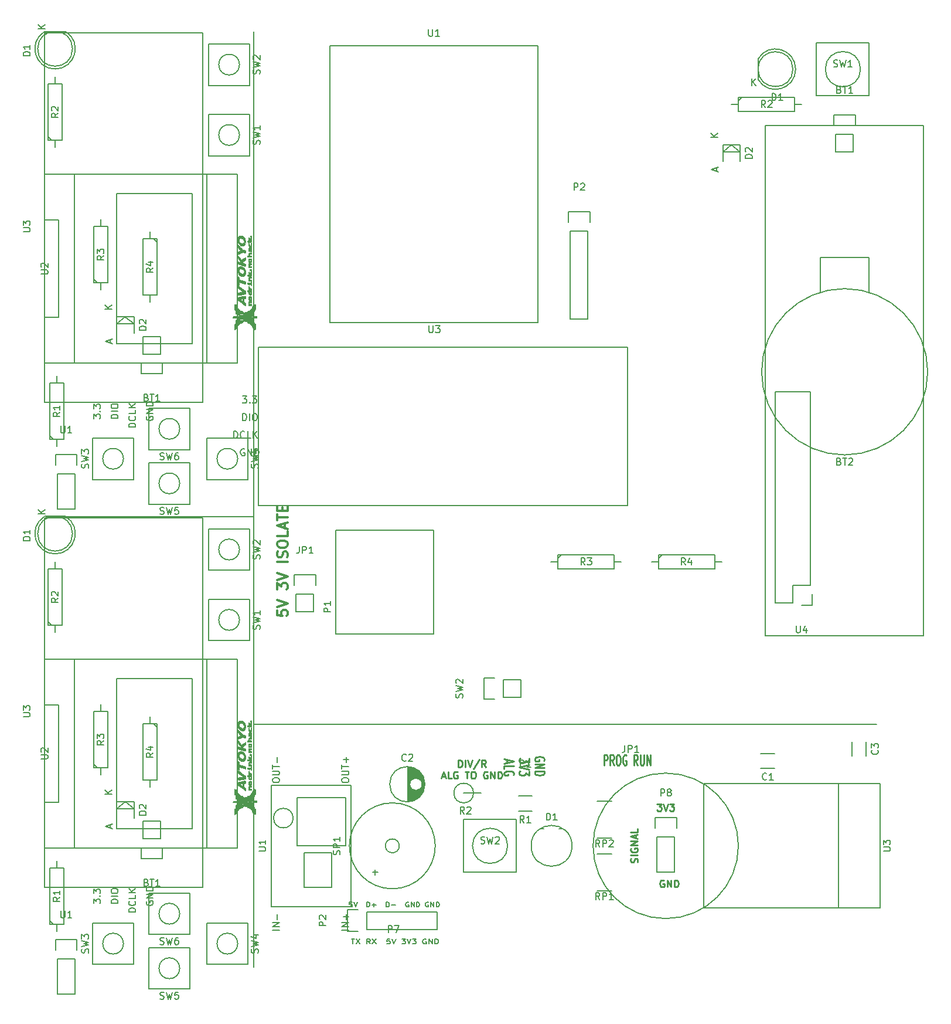
<source format=gbr>
G04 #@! TF.FileFunction,Legend,Top*
%FSLAX46Y46*%
G04 Gerber Fmt 4.6, Leading zero omitted, Abs format (unit mm)*
G04 Created by KiCad (PCBNEW 4.0.2+dfsg1-stable) date 2017年07月20日 15時33分43秒*
%MOMM*%
G01*
G04 APERTURE LIST*
%ADD10C,0.100000*%
%ADD11C,0.200000*%
%ADD12C,0.300000*%
%ADD13C,0.250000*%
%ADD14C,0.225000*%
%ADD15C,0.175000*%
%ADD16C,0.150000*%
%ADD17C,0.010000*%
G04 APERTURE END LIST*
D10*
D11*
X91085600Y-171244800D02*
X91085600Y-36244800D01*
X91085600Y-106244800D02*
X91085600Y-171244800D01*
X61085600Y-106244800D02*
X91085600Y-106244800D01*
X181085600Y-136244800D02*
X91085600Y-136244800D01*
D12*
X94469171Y-119756656D02*
X94469171Y-120470942D01*
X95183457Y-120542371D01*
X95112029Y-120470942D01*
X95040600Y-120328085D01*
X95040600Y-119970942D01*
X95112029Y-119828085D01*
X95183457Y-119756656D01*
X95326314Y-119685228D01*
X95683457Y-119685228D01*
X95826314Y-119756656D01*
X95897743Y-119828085D01*
X95969171Y-119970942D01*
X95969171Y-120328085D01*
X95897743Y-120470942D01*
X95826314Y-120542371D01*
X94469171Y-119256657D02*
X95969171Y-118756657D01*
X94469171Y-118256657D01*
X94469171Y-116756657D02*
X94469171Y-115828086D01*
X95040600Y-116328086D01*
X95040600Y-116113800D01*
X95112029Y-115970943D01*
X95183457Y-115899514D01*
X95326314Y-115828086D01*
X95683457Y-115828086D01*
X95826314Y-115899514D01*
X95897743Y-115970943D01*
X95969171Y-116113800D01*
X95969171Y-116542372D01*
X95897743Y-116685229D01*
X95826314Y-116756657D01*
X94469171Y-115399515D02*
X95969171Y-114899515D01*
X94469171Y-114399515D01*
X95969171Y-112756658D02*
X94469171Y-112756658D01*
X95897743Y-112113801D02*
X95969171Y-111899515D01*
X95969171Y-111542372D01*
X95897743Y-111399515D01*
X95826314Y-111328086D01*
X95683457Y-111256658D01*
X95540600Y-111256658D01*
X95397743Y-111328086D01*
X95326314Y-111399515D01*
X95254886Y-111542372D01*
X95183457Y-111828086D01*
X95112029Y-111970944D01*
X95040600Y-112042372D01*
X94897743Y-112113801D01*
X94754886Y-112113801D01*
X94612029Y-112042372D01*
X94540600Y-111970944D01*
X94469171Y-111828086D01*
X94469171Y-111470944D01*
X94540600Y-111256658D01*
X94469171Y-110328087D02*
X94469171Y-110042373D01*
X94540600Y-109899515D01*
X94683457Y-109756658D01*
X94969171Y-109685230D01*
X95469171Y-109685230D01*
X95754886Y-109756658D01*
X95897743Y-109899515D01*
X95969171Y-110042373D01*
X95969171Y-110328087D01*
X95897743Y-110470944D01*
X95754886Y-110613801D01*
X95469171Y-110685230D01*
X94969171Y-110685230D01*
X94683457Y-110613801D01*
X94540600Y-110470944D01*
X94469171Y-110328087D01*
X95969171Y-108328086D02*
X95969171Y-109042372D01*
X94469171Y-109042372D01*
X95540600Y-107899515D02*
X95540600Y-107185229D01*
X95969171Y-108042372D02*
X94469171Y-107542372D01*
X95969171Y-107042372D01*
X94469171Y-106756658D02*
X94469171Y-105899515D01*
X95969171Y-106328086D02*
X94469171Y-106328086D01*
X95183457Y-105399515D02*
X95183457Y-104899515D01*
X95969171Y-104685229D02*
X95969171Y-105399515D01*
X94469171Y-105399515D01*
X94469171Y-104685229D01*
D11*
X165013600Y-123408800D02*
X165013600Y-49748800D01*
X187873600Y-123408800D02*
X165013600Y-123408800D01*
X187873600Y-49748800D02*
X187873600Y-123408800D01*
X165013600Y-49748800D02*
X187873600Y-49748800D01*
D13*
X120633219Y-142372181D02*
X120633219Y-141372181D01*
X120871314Y-141372181D01*
X121014172Y-141419800D01*
X121109410Y-141515038D01*
X121157029Y-141610276D01*
X121204648Y-141800752D01*
X121204648Y-141943610D01*
X121157029Y-142134086D01*
X121109410Y-142229324D01*
X121014172Y-142324562D01*
X120871314Y-142372181D01*
X120633219Y-142372181D01*
X121633219Y-142372181D02*
X121633219Y-141372181D01*
X121966552Y-141372181D02*
X122299885Y-142372181D01*
X122633219Y-141372181D01*
X123680838Y-141324562D02*
X122823695Y-142610276D01*
X124585600Y-142372181D02*
X124252266Y-141895990D01*
X124014171Y-142372181D02*
X124014171Y-141372181D01*
X124395124Y-141372181D01*
X124490362Y-141419800D01*
X124537981Y-141467419D01*
X124585600Y-141562657D01*
X124585600Y-141705514D01*
X124537981Y-141800752D01*
X124490362Y-141848371D01*
X124395124Y-141895990D01*
X124014171Y-141895990D01*
X118252266Y-143736467D02*
X118728457Y-143736467D01*
X118157028Y-144022181D02*
X118490361Y-143022181D01*
X118823695Y-144022181D01*
X119633219Y-144022181D02*
X119157028Y-144022181D01*
X119157028Y-143022181D01*
X120490362Y-143069800D02*
X120395124Y-143022181D01*
X120252267Y-143022181D01*
X120109409Y-143069800D01*
X120014171Y-143165038D01*
X119966552Y-143260276D01*
X119918933Y-143450752D01*
X119918933Y-143593610D01*
X119966552Y-143784086D01*
X120014171Y-143879324D01*
X120109409Y-143974562D01*
X120252267Y-144022181D01*
X120347505Y-144022181D01*
X120490362Y-143974562D01*
X120537981Y-143926943D01*
X120537981Y-143593610D01*
X120347505Y-143593610D01*
X121585600Y-143022181D02*
X122157029Y-143022181D01*
X121871314Y-144022181D02*
X121871314Y-143022181D01*
X122680838Y-143022181D02*
X122871315Y-143022181D01*
X122966553Y-143069800D01*
X123061791Y-143165038D01*
X123109410Y-143355514D01*
X123109410Y-143688848D01*
X123061791Y-143879324D01*
X122966553Y-143974562D01*
X122871315Y-144022181D01*
X122680838Y-144022181D01*
X122585600Y-143974562D01*
X122490362Y-143879324D01*
X122442743Y-143688848D01*
X122442743Y-143355514D01*
X122490362Y-143165038D01*
X122585600Y-143069800D01*
X122680838Y-143022181D01*
X124823696Y-143069800D02*
X124728458Y-143022181D01*
X124585601Y-143022181D01*
X124442743Y-143069800D01*
X124347505Y-143165038D01*
X124299886Y-143260276D01*
X124252267Y-143450752D01*
X124252267Y-143593610D01*
X124299886Y-143784086D01*
X124347505Y-143879324D01*
X124442743Y-143974562D01*
X124585601Y-144022181D01*
X124680839Y-144022181D01*
X124823696Y-143974562D01*
X124871315Y-143926943D01*
X124871315Y-143593610D01*
X124680839Y-143593610D01*
X125299886Y-144022181D02*
X125299886Y-143022181D01*
X125871315Y-144022181D01*
X125871315Y-143022181D01*
X126347505Y-144022181D02*
X126347505Y-143022181D01*
X126585600Y-143022181D01*
X126728458Y-143069800D01*
X126823696Y-143165038D01*
X126871315Y-143260276D01*
X126918934Y-143450752D01*
X126918934Y-143593610D01*
X126871315Y-143784086D01*
X126823696Y-143879324D01*
X126728458Y-143974562D01*
X126585600Y-144022181D01*
X126347505Y-144022181D01*
X132995600Y-141459086D02*
X133062267Y-141363848D01*
X133062267Y-141220991D01*
X132995600Y-141078133D01*
X132862267Y-140982895D01*
X132728933Y-140935276D01*
X132462267Y-140887657D01*
X132262267Y-140887657D01*
X131995600Y-140935276D01*
X131862267Y-140982895D01*
X131728933Y-141078133D01*
X131662267Y-141220991D01*
X131662267Y-141316229D01*
X131728933Y-141459086D01*
X131795600Y-141506705D01*
X132262267Y-141506705D01*
X132262267Y-141316229D01*
X131662267Y-141935276D02*
X133062267Y-141935276D01*
X131662267Y-142506705D01*
X133062267Y-142506705D01*
X131662267Y-142982895D02*
X133062267Y-142982895D01*
X133062267Y-143220990D01*
X132995600Y-143363848D01*
X132862267Y-143459086D01*
X132728933Y-143506705D01*
X132462267Y-143554324D01*
X132262267Y-143554324D01*
X131995600Y-143506705D01*
X131862267Y-143459086D01*
X131728933Y-143363848D01*
X131662267Y-143220990D01*
X131662267Y-142982895D01*
X130852267Y-141125752D02*
X130852267Y-141744800D01*
X130318933Y-141411466D01*
X130318933Y-141554324D01*
X130252267Y-141649562D01*
X130185600Y-141697181D01*
X130052267Y-141744800D01*
X129718933Y-141744800D01*
X129585600Y-141697181D01*
X129518933Y-141649562D01*
X129452267Y-141554324D01*
X129452267Y-141268609D01*
X129518933Y-141173371D01*
X129585600Y-141125752D01*
X130852267Y-142030514D02*
X129452267Y-142363847D01*
X130852267Y-142697181D01*
X130852267Y-142935276D02*
X130852267Y-143554324D01*
X130318933Y-143220990D01*
X130318933Y-143363848D01*
X130252267Y-143459086D01*
X130185600Y-143506705D01*
X130052267Y-143554324D01*
X129718933Y-143554324D01*
X129585600Y-143506705D01*
X129518933Y-143459086D01*
X129452267Y-143363848D01*
X129452267Y-143078133D01*
X129518933Y-142982895D01*
X129585600Y-142935276D01*
X127642267Y-141268609D02*
X127642267Y-141744800D01*
X127242267Y-141173371D02*
X128642267Y-141506704D01*
X127242267Y-141840038D01*
X127242267Y-142649562D02*
X127242267Y-142173371D01*
X128642267Y-142173371D01*
X128575600Y-143506705D02*
X128642267Y-143411467D01*
X128642267Y-143268610D01*
X128575600Y-143125752D01*
X128442267Y-143030514D01*
X128308933Y-142982895D01*
X128042267Y-142935276D01*
X127842267Y-142935276D01*
X127575600Y-142982895D01*
X127442267Y-143030514D01*
X127308933Y-143125752D01*
X127242267Y-143268610D01*
X127242267Y-143363848D01*
X127308933Y-143506705D01*
X127375600Y-143554324D01*
X127842267Y-143554324D01*
X127842267Y-143363848D01*
X150323696Y-158744800D02*
X150228458Y-158697181D01*
X150085601Y-158697181D01*
X149942743Y-158744800D01*
X149847505Y-158840038D01*
X149799886Y-158935276D01*
X149752267Y-159125752D01*
X149752267Y-159268610D01*
X149799886Y-159459086D01*
X149847505Y-159554324D01*
X149942743Y-159649562D01*
X150085601Y-159697181D01*
X150180839Y-159697181D01*
X150323696Y-159649562D01*
X150371315Y-159601943D01*
X150371315Y-159268610D01*
X150180839Y-159268610D01*
X150799886Y-159697181D02*
X150799886Y-158697181D01*
X151371315Y-159697181D01*
X151371315Y-158697181D01*
X151847505Y-159697181D02*
X151847505Y-158697181D01*
X152085600Y-158697181D01*
X152228458Y-158744800D01*
X152323696Y-158840038D01*
X152371315Y-158935276D01*
X152418934Y-159125752D01*
X152418934Y-159268610D01*
X152371315Y-159459086D01*
X152323696Y-159554324D01*
X152228458Y-159649562D01*
X152085600Y-159697181D01*
X151847505Y-159697181D01*
X149347505Y-147697181D02*
X149966553Y-147697181D01*
X149633219Y-148078133D01*
X149776077Y-148078133D01*
X149871315Y-148125752D01*
X149918934Y-148173371D01*
X149966553Y-148268610D01*
X149966553Y-148506705D01*
X149918934Y-148601943D01*
X149871315Y-148649562D01*
X149776077Y-148697181D01*
X149490362Y-148697181D01*
X149395124Y-148649562D01*
X149347505Y-148601943D01*
X150252267Y-147697181D02*
X150585600Y-148697181D01*
X150918934Y-147697181D01*
X151157029Y-147697181D02*
X151776077Y-147697181D01*
X151442743Y-148078133D01*
X151585601Y-148078133D01*
X151680839Y-148125752D01*
X151728458Y-148173371D01*
X151776077Y-148268610D01*
X151776077Y-148506705D01*
X151728458Y-148601943D01*
X151680839Y-148649562D01*
X151585601Y-148697181D01*
X151299886Y-148697181D01*
X151204648Y-148649562D01*
X151157029Y-148601943D01*
X146490362Y-156125752D02*
X146537981Y-155982895D01*
X146537981Y-155744799D01*
X146490362Y-155649561D01*
X146442743Y-155601942D01*
X146347505Y-155554323D01*
X146252267Y-155554323D01*
X146157029Y-155601942D01*
X146109410Y-155649561D01*
X146061790Y-155744799D01*
X146014171Y-155935276D01*
X145966552Y-156030514D01*
X145918933Y-156078133D01*
X145823695Y-156125752D01*
X145728457Y-156125752D01*
X145633219Y-156078133D01*
X145585600Y-156030514D01*
X145537981Y-155935276D01*
X145537981Y-155697180D01*
X145585600Y-155554323D01*
X146537981Y-155125752D02*
X145537981Y-155125752D01*
X145585600Y-154125752D02*
X145537981Y-154220990D01*
X145537981Y-154363847D01*
X145585600Y-154506705D01*
X145680838Y-154601943D01*
X145776076Y-154649562D01*
X145966552Y-154697181D01*
X146109410Y-154697181D01*
X146299886Y-154649562D01*
X146395124Y-154601943D01*
X146490362Y-154506705D01*
X146537981Y-154363847D01*
X146537981Y-154268609D01*
X146490362Y-154125752D01*
X146442743Y-154078133D01*
X146109410Y-154078133D01*
X146109410Y-154268609D01*
X146537981Y-153649562D02*
X145537981Y-153649562D01*
X146537981Y-153078133D01*
X145537981Y-153078133D01*
X146252267Y-152649562D02*
X146252267Y-152173371D01*
X146537981Y-152744800D02*
X145537981Y-152411467D01*
X146537981Y-152078133D01*
X146537981Y-151268609D02*
X146537981Y-151744800D01*
X145537981Y-151744800D01*
D11*
X161085600Y-153744800D02*
G75*
G03X161085600Y-153744800I-10500000J0D01*
G01*
D14*
X141674744Y-142104371D02*
X141674744Y-140604371D01*
X142017601Y-140604371D01*
X142103315Y-140675800D01*
X142146172Y-140747229D01*
X142189029Y-140890086D01*
X142189029Y-141104371D01*
X142146172Y-141247229D01*
X142103315Y-141318657D01*
X142017601Y-141390086D01*
X141674744Y-141390086D01*
X143089029Y-142104371D02*
X142789029Y-141390086D01*
X142574744Y-142104371D02*
X142574744Y-140604371D01*
X142917601Y-140604371D01*
X143003315Y-140675800D01*
X143046172Y-140747229D01*
X143089029Y-140890086D01*
X143089029Y-141104371D01*
X143046172Y-141247229D01*
X143003315Y-141318657D01*
X142917601Y-141390086D01*
X142574744Y-141390086D01*
X143646172Y-140604371D02*
X143817601Y-140604371D01*
X143903315Y-140675800D01*
X143989029Y-140818657D01*
X144031887Y-141104371D01*
X144031887Y-141604371D01*
X143989029Y-141890086D01*
X143903315Y-142032943D01*
X143817601Y-142104371D01*
X143646172Y-142104371D01*
X143560458Y-142032943D01*
X143474744Y-141890086D01*
X143431887Y-141604371D01*
X143431887Y-141104371D01*
X143474744Y-140818657D01*
X143560458Y-140675800D01*
X143646172Y-140604371D01*
X144889029Y-140675800D02*
X144803315Y-140604371D01*
X144674744Y-140604371D01*
X144546172Y-140675800D01*
X144460458Y-140818657D01*
X144417601Y-140961514D01*
X144374744Y-141247229D01*
X144374744Y-141461514D01*
X144417601Y-141747229D01*
X144460458Y-141890086D01*
X144546172Y-142032943D01*
X144674744Y-142104371D01*
X144760458Y-142104371D01*
X144889029Y-142032943D01*
X144931886Y-141961514D01*
X144931886Y-141461514D01*
X144760458Y-141461514D01*
X146517600Y-142104371D02*
X146217600Y-141390086D01*
X146003315Y-142104371D02*
X146003315Y-140604371D01*
X146346172Y-140604371D01*
X146431886Y-140675800D01*
X146474743Y-140747229D01*
X146517600Y-140890086D01*
X146517600Y-141104371D01*
X146474743Y-141247229D01*
X146431886Y-141318657D01*
X146346172Y-141390086D01*
X146003315Y-141390086D01*
X146903315Y-140604371D02*
X146903315Y-141818657D01*
X146946172Y-141961514D01*
X146989029Y-142032943D01*
X147074743Y-142104371D01*
X147246172Y-142104371D01*
X147331886Y-142032943D01*
X147374743Y-141961514D01*
X147417600Y-141818657D01*
X147417600Y-140604371D01*
X147846172Y-142104371D02*
X147846172Y-140604371D01*
X148360457Y-142104371D01*
X148360457Y-140604371D01*
D15*
X105255456Y-161870467D02*
X104898313Y-161870467D01*
X104862599Y-162203800D01*
X104898313Y-162170467D01*
X104969742Y-162137133D01*
X105148313Y-162137133D01*
X105219742Y-162170467D01*
X105255456Y-162203800D01*
X105291171Y-162270467D01*
X105291171Y-162437133D01*
X105255456Y-162503800D01*
X105219742Y-162537133D01*
X105148313Y-162570467D01*
X104969742Y-162570467D01*
X104898313Y-162537133D01*
X104862599Y-162503800D01*
X105505457Y-161870467D02*
X105755457Y-162570467D01*
X106005457Y-161870467D01*
X107398314Y-162570467D02*
X107398314Y-161870467D01*
X107576886Y-161870467D01*
X107684029Y-161903800D01*
X107755457Y-161970467D01*
X107791172Y-162037133D01*
X107826886Y-162170467D01*
X107826886Y-162270467D01*
X107791172Y-162403800D01*
X107755457Y-162470467D01*
X107684029Y-162537133D01*
X107576886Y-162570467D01*
X107398314Y-162570467D01*
X108148314Y-162303800D02*
X108719743Y-162303800D01*
X108434029Y-162570467D02*
X108434029Y-162037133D01*
X110219743Y-162570467D02*
X110219743Y-161870467D01*
X110398315Y-161870467D01*
X110505458Y-161903800D01*
X110576886Y-161970467D01*
X110612601Y-162037133D01*
X110648315Y-162170467D01*
X110648315Y-162270467D01*
X110612601Y-162403800D01*
X110576886Y-162470467D01*
X110505458Y-162537133D01*
X110398315Y-162570467D01*
X110219743Y-162570467D01*
X110969743Y-162303800D02*
X111541172Y-162303800D01*
X113434030Y-161903800D02*
X113362601Y-161870467D01*
X113255458Y-161870467D01*
X113148315Y-161903800D01*
X113076887Y-161970467D01*
X113041172Y-162037133D01*
X113005458Y-162170467D01*
X113005458Y-162270467D01*
X113041172Y-162403800D01*
X113076887Y-162470467D01*
X113148315Y-162537133D01*
X113255458Y-162570467D01*
X113326887Y-162570467D01*
X113434030Y-162537133D01*
X113469744Y-162503800D01*
X113469744Y-162270467D01*
X113326887Y-162270467D01*
X113791172Y-162570467D02*
X113791172Y-161870467D01*
X114219744Y-162570467D01*
X114219744Y-161870467D01*
X114576886Y-162570467D02*
X114576886Y-161870467D01*
X114755458Y-161870467D01*
X114862601Y-161903800D01*
X114934029Y-161970467D01*
X114969744Y-162037133D01*
X115005458Y-162170467D01*
X115005458Y-162270467D01*
X114969744Y-162403800D01*
X114934029Y-162470467D01*
X114862601Y-162537133D01*
X114755458Y-162570467D01*
X114576886Y-162570467D01*
X116291173Y-161903800D02*
X116219744Y-161870467D01*
X116112601Y-161870467D01*
X116005458Y-161903800D01*
X115934030Y-161970467D01*
X115898315Y-162037133D01*
X115862601Y-162170467D01*
X115862601Y-162270467D01*
X115898315Y-162403800D01*
X115934030Y-162470467D01*
X116005458Y-162537133D01*
X116112601Y-162570467D01*
X116184030Y-162570467D01*
X116291173Y-162537133D01*
X116326887Y-162503800D01*
X116326887Y-162270467D01*
X116184030Y-162270467D01*
X116648315Y-162570467D02*
X116648315Y-161870467D01*
X117076887Y-162570467D01*
X117076887Y-161870467D01*
X117434029Y-162570467D02*
X117434029Y-161870467D01*
X117612601Y-161870467D01*
X117719744Y-161903800D01*
X117791172Y-161970467D01*
X117826887Y-162037133D01*
X117862601Y-162170467D01*
X117862601Y-162270467D01*
X117826887Y-162403800D01*
X117791172Y-162470467D01*
X117719744Y-162537133D01*
X117612601Y-162570467D01*
X117434029Y-162570467D01*
X105155076Y-167204467D02*
X105640791Y-167204467D01*
X105397934Y-167904467D02*
X105397934Y-167204467D01*
X105843172Y-167204467D02*
X106409838Y-167904467D01*
X106409838Y-167204467D02*
X105843172Y-167904467D01*
X107866981Y-167904467D02*
X107583648Y-167571133D01*
X107381267Y-167904467D02*
X107381267Y-167204467D01*
X107705076Y-167204467D01*
X107786029Y-167237800D01*
X107826505Y-167271133D01*
X107866981Y-167337800D01*
X107866981Y-167437800D01*
X107826505Y-167504467D01*
X107786029Y-167537800D01*
X107705076Y-167571133D01*
X107381267Y-167571133D01*
X108150315Y-167204467D02*
X108716981Y-167904467D01*
X108716981Y-167204467D02*
X108150315Y-167904467D01*
X110740791Y-167204467D02*
X110336029Y-167204467D01*
X110295553Y-167537800D01*
X110336029Y-167504467D01*
X110416981Y-167471133D01*
X110619362Y-167471133D01*
X110700315Y-167504467D01*
X110740791Y-167537800D01*
X110781267Y-167604467D01*
X110781267Y-167771133D01*
X110740791Y-167837800D01*
X110700315Y-167871133D01*
X110619362Y-167904467D01*
X110416981Y-167904467D01*
X110336029Y-167871133D01*
X110295553Y-167837800D01*
X111024124Y-167204467D02*
X111307458Y-167904467D01*
X111590791Y-167204467D01*
X112440791Y-167204467D02*
X112966981Y-167204467D01*
X112683648Y-167471133D01*
X112805076Y-167471133D01*
X112886029Y-167504467D01*
X112926505Y-167537800D01*
X112966981Y-167604467D01*
X112966981Y-167771133D01*
X112926505Y-167837800D01*
X112886029Y-167871133D01*
X112805076Y-167904467D01*
X112562219Y-167904467D01*
X112481267Y-167871133D01*
X112440791Y-167837800D01*
X113209838Y-167204467D02*
X113493172Y-167904467D01*
X113776505Y-167204467D01*
X113978886Y-167204467D02*
X114505076Y-167204467D01*
X114221743Y-167471133D01*
X114343171Y-167471133D01*
X114424124Y-167504467D01*
X114464600Y-167537800D01*
X114505076Y-167604467D01*
X114505076Y-167771133D01*
X114464600Y-167837800D01*
X114424124Y-167871133D01*
X114343171Y-167904467D01*
X114100314Y-167904467D01*
X114019362Y-167871133D01*
X113978886Y-167837800D01*
X115962219Y-167237800D02*
X115881267Y-167204467D01*
X115759838Y-167204467D01*
X115638410Y-167237800D01*
X115557457Y-167304467D01*
X115516981Y-167371133D01*
X115476505Y-167504467D01*
X115476505Y-167604467D01*
X115516981Y-167737800D01*
X115557457Y-167804467D01*
X115638410Y-167871133D01*
X115759838Y-167904467D01*
X115840790Y-167904467D01*
X115962219Y-167871133D01*
X116002695Y-167837800D01*
X116002695Y-167604467D01*
X115840790Y-167604467D01*
X116366981Y-167904467D02*
X116366981Y-167204467D01*
X116852695Y-167904467D01*
X116852695Y-167204467D01*
X117257457Y-167904467D02*
X117257457Y-167204467D01*
X117459838Y-167204467D01*
X117581266Y-167237800D01*
X117662219Y-167304467D01*
X117702695Y-167371133D01*
X117743171Y-167504467D01*
X117743171Y-167604467D01*
X117702695Y-167737800D01*
X117662219Y-167804467D01*
X117581266Y-167871133D01*
X117459838Y-167904467D01*
X117257457Y-167904467D01*
D16*
X60831600Y-36394800D02*
X83691600Y-36394800D01*
X83691600Y-36394800D02*
X83691600Y-89734800D01*
X83691600Y-89734800D02*
X60831600Y-89734800D01*
X60831600Y-89734800D02*
X60831600Y-36394800D01*
X80365600Y-93544800D02*
G75*
G03X80365600Y-93544800I-1500000J0D01*
G01*
X78865600Y-90544800D02*
X81865600Y-90544800D01*
X81865600Y-90544800D02*
X81865600Y-96544800D01*
X81865600Y-96544800D02*
X75865600Y-96544800D01*
X75865600Y-96544800D02*
X75865600Y-90544800D01*
X75865600Y-90544800D02*
X78865600Y-90544800D01*
X80365600Y-101418800D02*
G75*
G03X80365600Y-101418800I-1500000J0D01*
G01*
X78865600Y-98418800D02*
X81865600Y-98418800D01*
X81865600Y-98418800D02*
X81865600Y-104418800D01*
X81865600Y-104418800D02*
X75865600Y-104418800D01*
X75865600Y-104418800D02*
X75865600Y-98418800D01*
X75865600Y-98418800D02*
X78865600Y-98418800D01*
X88747600Y-97862800D02*
G75*
G03X88747600Y-97862800I-1500000J0D01*
G01*
X84247600Y-97862800D02*
X84247600Y-94862800D01*
X84247600Y-94862800D02*
X90247600Y-94862800D01*
X90247600Y-94862800D02*
X90247600Y-100862800D01*
X90247600Y-100862800D02*
X84247600Y-100862800D01*
X84247600Y-100862800D02*
X84247600Y-97862800D01*
X72237600Y-97862800D02*
G75*
G03X72237600Y-97862800I-1500000J0D01*
G01*
X73737600Y-97862800D02*
X73737600Y-100862800D01*
X73737600Y-100862800D02*
X67737600Y-100862800D01*
X67737600Y-100862800D02*
X67737600Y-94862800D01*
X67737600Y-94862800D02*
X73737600Y-94862800D01*
X73737600Y-94862800D02*
X73737600Y-97862800D01*
X89001600Y-40966800D02*
G75*
G03X89001600Y-40966800I-1500000J0D01*
G01*
X84501600Y-40966800D02*
X84501600Y-37966800D01*
X84501600Y-37966800D02*
X90501600Y-37966800D01*
X90501600Y-37966800D02*
X90501600Y-43966800D01*
X90501600Y-43966800D02*
X84501600Y-43966800D01*
X84501600Y-43966800D02*
X84501600Y-40966800D01*
X89001600Y-51126800D02*
G75*
G03X89001600Y-51126800I-1500000J0D01*
G01*
X84501600Y-51126800D02*
X84501600Y-48126800D01*
X84501600Y-48126800D02*
X90501600Y-48126800D01*
X90501600Y-48126800D02*
X90501600Y-54126800D01*
X90501600Y-54126800D02*
X84501600Y-54126800D01*
X84501600Y-54126800D02*
X84501600Y-51126800D01*
D17*
G36*
X88059704Y-77384050D02*
X88073100Y-77267633D01*
X88528183Y-77255618D01*
X88735824Y-77247989D01*
X88871784Y-77236781D01*
X88949034Y-77219882D01*
X88980547Y-77195179D01*
X88983266Y-77181535D01*
X88953439Y-77137990D01*
X88856289Y-77120342D01*
X88813933Y-77119467D01*
X88703149Y-77112367D01*
X88654187Y-77083670D01*
X88644600Y-77034800D01*
X88619795Y-76968408D01*
X88538766Y-76950133D01*
X88481875Y-76945308D01*
X88450187Y-76918081D01*
X88436346Y-76849324D01*
X88432994Y-76719908D01*
X88432933Y-76674967D01*
X88430294Y-76526051D01*
X88418540Y-76443027D01*
X88391914Y-76407186D01*
X88348266Y-76399800D01*
X88309836Y-76394023D01*
X88285190Y-76366507D01*
X88271293Y-76301977D01*
X88265112Y-76185157D01*
X88263609Y-76000771D01*
X88263599Y-75973655D01*
X88263599Y-75547510D01*
X88380016Y-75560905D01*
X88475742Y-75595982D01*
X88509960Y-75669550D01*
X88551895Y-75749182D01*
X88605210Y-75764800D01*
X88656459Y-75778259D01*
X88680666Y-75832768D01*
X88686927Y-75949532D01*
X88686933Y-75955300D01*
X88692473Y-76074348D01*
X88715475Y-76130642D01*
X88765517Y-76145727D01*
X88771600Y-76145800D01*
X88842352Y-76175734D01*
X88856266Y-76230467D01*
X88881071Y-76296859D01*
X88962100Y-76315133D01*
X89042660Y-76332618D01*
X89067486Y-76401463D01*
X89067933Y-76420967D01*
X89075829Y-76486274D01*
X89114640Y-76517216D01*
X89207051Y-76526396D01*
X89258433Y-76526800D01*
X89377480Y-76532340D01*
X89433774Y-76555343D01*
X89448860Y-76605385D01*
X89448933Y-76611467D01*
X89478867Y-76682219D01*
X89533600Y-76696133D01*
X89604352Y-76726068D01*
X89618266Y-76780800D01*
X89644736Y-76849752D01*
X89681766Y-76865467D01*
X89733480Y-76830174D01*
X89745266Y-76780800D01*
X89757731Y-76727890D01*
X89809487Y-76702871D01*
X89922081Y-76696166D01*
X89935766Y-76696133D01*
X90055151Y-76690403D01*
X90111555Y-76667089D01*
X90126245Y-76617013D01*
X90126266Y-76613901D01*
X90142837Y-76559396D01*
X90206375Y-76530617D01*
X90306183Y-76518651D01*
X90423642Y-76502460D01*
X90480566Y-76467481D01*
X90499627Y-76410383D01*
X90541561Y-76330751D01*
X90594877Y-76315133D01*
X90663520Y-76283782D01*
X90676600Y-76230467D01*
X90706534Y-76159715D01*
X90761266Y-76145800D01*
X90814176Y-76133336D01*
X90839196Y-76081579D01*
X90845901Y-75968985D01*
X90845933Y-75955300D01*
X90850319Y-75837747D01*
X90871881Y-75782051D01*
X90923221Y-75765528D01*
X90951766Y-75764800D01*
X91031624Y-75747907D01*
X91056936Y-75680592D01*
X91057600Y-75656155D01*
X91069801Y-75578747D01*
X91123950Y-75557398D01*
X91174016Y-75560905D01*
X91290433Y-75574300D01*
X91290433Y-75976467D01*
X91289334Y-76163266D01*
X91283535Y-76281781D01*
X91269283Y-76348390D01*
X91242826Y-76379469D01*
X91200411Y-76391396D01*
X91195183Y-76392161D01*
X91143488Y-76406824D01*
X91114846Y-76445617D01*
X91102560Y-76528633D01*
X91099933Y-76675963D01*
X91099933Y-76677911D01*
X91097238Y-76825861D01*
X91085255Y-76908010D01*
X91058140Y-76943155D01*
X91015266Y-76950133D01*
X90956912Y-76966708D01*
X90933367Y-77031411D01*
X90930600Y-77098300D01*
X90930600Y-77246467D01*
X91480933Y-77246467D01*
X91480933Y-77500467D01*
X90930600Y-77500467D01*
X90930600Y-77648633D01*
X90940070Y-77750753D01*
X90977044Y-77791957D01*
X91015266Y-77796800D01*
X91059761Y-77804795D01*
X91085252Y-77840848D01*
X91096910Y-77923064D01*
X91099909Y-78069545D01*
X91099933Y-78093133D01*
X91101445Y-78247931D01*
X91110443Y-78336523D01*
X91133617Y-78377363D01*
X91177658Y-78388910D01*
X91207355Y-78389467D01*
X91314777Y-78389467D01*
X91290433Y-79172633D01*
X91174016Y-79186029D01*
X91089567Y-79184359D01*
X91060014Y-79137225D01*
X91057600Y-79090779D01*
X91041144Y-79008799D01*
X90975570Y-78982814D01*
X90951766Y-78982133D01*
X90886459Y-78974238D01*
X90855517Y-78935427D01*
X90846337Y-78843015D01*
X90845933Y-78791633D01*
X90840393Y-78672586D01*
X90817390Y-78616292D01*
X90775377Y-78603627D01*
X90775377Y-77458133D01*
X90856028Y-77431454D01*
X90878686Y-77373195D01*
X90840499Y-77316030D01*
X90789508Y-77296279D01*
X90731205Y-77314238D01*
X90718933Y-77370363D01*
X90741728Y-77440715D01*
X90775377Y-77458133D01*
X90775377Y-78603627D01*
X90767348Y-78601206D01*
X90761266Y-78601133D01*
X90690514Y-78571199D01*
X90676600Y-78516467D01*
X90646665Y-78445715D01*
X90591933Y-78431800D01*
X90521181Y-78401866D01*
X90507266Y-78347133D01*
X90494802Y-78294224D01*
X90443045Y-78269204D01*
X90330451Y-78262499D01*
X90316766Y-78262467D01*
X90232100Y-78259308D01*
X90232100Y-77839133D01*
X90283814Y-77803840D01*
X90295600Y-77754467D01*
X90269130Y-77685515D01*
X90232100Y-77669800D01*
X90232100Y-77458133D01*
X90283814Y-77422840D01*
X90295600Y-77373467D01*
X90269130Y-77304515D01*
X90232100Y-77288800D01*
X90232100Y-77077133D01*
X90288224Y-77043247D01*
X90295600Y-77013633D01*
X90261713Y-76957509D01*
X90232100Y-76950133D01*
X90175975Y-76984020D01*
X90168600Y-77013633D01*
X90202486Y-77069758D01*
X90232100Y-77077133D01*
X90232100Y-77288800D01*
X90180385Y-77324093D01*
X90168600Y-77373467D01*
X90195069Y-77442419D01*
X90232100Y-77458133D01*
X90232100Y-77669800D01*
X90180385Y-77705093D01*
X90168600Y-77754467D01*
X90195069Y-77823419D01*
X90232100Y-77839133D01*
X90232100Y-78259308D01*
X90199213Y-78258080D01*
X90143517Y-78236519D01*
X90126994Y-78185179D01*
X90126266Y-78156633D01*
X90118370Y-78091326D01*
X90079559Y-78060384D01*
X89987148Y-78051204D01*
X89935766Y-78050800D01*
X89816719Y-78045260D01*
X89760425Y-78022258D01*
X89745339Y-77972216D01*
X89745266Y-77966133D01*
X89718796Y-77897181D01*
X89681766Y-77881467D01*
X89630052Y-77916760D01*
X89618266Y-77966133D01*
X89588005Y-78037250D01*
X89536544Y-78050800D01*
X89463152Y-78086494D01*
X89441294Y-78146050D01*
X89417865Y-78208712D01*
X89355021Y-78240765D01*
X89297662Y-78248018D01*
X89297662Y-77839133D01*
X89447413Y-77836644D01*
X89531246Y-77825294D01*
X89567854Y-77799259D01*
X89575933Y-77752716D01*
X89575933Y-77752447D01*
X89568501Y-77705338D01*
X89533408Y-77680944D01*
X89451455Y-77673881D01*
X89311775Y-77678363D01*
X89300766Y-77679231D01*
X89300766Y-77077133D01*
X89455111Y-77072894D01*
X89540897Y-77057746D01*
X89573918Y-77028045D01*
X89575933Y-77013633D01*
X89557563Y-76978015D01*
X89491922Y-76958219D01*
X89363215Y-76950598D01*
X89300766Y-76950133D01*
X89146421Y-76954373D01*
X89060635Y-76969521D01*
X89027614Y-76999222D01*
X89025600Y-77013633D01*
X89043970Y-77049252D01*
X89109611Y-77069048D01*
X89238317Y-77076669D01*
X89300766Y-77077133D01*
X89300766Y-77679231D01*
X89160441Y-77690303D01*
X89075401Y-77711734D01*
X89038366Y-77748355D01*
X89033504Y-77765050D01*
X89036226Y-77805053D01*
X89074976Y-77827532D01*
X89166846Y-77837278D01*
X89297662Y-77839133D01*
X89297662Y-78248018D01*
X89247850Y-78254318D01*
X89131221Y-78270330D01*
X89078315Y-78303199D01*
X89067933Y-78349568D01*
X89041812Y-78414422D01*
X88962100Y-78431800D01*
X88878073Y-78452623D01*
X88856266Y-78511529D01*
X88820511Y-78586022D01*
X88771600Y-78613400D01*
X88715002Y-78646985D01*
X88690550Y-78724029D01*
X88686933Y-78808837D01*
X88679906Y-78921644D01*
X88652021Y-78972101D01*
X88605210Y-78982133D01*
X88531819Y-79017827D01*
X88509960Y-79077383D01*
X88469342Y-79156302D01*
X88380016Y-79186029D01*
X88263599Y-79199424D01*
X88263599Y-78794445D01*
X88264924Y-78606598D01*
X88271023Y-78487791D01*
X88285087Y-78422411D01*
X88310304Y-78394848D01*
X88346332Y-78389467D01*
X88391072Y-78379646D01*
X88417945Y-78338083D01*
X88433002Y-78246622D01*
X88441582Y-78103717D01*
X88450885Y-77950819D01*
X88466658Y-77863072D01*
X88495930Y-77820961D01*
X88545726Y-77804970D01*
X88549350Y-77804439D01*
X88628982Y-77762505D01*
X88644600Y-77709189D01*
X88659885Y-77655504D01*
X88720220Y-77631835D01*
X88813933Y-77627467D01*
X88931675Y-77616981D01*
X88980193Y-77582223D01*
X88983266Y-77563967D01*
X88970006Y-77535617D01*
X88921300Y-77516921D01*
X88823761Y-77506066D01*
X88664003Y-77501236D01*
X88514788Y-77500467D01*
X88046309Y-77500467D01*
X88059704Y-77384050D01*
X88059704Y-77384050D01*
G37*
X88059704Y-77384050D02*
X88073100Y-77267633D01*
X88528183Y-77255618D01*
X88735824Y-77247989D01*
X88871784Y-77236781D01*
X88949034Y-77219882D01*
X88980547Y-77195179D01*
X88983266Y-77181535D01*
X88953439Y-77137990D01*
X88856289Y-77120342D01*
X88813933Y-77119467D01*
X88703149Y-77112367D01*
X88654187Y-77083670D01*
X88644600Y-77034800D01*
X88619795Y-76968408D01*
X88538766Y-76950133D01*
X88481875Y-76945308D01*
X88450187Y-76918081D01*
X88436346Y-76849324D01*
X88432994Y-76719908D01*
X88432933Y-76674967D01*
X88430294Y-76526051D01*
X88418540Y-76443027D01*
X88391914Y-76407186D01*
X88348266Y-76399800D01*
X88309836Y-76394023D01*
X88285190Y-76366507D01*
X88271293Y-76301977D01*
X88265112Y-76185157D01*
X88263609Y-76000771D01*
X88263599Y-75973655D01*
X88263599Y-75547510D01*
X88380016Y-75560905D01*
X88475742Y-75595982D01*
X88509960Y-75669550D01*
X88551895Y-75749182D01*
X88605210Y-75764800D01*
X88656459Y-75778259D01*
X88680666Y-75832768D01*
X88686927Y-75949532D01*
X88686933Y-75955300D01*
X88692473Y-76074348D01*
X88715475Y-76130642D01*
X88765517Y-76145727D01*
X88771600Y-76145800D01*
X88842352Y-76175734D01*
X88856266Y-76230467D01*
X88881071Y-76296859D01*
X88962100Y-76315133D01*
X89042660Y-76332618D01*
X89067486Y-76401463D01*
X89067933Y-76420967D01*
X89075829Y-76486274D01*
X89114640Y-76517216D01*
X89207051Y-76526396D01*
X89258433Y-76526800D01*
X89377480Y-76532340D01*
X89433774Y-76555343D01*
X89448860Y-76605385D01*
X89448933Y-76611467D01*
X89478867Y-76682219D01*
X89533600Y-76696133D01*
X89604352Y-76726068D01*
X89618266Y-76780800D01*
X89644736Y-76849752D01*
X89681766Y-76865467D01*
X89733480Y-76830174D01*
X89745266Y-76780800D01*
X89757731Y-76727890D01*
X89809487Y-76702871D01*
X89922081Y-76696166D01*
X89935766Y-76696133D01*
X90055151Y-76690403D01*
X90111555Y-76667089D01*
X90126245Y-76617013D01*
X90126266Y-76613901D01*
X90142837Y-76559396D01*
X90206375Y-76530617D01*
X90306183Y-76518651D01*
X90423642Y-76502460D01*
X90480566Y-76467481D01*
X90499627Y-76410383D01*
X90541561Y-76330751D01*
X90594877Y-76315133D01*
X90663520Y-76283782D01*
X90676600Y-76230467D01*
X90706534Y-76159715D01*
X90761266Y-76145800D01*
X90814176Y-76133336D01*
X90839196Y-76081579D01*
X90845901Y-75968985D01*
X90845933Y-75955300D01*
X90850319Y-75837747D01*
X90871881Y-75782051D01*
X90923221Y-75765528D01*
X90951766Y-75764800D01*
X91031624Y-75747907D01*
X91056936Y-75680592D01*
X91057600Y-75656155D01*
X91069801Y-75578747D01*
X91123950Y-75557398D01*
X91174016Y-75560905D01*
X91290433Y-75574300D01*
X91290433Y-75976467D01*
X91289334Y-76163266D01*
X91283535Y-76281781D01*
X91269283Y-76348390D01*
X91242826Y-76379469D01*
X91200411Y-76391396D01*
X91195183Y-76392161D01*
X91143488Y-76406824D01*
X91114846Y-76445617D01*
X91102560Y-76528633D01*
X91099933Y-76675963D01*
X91099933Y-76677911D01*
X91097238Y-76825861D01*
X91085255Y-76908010D01*
X91058140Y-76943155D01*
X91015266Y-76950133D01*
X90956912Y-76966708D01*
X90933367Y-77031411D01*
X90930600Y-77098300D01*
X90930600Y-77246467D01*
X91480933Y-77246467D01*
X91480933Y-77500467D01*
X90930600Y-77500467D01*
X90930600Y-77648633D01*
X90940070Y-77750753D01*
X90977044Y-77791957D01*
X91015266Y-77796800D01*
X91059761Y-77804795D01*
X91085252Y-77840848D01*
X91096910Y-77923064D01*
X91099909Y-78069545D01*
X91099933Y-78093133D01*
X91101445Y-78247931D01*
X91110443Y-78336523D01*
X91133617Y-78377363D01*
X91177658Y-78388910D01*
X91207355Y-78389467D01*
X91314777Y-78389467D01*
X91290433Y-79172633D01*
X91174016Y-79186029D01*
X91089567Y-79184359D01*
X91060014Y-79137225D01*
X91057600Y-79090779D01*
X91041144Y-79008799D01*
X90975570Y-78982814D01*
X90951766Y-78982133D01*
X90886459Y-78974238D01*
X90855517Y-78935427D01*
X90846337Y-78843015D01*
X90845933Y-78791633D01*
X90840393Y-78672586D01*
X90817390Y-78616292D01*
X90775377Y-78603627D01*
X90775377Y-77458133D01*
X90856028Y-77431454D01*
X90878686Y-77373195D01*
X90840499Y-77316030D01*
X90789508Y-77296279D01*
X90731205Y-77314238D01*
X90718933Y-77370363D01*
X90741728Y-77440715D01*
X90775377Y-77458133D01*
X90775377Y-78603627D01*
X90767348Y-78601206D01*
X90761266Y-78601133D01*
X90690514Y-78571199D01*
X90676600Y-78516467D01*
X90646665Y-78445715D01*
X90591933Y-78431800D01*
X90521181Y-78401866D01*
X90507266Y-78347133D01*
X90494802Y-78294224D01*
X90443045Y-78269204D01*
X90330451Y-78262499D01*
X90316766Y-78262467D01*
X90232100Y-78259308D01*
X90232100Y-77839133D01*
X90283814Y-77803840D01*
X90295600Y-77754467D01*
X90269130Y-77685515D01*
X90232100Y-77669800D01*
X90232100Y-77458133D01*
X90283814Y-77422840D01*
X90295600Y-77373467D01*
X90269130Y-77304515D01*
X90232100Y-77288800D01*
X90232100Y-77077133D01*
X90288224Y-77043247D01*
X90295600Y-77013633D01*
X90261713Y-76957509D01*
X90232100Y-76950133D01*
X90175975Y-76984020D01*
X90168600Y-77013633D01*
X90202486Y-77069758D01*
X90232100Y-77077133D01*
X90232100Y-77288800D01*
X90180385Y-77324093D01*
X90168600Y-77373467D01*
X90195069Y-77442419D01*
X90232100Y-77458133D01*
X90232100Y-77669800D01*
X90180385Y-77705093D01*
X90168600Y-77754467D01*
X90195069Y-77823419D01*
X90232100Y-77839133D01*
X90232100Y-78259308D01*
X90199213Y-78258080D01*
X90143517Y-78236519D01*
X90126994Y-78185179D01*
X90126266Y-78156633D01*
X90118370Y-78091326D01*
X90079559Y-78060384D01*
X89987148Y-78051204D01*
X89935766Y-78050800D01*
X89816719Y-78045260D01*
X89760425Y-78022258D01*
X89745339Y-77972216D01*
X89745266Y-77966133D01*
X89718796Y-77897181D01*
X89681766Y-77881467D01*
X89630052Y-77916760D01*
X89618266Y-77966133D01*
X89588005Y-78037250D01*
X89536544Y-78050800D01*
X89463152Y-78086494D01*
X89441294Y-78146050D01*
X89417865Y-78208712D01*
X89355021Y-78240765D01*
X89297662Y-78248018D01*
X89297662Y-77839133D01*
X89447413Y-77836644D01*
X89531246Y-77825294D01*
X89567854Y-77799259D01*
X89575933Y-77752716D01*
X89575933Y-77752447D01*
X89568501Y-77705338D01*
X89533408Y-77680944D01*
X89451455Y-77673881D01*
X89311775Y-77678363D01*
X89300766Y-77679231D01*
X89300766Y-77077133D01*
X89455111Y-77072894D01*
X89540897Y-77057746D01*
X89573918Y-77028045D01*
X89575933Y-77013633D01*
X89557563Y-76978015D01*
X89491922Y-76958219D01*
X89363215Y-76950598D01*
X89300766Y-76950133D01*
X89146421Y-76954373D01*
X89060635Y-76969521D01*
X89027614Y-76999222D01*
X89025600Y-77013633D01*
X89043970Y-77049252D01*
X89109611Y-77069048D01*
X89238317Y-77076669D01*
X89300766Y-77077133D01*
X89300766Y-77679231D01*
X89160441Y-77690303D01*
X89075401Y-77711734D01*
X89038366Y-77748355D01*
X89033504Y-77765050D01*
X89036226Y-77805053D01*
X89074976Y-77827532D01*
X89166846Y-77837278D01*
X89297662Y-77839133D01*
X89297662Y-78248018D01*
X89247850Y-78254318D01*
X89131221Y-78270330D01*
X89078315Y-78303199D01*
X89067933Y-78349568D01*
X89041812Y-78414422D01*
X88962100Y-78431800D01*
X88878073Y-78452623D01*
X88856266Y-78511529D01*
X88820511Y-78586022D01*
X88771600Y-78613400D01*
X88715002Y-78646985D01*
X88690550Y-78724029D01*
X88686933Y-78808837D01*
X88679906Y-78921644D01*
X88652021Y-78972101D01*
X88605210Y-78982133D01*
X88531819Y-79017827D01*
X88509960Y-79077383D01*
X88469342Y-79156302D01*
X88380016Y-79186029D01*
X88263599Y-79199424D01*
X88263599Y-78794445D01*
X88264924Y-78606598D01*
X88271023Y-78487791D01*
X88285087Y-78422411D01*
X88310304Y-78394848D01*
X88346332Y-78389467D01*
X88391072Y-78379646D01*
X88417945Y-78338083D01*
X88433002Y-78246622D01*
X88441582Y-78103717D01*
X88450885Y-77950819D01*
X88466658Y-77863072D01*
X88495930Y-77820961D01*
X88545726Y-77804970D01*
X88549350Y-77804439D01*
X88628982Y-77762505D01*
X88644600Y-77709189D01*
X88659885Y-77655504D01*
X88720220Y-77631835D01*
X88813933Y-77627467D01*
X88931675Y-77616981D01*
X88980193Y-77582223D01*
X88983266Y-77563967D01*
X88970006Y-77535617D01*
X88921300Y-77516921D01*
X88823761Y-77506066D01*
X88664003Y-77501236D01*
X88514788Y-77500467D01*
X88046309Y-77500467D01*
X88059704Y-77384050D01*
G36*
X90303432Y-75302515D02*
X90324084Y-75186216D01*
X90346400Y-75138267D01*
X90418130Y-75106573D01*
X90535985Y-75088833D01*
X90579233Y-75087467D01*
X90693454Y-75092344D01*
X90746296Y-75115940D01*
X90760886Y-75171698D01*
X90761266Y-75193300D01*
X90752024Y-75261487D01*
X90708429Y-75291793D01*
X90606679Y-75299096D01*
X90591933Y-75299133D01*
X90482834Y-75304910D01*
X90434344Y-75332157D01*
X90422660Y-75395750D01*
X90422600Y-75404967D01*
X90431842Y-75473153D01*
X90475437Y-75503460D01*
X90577186Y-75510762D01*
X90591933Y-75510800D01*
X90701031Y-75516577D01*
X90749522Y-75543824D01*
X90761206Y-75607417D01*
X90761266Y-75616633D01*
X90755222Y-75677246D01*
X90723278Y-75708807D01*
X90644714Y-75720733D01*
X90528433Y-75722467D01*
X90295600Y-75722467D01*
X90295600Y-75455767D01*
X90303432Y-75302515D01*
X90303432Y-75302515D01*
G37*
X90303432Y-75302515D02*
X90324084Y-75186216D01*
X90346400Y-75138267D01*
X90418130Y-75106573D01*
X90535985Y-75088833D01*
X90579233Y-75087467D01*
X90693454Y-75092344D01*
X90746296Y-75115940D01*
X90760886Y-75171698D01*
X90761266Y-75193300D01*
X90752024Y-75261487D01*
X90708429Y-75291793D01*
X90606679Y-75299096D01*
X90591933Y-75299133D01*
X90482834Y-75304910D01*
X90434344Y-75332157D01*
X90422660Y-75395750D01*
X90422600Y-75404967D01*
X90431842Y-75473153D01*
X90475437Y-75503460D01*
X90577186Y-75510762D01*
X90591933Y-75510800D01*
X90701031Y-75516577D01*
X90749522Y-75543824D01*
X90761206Y-75607417D01*
X90761266Y-75616633D01*
X90755222Y-75677246D01*
X90723278Y-75708807D01*
X90644714Y-75720733D01*
X90528433Y-75722467D01*
X90295600Y-75722467D01*
X90295600Y-75455767D01*
X90303432Y-75302515D01*
G36*
X90308537Y-74518839D02*
X90354178Y-74420042D01*
X90442768Y-74374940D01*
X90528433Y-74367800D01*
X90650504Y-74385442D01*
X90722956Y-74447680D01*
X90756030Y-74568484D01*
X90761266Y-74685300D01*
X90751836Y-74819649D01*
X90727803Y-74921637D01*
X90710466Y-74952000D01*
X90623245Y-74991712D01*
X90531377Y-74998332D01*
X90531377Y-74791133D01*
X90610665Y-74777314D01*
X90629293Y-74721525D01*
X90626627Y-74695883D01*
X90578420Y-74610300D01*
X90517850Y-74587106D01*
X90446703Y-74592784D01*
X90423454Y-74653194D01*
X90422600Y-74682356D01*
X90438824Y-74764215D01*
X90504472Y-74790331D01*
X90531377Y-74791133D01*
X90531377Y-74998332D01*
X90501391Y-75000493D01*
X90389084Y-74978343D01*
X90346400Y-74952000D01*
X90317007Y-74882530D01*
X90298664Y-74762047D01*
X90295600Y-74685300D01*
X90308537Y-74518839D01*
X90308537Y-74518839D01*
G37*
X90308537Y-74518839D02*
X90354178Y-74420042D01*
X90442768Y-74374940D01*
X90528433Y-74367800D01*
X90650504Y-74385442D01*
X90722956Y-74447680D01*
X90756030Y-74568484D01*
X90761266Y-74685300D01*
X90751836Y-74819649D01*
X90727803Y-74921637D01*
X90710466Y-74952000D01*
X90623245Y-74991712D01*
X90531377Y-74998332D01*
X90531377Y-74791133D01*
X90610665Y-74777314D01*
X90629293Y-74721525D01*
X90626627Y-74695883D01*
X90578420Y-74610300D01*
X90517850Y-74587106D01*
X90446703Y-74592784D01*
X90423454Y-74653194D01*
X90422600Y-74682356D01*
X90438824Y-74764215D01*
X90504472Y-74790331D01*
X90531377Y-74791133D01*
X90531377Y-74998332D01*
X90501391Y-75000493D01*
X90389084Y-74978343D01*
X90346400Y-74952000D01*
X90317007Y-74882530D01*
X90298664Y-74762047D01*
X90295600Y-74685300D01*
X90308537Y-74518839D01*
G36*
X90130223Y-73615469D02*
X90153983Y-73583914D01*
X90215380Y-73568692D01*
X90332249Y-73563856D01*
X90443766Y-73563467D01*
X90761266Y-73563467D01*
X90761266Y-73830167D01*
X90753433Y-73983418D01*
X90732782Y-74099718D01*
X90710466Y-74147667D01*
X90623245Y-74187379D01*
X90501391Y-74196160D01*
X90500211Y-74195928D01*
X90500211Y-73986800D01*
X90596318Y-73963347D01*
X90632836Y-73883828D01*
X90634266Y-73852745D01*
X90605185Y-73790732D01*
X90528433Y-73775133D01*
X90447872Y-73792618D01*
X90423046Y-73861463D01*
X90422600Y-73880967D01*
X90443926Y-73965530D01*
X90500211Y-73986800D01*
X90500211Y-74195928D01*
X90389084Y-74174010D01*
X90346400Y-74147667D01*
X90312961Y-74074210D01*
X90296090Y-73958813D01*
X90295600Y-73936000D01*
X90287675Y-73828630D01*
X90256052Y-73782710D01*
X90210933Y-73775133D01*
X90144540Y-73750329D01*
X90126266Y-73669300D01*
X90130223Y-73615469D01*
X90130223Y-73615469D01*
G37*
X90130223Y-73615469D02*
X90153983Y-73583914D01*
X90215380Y-73568692D01*
X90332249Y-73563856D01*
X90443766Y-73563467D01*
X90761266Y-73563467D01*
X90761266Y-73830167D01*
X90753433Y-73983418D01*
X90732782Y-74099718D01*
X90710466Y-74147667D01*
X90623245Y-74187379D01*
X90501391Y-74196160D01*
X90500211Y-74195928D01*
X90500211Y-73986800D01*
X90596318Y-73963347D01*
X90632836Y-73883828D01*
X90634266Y-73852745D01*
X90605185Y-73790732D01*
X90528433Y-73775133D01*
X90447872Y-73792618D01*
X90423046Y-73861463D01*
X90422600Y-73880967D01*
X90443926Y-73965530D01*
X90500211Y-73986800D01*
X90500211Y-74195928D01*
X90389084Y-74174010D01*
X90346400Y-74147667D01*
X90312961Y-74074210D01*
X90296090Y-73958813D01*
X90295600Y-73936000D01*
X90287675Y-73828630D01*
X90256052Y-73782710D01*
X90210933Y-73775133D01*
X90144540Y-73750329D01*
X90126266Y-73669300D01*
X90130223Y-73615469D01*
G36*
X90299839Y-73049288D02*
X90314987Y-72963503D01*
X90344688Y-72930482D01*
X90359100Y-72928467D01*
X90409763Y-72965916D01*
X90422600Y-73047000D01*
X90450797Y-73179640D01*
X90537511Y-73251380D01*
X90642733Y-73267133D01*
X90729532Y-73280546D01*
X90759472Y-73336024D01*
X90761266Y-73372967D01*
X90755222Y-73433580D01*
X90723278Y-73465140D01*
X90644714Y-73477066D01*
X90528433Y-73478800D01*
X90295600Y-73478800D01*
X90295600Y-73203633D01*
X90299839Y-73049288D01*
X90299839Y-73049288D01*
G37*
X90299839Y-73049288D02*
X90314987Y-72963503D01*
X90344688Y-72930482D01*
X90359100Y-72928467D01*
X90409763Y-72965916D01*
X90422600Y-73047000D01*
X90450797Y-73179640D01*
X90537511Y-73251380D01*
X90642733Y-73267133D01*
X90729532Y-73280546D01*
X90759472Y-73336024D01*
X90761266Y-73372967D01*
X90755222Y-73433580D01*
X90723278Y-73465140D01*
X90644714Y-73477066D01*
X90528433Y-73478800D01*
X90295600Y-73478800D01*
X90295600Y-73203633D01*
X90299839Y-73049288D01*
G36*
X90300726Y-72516101D02*
X90332378Y-72473942D01*
X90414967Y-72463131D01*
X90464933Y-72462800D01*
X90575717Y-72455700D01*
X90624679Y-72427003D01*
X90634266Y-72378133D01*
X90660736Y-72309181D01*
X90697766Y-72293467D01*
X90733384Y-72311837D01*
X90753181Y-72377478D01*
X90760801Y-72506184D01*
X90761266Y-72568633D01*
X90757027Y-72722979D01*
X90741879Y-72808764D01*
X90712178Y-72841785D01*
X90697766Y-72843800D01*
X90646052Y-72808507D01*
X90634266Y-72759133D01*
X90609462Y-72692741D01*
X90528433Y-72674467D01*
X90448875Y-72688958D01*
X90422600Y-72716800D01*
X90388311Y-72754357D01*
X90359100Y-72759133D01*
X90312134Y-72727004D01*
X90295714Y-72624461D01*
X90295600Y-72610967D01*
X90300726Y-72516101D01*
X90300726Y-72516101D01*
G37*
X90300726Y-72516101D02*
X90332378Y-72473942D01*
X90414967Y-72463131D01*
X90464933Y-72462800D01*
X90575717Y-72455700D01*
X90624679Y-72427003D01*
X90634266Y-72378133D01*
X90660736Y-72309181D01*
X90697766Y-72293467D01*
X90733384Y-72311837D01*
X90753181Y-72377478D01*
X90760801Y-72506184D01*
X90761266Y-72568633D01*
X90757027Y-72722979D01*
X90741879Y-72808764D01*
X90712178Y-72841785D01*
X90697766Y-72843800D01*
X90646052Y-72808507D01*
X90634266Y-72759133D01*
X90609462Y-72692741D01*
X90528433Y-72674467D01*
X90448875Y-72688958D01*
X90422600Y-72716800D01*
X90388311Y-72754357D01*
X90359100Y-72759133D01*
X90312134Y-72727004D01*
X90295714Y-72624461D01*
X90295600Y-72610967D01*
X90300726Y-72516101D01*
G36*
X90303432Y-71788849D02*
X90324084Y-71672549D01*
X90346400Y-71624600D01*
X90418130Y-71592906D01*
X90535985Y-71575166D01*
X90579233Y-71573800D01*
X90693454Y-71578678D01*
X90746296Y-71602273D01*
X90760886Y-71658032D01*
X90761266Y-71679633D01*
X90752024Y-71747820D01*
X90708429Y-71778127D01*
X90606679Y-71785429D01*
X90591933Y-71785467D01*
X90482834Y-71791243D01*
X90434344Y-71818490D01*
X90422660Y-71882084D01*
X90422600Y-71891300D01*
X90431842Y-71959487D01*
X90475437Y-71989793D01*
X90577186Y-71997096D01*
X90591933Y-71997133D01*
X90701031Y-72002910D01*
X90749522Y-72030157D01*
X90761206Y-72093750D01*
X90761266Y-72102967D01*
X90755222Y-72163580D01*
X90723278Y-72195140D01*
X90644714Y-72207066D01*
X90528433Y-72208800D01*
X90295600Y-72208800D01*
X90295600Y-71942100D01*
X90303432Y-71788849D01*
X90303432Y-71788849D01*
G37*
X90303432Y-71788849D02*
X90324084Y-71672549D01*
X90346400Y-71624600D01*
X90418130Y-71592906D01*
X90535985Y-71575166D01*
X90579233Y-71573800D01*
X90693454Y-71578678D01*
X90746296Y-71602273D01*
X90760886Y-71658032D01*
X90761266Y-71679633D01*
X90752024Y-71747820D01*
X90708429Y-71778127D01*
X90606679Y-71785429D01*
X90591933Y-71785467D01*
X90482834Y-71791243D01*
X90434344Y-71818490D01*
X90422660Y-71882084D01*
X90422600Y-71891300D01*
X90431842Y-71959487D01*
X90475437Y-71989793D01*
X90577186Y-71997096D01*
X90591933Y-71997133D01*
X90701031Y-72002910D01*
X90749522Y-72030157D01*
X90761206Y-72093750D01*
X90761266Y-72102967D01*
X90755222Y-72163580D01*
X90723278Y-72195140D01*
X90644714Y-72207066D01*
X90528433Y-72208800D01*
X90295600Y-72208800D01*
X90295600Y-71942100D01*
X90303432Y-71788849D01*
G36*
X90139935Y-71307664D02*
X90198039Y-71279994D01*
X90253266Y-71277467D01*
X90346334Y-71255227D01*
X90384893Y-71203055D01*
X90356473Y-71142776D01*
X90337933Y-71129300D01*
X90302301Y-71070471D01*
X90294843Y-70980838D01*
X90312762Y-70896772D01*
X90353258Y-70854646D01*
X90359100Y-70854133D01*
X90415224Y-70888020D01*
X90422600Y-70917633D01*
X90453822Y-70973817D01*
X90480916Y-70981133D01*
X90555106Y-70951268D01*
X90591933Y-70917633D01*
X90671216Y-70855840D01*
X90730832Y-70873168D01*
X90759996Y-70964539D01*
X90761266Y-70997363D01*
X90746538Y-71106033D01*
X90694522Y-71156929D01*
X90676600Y-71162733D01*
X90607892Y-71200026D01*
X90591933Y-71231170D01*
X90627351Y-71268770D01*
X90676600Y-71277467D01*
X90742992Y-71302271D01*
X90761266Y-71383300D01*
X90757309Y-71437131D01*
X90733549Y-71468686D01*
X90672152Y-71483909D01*
X90555283Y-71488744D01*
X90443766Y-71489133D01*
X90282272Y-71487815D01*
X90187608Y-71479895D01*
X90141940Y-71459429D01*
X90127433Y-71420472D01*
X90126266Y-71383300D01*
X90139935Y-71307664D01*
X90139935Y-71307664D01*
G37*
X90139935Y-71307664D02*
X90198039Y-71279994D01*
X90253266Y-71277467D01*
X90346334Y-71255227D01*
X90384893Y-71203055D01*
X90356473Y-71142776D01*
X90337933Y-71129300D01*
X90302301Y-71070471D01*
X90294843Y-70980838D01*
X90312762Y-70896772D01*
X90353258Y-70854646D01*
X90359100Y-70854133D01*
X90415224Y-70888020D01*
X90422600Y-70917633D01*
X90453822Y-70973817D01*
X90480916Y-70981133D01*
X90555106Y-70951268D01*
X90591933Y-70917633D01*
X90671216Y-70855840D01*
X90730832Y-70873168D01*
X90759996Y-70964539D01*
X90761266Y-70997363D01*
X90746538Y-71106033D01*
X90694522Y-71156929D01*
X90676600Y-71162733D01*
X90607892Y-71200026D01*
X90591933Y-71231170D01*
X90627351Y-71268770D01*
X90676600Y-71277467D01*
X90742992Y-71302271D01*
X90761266Y-71383300D01*
X90757309Y-71437131D01*
X90733549Y-71468686D01*
X90672152Y-71483909D01*
X90555283Y-71488744D01*
X90443766Y-71489133D01*
X90282272Y-71487815D01*
X90187608Y-71479895D01*
X90141940Y-71459429D01*
X90127433Y-71420472D01*
X90126266Y-71383300D01*
X90139935Y-71307664D01*
G36*
X90483106Y-70497706D02*
X90551435Y-70473312D01*
X90562300Y-70473133D01*
X90661817Y-70494045D01*
X90710466Y-70523933D01*
X90752497Y-70601387D01*
X90758868Y-70689998D01*
X90731352Y-70755495D01*
X90697766Y-70769467D01*
X90641430Y-70746608D01*
X90634266Y-70727133D01*
X90598810Y-70692738D01*
X90549600Y-70684800D01*
X90483207Y-70659996D01*
X90464933Y-70578967D01*
X90483106Y-70497706D01*
X90483106Y-70497706D01*
G37*
X90483106Y-70497706D02*
X90551435Y-70473312D01*
X90562300Y-70473133D01*
X90661817Y-70494045D01*
X90710466Y-70523933D01*
X90752497Y-70601387D01*
X90758868Y-70689998D01*
X90731352Y-70755495D01*
X90697766Y-70769467D01*
X90641430Y-70746608D01*
X90634266Y-70727133D01*
X90598810Y-70692738D01*
X90549600Y-70684800D01*
X90483207Y-70659996D01*
X90464933Y-70578967D01*
X90483106Y-70497706D01*
G36*
X90304249Y-69975717D02*
X90316766Y-69689967D01*
X90542265Y-69677059D01*
X90672235Y-69672112D01*
X90737410Y-69681833D01*
X90757385Y-69714062D01*
X90753932Y-69761725D01*
X90727542Y-69829607D01*
X90657415Y-69862551D01*
X90581350Y-69872439D01*
X90472721Y-69891511D01*
X90427692Y-69932554D01*
X90422600Y-69967689D01*
X90437733Y-70021598D01*
X90497658Y-70045375D01*
X90591933Y-70049800D01*
X90701031Y-70055577D01*
X90749522Y-70082824D01*
X90761206Y-70146417D01*
X90761266Y-70155633D01*
X90755289Y-70216058D01*
X90723597Y-70247633D01*
X90645554Y-70259662D01*
X90526499Y-70261467D01*
X90291731Y-70261467D01*
X90304249Y-69975717D01*
X90304249Y-69975717D01*
G37*
X90304249Y-69975717D02*
X90316766Y-69689967D01*
X90542265Y-69677059D01*
X90672235Y-69672112D01*
X90737410Y-69681833D01*
X90757385Y-69714062D01*
X90753932Y-69761725D01*
X90727542Y-69829607D01*
X90657415Y-69862551D01*
X90581350Y-69872439D01*
X90472721Y-69891511D01*
X90427692Y-69932554D01*
X90422600Y-69967689D01*
X90437733Y-70021598D01*
X90497658Y-70045375D01*
X90591933Y-70049800D01*
X90701031Y-70055577D01*
X90749522Y-70082824D01*
X90761206Y-70146417D01*
X90761266Y-70155633D01*
X90755289Y-70216058D01*
X90723597Y-70247633D01*
X90645554Y-70259662D01*
X90526499Y-70261467D01*
X90291731Y-70261467D01*
X90304249Y-69975717D01*
G36*
X90478471Y-68956985D02*
X90625455Y-68962457D01*
X90713624Y-69016416D01*
X90754537Y-69130654D01*
X90761266Y-69245467D01*
X90747664Y-69393378D01*
X90710656Y-69486772D01*
X90700721Y-69497015D01*
X90620731Y-69526761D01*
X90528433Y-69533396D01*
X90528433Y-69330133D01*
X90611423Y-69310290D01*
X90634266Y-69245467D01*
X90609462Y-69179074D01*
X90528433Y-69160800D01*
X90445442Y-69180644D01*
X90422600Y-69245467D01*
X90447404Y-69311859D01*
X90528433Y-69330133D01*
X90528433Y-69533396D01*
X90501704Y-69535318D01*
X90478471Y-69533948D01*
X90316766Y-69520633D01*
X90316766Y-68970300D01*
X90478471Y-68956985D01*
X90478471Y-68956985D01*
G37*
X90478471Y-68956985D02*
X90625455Y-68962457D01*
X90713624Y-69016416D01*
X90754537Y-69130654D01*
X90761266Y-69245467D01*
X90747664Y-69393378D01*
X90710656Y-69486772D01*
X90700721Y-69497015D01*
X90620731Y-69526761D01*
X90528433Y-69533396D01*
X90528433Y-69330133D01*
X90611423Y-69310290D01*
X90634266Y-69245467D01*
X90609462Y-69179074D01*
X90528433Y-69160800D01*
X90445442Y-69180644D01*
X90422600Y-69245467D01*
X90447404Y-69311859D01*
X90528433Y-69330133D01*
X90528433Y-69533396D01*
X90501704Y-69535318D01*
X90478471Y-69533948D01*
X90316766Y-69520633D01*
X90316766Y-68970300D01*
X90478471Y-68956985D01*
G36*
X90146110Y-68548643D02*
X90210933Y-68525800D01*
X90267443Y-68510744D01*
X90291612Y-68450659D01*
X90295600Y-68364933D01*
X90312597Y-68222414D01*
X90373315Y-68140667D01*
X90492339Y-68106194D01*
X90579233Y-68102467D01*
X90693454Y-68107344D01*
X90746296Y-68130940D01*
X90760886Y-68186698D01*
X90761266Y-68208300D01*
X90752024Y-68276487D01*
X90708429Y-68306793D01*
X90606679Y-68314096D01*
X90591933Y-68314133D01*
X90482834Y-68319910D01*
X90434344Y-68347157D01*
X90422660Y-68410750D01*
X90422600Y-68419967D01*
X90431842Y-68488153D01*
X90475437Y-68518460D01*
X90577186Y-68525762D01*
X90591933Y-68525800D01*
X90701031Y-68531577D01*
X90749522Y-68558824D01*
X90761206Y-68622417D01*
X90761266Y-68631633D01*
X90757309Y-68685465D01*
X90733549Y-68717019D01*
X90672152Y-68732242D01*
X90555283Y-68737078D01*
X90443766Y-68737467D01*
X90282272Y-68736148D01*
X90187608Y-68728228D01*
X90141940Y-68707762D01*
X90127433Y-68668806D01*
X90126266Y-68631633D01*
X90146110Y-68548643D01*
X90146110Y-68548643D01*
G37*
X90146110Y-68548643D02*
X90210933Y-68525800D01*
X90267443Y-68510744D01*
X90291612Y-68450659D01*
X90295600Y-68364933D01*
X90312597Y-68222414D01*
X90373315Y-68140667D01*
X90492339Y-68106194D01*
X90579233Y-68102467D01*
X90693454Y-68107344D01*
X90746296Y-68130940D01*
X90760886Y-68186698D01*
X90761266Y-68208300D01*
X90752024Y-68276487D01*
X90708429Y-68306793D01*
X90606679Y-68314096D01*
X90591933Y-68314133D01*
X90482834Y-68319910D01*
X90434344Y-68347157D01*
X90422660Y-68410750D01*
X90422600Y-68419967D01*
X90431842Y-68488153D01*
X90475437Y-68518460D01*
X90577186Y-68525762D01*
X90591933Y-68525800D01*
X90701031Y-68531577D01*
X90749522Y-68558824D01*
X90761206Y-68622417D01*
X90761266Y-68631633D01*
X90757309Y-68685465D01*
X90733549Y-68717019D01*
X90672152Y-68732242D01*
X90555283Y-68737078D01*
X90443766Y-68737467D01*
X90282272Y-68736148D01*
X90187608Y-68728228D01*
X90141940Y-68707762D01*
X90127433Y-68668806D01*
X90126266Y-68631633D01*
X90146110Y-68548643D01*
G36*
X90302105Y-67558728D02*
X90327272Y-67462989D01*
X90346400Y-67433600D01*
X90418130Y-67401906D01*
X90535985Y-67384166D01*
X90579233Y-67382800D01*
X90761266Y-67382800D01*
X90761266Y-67652783D01*
X90753231Y-67827279D01*
X90726985Y-67934050D01*
X90694218Y-67978412D01*
X90621681Y-68004963D01*
X90621681Y-67779702D01*
X90627582Y-67721467D01*
X90620929Y-67661369D01*
X90606230Y-67668550D01*
X90600638Y-67755221D01*
X90606230Y-67774383D01*
X90621681Y-67779702D01*
X90621681Y-68004963D01*
X90608514Y-68009783D01*
X90532480Y-67965455D01*
X90476714Y-67854390D01*
X90460357Y-67780644D01*
X90434614Y-67615633D01*
X90428607Y-67774383D01*
X90410841Y-67890200D01*
X90366907Y-67932590D01*
X90359100Y-67933133D01*
X90322604Y-67895950D01*
X90300472Y-67802776D01*
X90293406Y-67681180D01*
X90302105Y-67558728D01*
X90302105Y-67558728D01*
G37*
X90302105Y-67558728D02*
X90327272Y-67462989D01*
X90346400Y-67433600D01*
X90418130Y-67401906D01*
X90535985Y-67384166D01*
X90579233Y-67382800D01*
X90761266Y-67382800D01*
X90761266Y-67652783D01*
X90753231Y-67827279D01*
X90726985Y-67934050D01*
X90694218Y-67978412D01*
X90621681Y-68004963D01*
X90621681Y-67779702D01*
X90627582Y-67721467D01*
X90620929Y-67661369D01*
X90606230Y-67668550D01*
X90600638Y-67755221D01*
X90606230Y-67774383D01*
X90621681Y-67779702D01*
X90621681Y-68004963D01*
X90608514Y-68009783D01*
X90532480Y-67965455D01*
X90476714Y-67854390D01*
X90460357Y-67780644D01*
X90434614Y-67615633D01*
X90428607Y-67774383D01*
X90410841Y-67890200D01*
X90366907Y-67932590D01*
X90359100Y-67933133D01*
X90322604Y-67895950D01*
X90300472Y-67802776D01*
X90293406Y-67681180D01*
X90302105Y-67558728D01*
G36*
X90300075Y-66778207D02*
X90316021Y-66695031D01*
X90347215Y-66664438D01*
X90359100Y-66663133D01*
X90399032Y-66685793D01*
X90418536Y-66764247D01*
X90422600Y-66874800D01*
X90426031Y-67000422D01*
X90443542Y-67063092D01*
X90485959Y-67084462D01*
X90528433Y-67086467D01*
X90591244Y-67079604D01*
X90622579Y-67044582D01*
X90633264Y-66959747D01*
X90634266Y-66874800D01*
X90641064Y-66741691D01*
X90664600Y-66676678D01*
X90697766Y-66663133D01*
X90733868Y-66681932D01*
X90753672Y-66748905D01*
X90760956Y-66879920D01*
X90761266Y-66929833D01*
X90753433Y-67083085D01*
X90732782Y-67199384D01*
X90710466Y-67247333D01*
X90634016Y-67283769D01*
X90528433Y-67298133D01*
X90414100Y-67283723D01*
X90343288Y-67230855D01*
X90306861Y-67125077D01*
X90295681Y-66951937D01*
X90295600Y-66929833D01*
X90300075Y-66778207D01*
X90300075Y-66778207D01*
G37*
X90300075Y-66778207D02*
X90316021Y-66695031D01*
X90347215Y-66664438D01*
X90359100Y-66663133D01*
X90399032Y-66685793D01*
X90418536Y-66764247D01*
X90422600Y-66874800D01*
X90426031Y-67000422D01*
X90443542Y-67063092D01*
X90485959Y-67084462D01*
X90528433Y-67086467D01*
X90591244Y-67079604D01*
X90622579Y-67044582D01*
X90633264Y-66959747D01*
X90634266Y-66874800D01*
X90641064Y-66741691D01*
X90664600Y-66676678D01*
X90697766Y-66663133D01*
X90733868Y-66681932D01*
X90753672Y-66748905D01*
X90760956Y-66879920D01*
X90761266Y-66929833D01*
X90753433Y-67083085D01*
X90732782Y-67199384D01*
X90710466Y-67247333D01*
X90634016Y-67283769D01*
X90528433Y-67298133D01*
X90414100Y-67283723D01*
X90343288Y-67230855D01*
X90306861Y-67125077D01*
X90295681Y-66951937D01*
X90295600Y-66929833D01*
X90300075Y-66778207D01*
G36*
X90139935Y-66396997D02*
X90198039Y-66369328D01*
X90253266Y-66366800D01*
X90349214Y-66350809D01*
X90380777Y-66311283D01*
X90337933Y-66260967D01*
X90304997Y-66203688D01*
X90294600Y-66110154D01*
X90304983Y-66014775D01*
X90334387Y-65951957D01*
X90354162Y-65943467D01*
X90409460Y-65979204D01*
X90437196Y-66037046D01*
X90461668Y-66130626D01*
X90561279Y-66037046D01*
X90663651Y-65959228D01*
X90728196Y-65956245D01*
X90758179Y-66028909D01*
X90761266Y-66086696D01*
X90746538Y-66195366D01*
X90694522Y-66246262D01*
X90676600Y-66252066D01*
X90607892Y-66289359D01*
X90591933Y-66320504D01*
X90627351Y-66358104D01*
X90676600Y-66366800D01*
X90742992Y-66391605D01*
X90761266Y-66472633D01*
X90757309Y-66526465D01*
X90733549Y-66558019D01*
X90672152Y-66573242D01*
X90555283Y-66578078D01*
X90443766Y-66578467D01*
X90282272Y-66577148D01*
X90187608Y-66569228D01*
X90141940Y-66548762D01*
X90127433Y-66509806D01*
X90126266Y-66472633D01*
X90139935Y-66396997D01*
X90139935Y-66396997D01*
G37*
X90139935Y-66396997D02*
X90198039Y-66369328D01*
X90253266Y-66366800D01*
X90349214Y-66350809D01*
X90380777Y-66311283D01*
X90337933Y-66260967D01*
X90304997Y-66203688D01*
X90294600Y-66110154D01*
X90304983Y-66014775D01*
X90334387Y-65951957D01*
X90354162Y-65943467D01*
X90409460Y-65979204D01*
X90437196Y-66037046D01*
X90461668Y-66130626D01*
X90561279Y-66037046D01*
X90663651Y-65959228D01*
X90728196Y-65956245D01*
X90758179Y-66028909D01*
X90761266Y-66086696D01*
X90746538Y-66195366D01*
X90694522Y-66246262D01*
X90676600Y-66252066D01*
X90607892Y-66289359D01*
X90591933Y-66320504D01*
X90627351Y-66358104D01*
X90676600Y-66366800D01*
X90742992Y-66391605D01*
X90761266Y-66472633D01*
X90757309Y-66526465D01*
X90733549Y-66558019D01*
X90672152Y-66573242D01*
X90555283Y-66578078D01*
X90443766Y-66578467D01*
X90282272Y-66577148D01*
X90187608Y-66569228D01*
X90141940Y-66548762D01*
X90127433Y-66509806D01*
X90126266Y-66472633D01*
X90139935Y-66396997D01*
G36*
X90567084Y-65672406D02*
X90635929Y-65647580D01*
X90655433Y-65647133D01*
X90735994Y-65664618D01*
X90760819Y-65733463D01*
X90761266Y-65752967D01*
X90743781Y-65833528D01*
X90674936Y-65858353D01*
X90655433Y-65858800D01*
X90574872Y-65841315D01*
X90550046Y-65772470D01*
X90549600Y-65752967D01*
X90567084Y-65672406D01*
X90567084Y-65672406D01*
G37*
X90567084Y-65672406D02*
X90635929Y-65647580D01*
X90655433Y-65647133D01*
X90735994Y-65664618D01*
X90760819Y-65733463D01*
X90761266Y-65752967D01*
X90743781Y-65833528D01*
X90674936Y-65858353D01*
X90655433Y-65858800D01*
X90574872Y-65841315D01*
X90550046Y-65772470D01*
X90549600Y-65752967D01*
X90567084Y-65672406D01*
G36*
X90148346Y-72483514D02*
X90189766Y-72462800D01*
X90240838Y-72499601D01*
X90253266Y-72568633D01*
X90231186Y-72653753D01*
X90189766Y-72674467D01*
X90138695Y-72637666D01*
X90126266Y-72568633D01*
X90148346Y-72483514D01*
X90148346Y-72483514D01*
G37*
X90148346Y-72483514D02*
X90189766Y-72462800D01*
X90240838Y-72499601D01*
X90253266Y-72568633D01*
X90231186Y-72653753D01*
X90189766Y-72674467D01*
X90138695Y-72637666D01*
X90126266Y-72568633D01*
X90148346Y-72483514D01*
G36*
X88775758Y-74603311D02*
X88799514Y-74558863D01*
X88855446Y-74526869D01*
X88956457Y-74499673D01*
X89115452Y-74469619D01*
X89325232Y-74432649D01*
X89547243Y-74393959D01*
X89699226Y-74372912D01*
X89794448Y-74371974D01*
X89846177Y-74393611D01*
X89867680Y-74440289D01*
X89872225Y-74514474D01*
X89872266Y-74534322D01*
X89865795Y-74643275D01*
X89835027Y-74694193D01*
X89762932Y-74713396D01*
X89755850Y-74714238D01*
X89691615Y-74726915D01*
X89655366Y-74760010D01*
X89637346Y-74834246D01*
X89627796Y-74970343D01*
X89626940Y-74987974D01*
X89622818Y-75133809D01*
X89634060Y-75222413D01*
X89669656Y-75280982D01*
X89738598Y-75336712D01*
X89743356Y-75340107D01*
X89831540Y-75419713D01*
X89867382Y-75513596D01*
X89872266Y-75601877D01*
X89864467Y-75704308D01*
X89844936Y-75756196D01*
X89836381Y-75757745D01*
X89791414Y-75728721D01*
X89691438Y-75658169D01*
X89549231Y-75555287D01*
X89423947Y-75463319D01*
X89423947Y-75087467D01*
X89439893Y-75051341D01*
X89447858Y-74967167D01*
X89447116Y-74871253D01*
X89436940Y-74799906D01*
X89429966Y-74786277D01*
X89379389Y-74776524D01*
X89284843Y-74779779D01*
X89179551Y-74792264D01*
X89096740Y-74810203D01*
X89068837Y-74827330D01*
X89100746Y-74864508D01*
X89177928Y-74928169D01*
X89274306Y-74999209D01*
X89363805Y-75058528D01*
X89420348Y-75087023D01*
X89423947Y-75087467D01*
X89423947Y-75463319D01*
X89377571Y-75429275D01*
X89287602Y-75362633D01*
X88774709Y-74981633D01*
X88773154Y-74760190D01*
X88771273Y-74667868D01*
X88775758Y-74603311D01*
X88775758Y-74603311D01*
G37*
X88775758Y-74603311D02*
X88799514Y-74558863D01*
X88855446Y-74526869D01*
X88956457Y-74499673D01*
X89115452Y-74469619D01*
X89325232Y-74432649D01*
X89547243Y-74393959D01*
X89699226Y-74372912D01*
X89794448Y-74371974D01*
X89846177Y-74393611D01*
X89867680Y-74440289D01*
X89872225Y-74514474D01*
X89872266Y-74534322D01*
X89865795Y-74643275D01*
X89835027Y-74694193D01*
X89762932Y-74713396D01*
X89755850Y-74714238D01*
X89691615Y-74726915D01*
X89655366Y-74760010D01*
X89637346Y-74834246D01*
X89627796Y-74970343D01*
X89626940Y-74987974D01*
X89622818Y-75133809D01*
X89634060Y-75222413D01*
X89669656Y-75280982D01*
X89738598Y-75336712D01*
X89743356Y-75340107D01*
X89831540Y-75419713D01*
X89867382Y-75513596D01*
X89872266Y-75601877D01*
X89864467Y-75704308D01*
X89844936Y-75756196D01*
X89836381Y-75757745D01*
X89791414Y-75728721D01*
X89691438Y-75658169D01*
X89549231Y-75555287D01*
X89423947Y-75463319D01*
X89423947Y-75087467D01*
X89439893Y-75051341D01*
X89447858Y-74967167D01*
X89447116Y-74871253D01*
X89436940Y-74799906D01*
X89429966Y-74786277D01*
X89379389Y-74776524D01*
X89284843Y-74779779D01*
X89179551Y-74792264D01*
X89096740Y-74810203D01*
X89068837Y-74827330D01*
X89100746Y-74864508D01*
X89177928Y-74928169D01*
X89274306Y-74999209D01*
X89363805Y-75058528D01*
X89420348Y-75087023D01*
X89423947Y-75087467D01*
X89423947Y-75463319D01*
X89377571Y-75429275D01*
X89287602Y-75362633D01*
X88774709Y-74981633D01*
X88773154Y-74760190D01*
X88771273Y-74667868D01*
X88775758Y-74603311D01*
G36*
X88775186Y-73984819D02*
X88796426Y-73926131D01*
X88851045Y-73888937D01*
X88954764Y-73863918D01*
X89123308Y-73841758D01*
X89173766Y-73835987D01*
X89317680Y-73816331D01*
X89429634Y-73795036D01*
X89476301Y-73780555D01*
X89464183Y-73747603D01*
X89391642Y-73679047D01*
X89269848Y-73584478D01*
X89149529Y-73499967D01*
X88983723Y-73386646D01*
X88875702Y-73306275D01*
X88813020Y-73244515D01*
X88783232Y-73187026D01*
X88773892Y-73119470D01*
X88772910Y-73066050D01*
X88778749Y-72956740D01*
X88794984Y-72894209D01*
X88803350Y-72888342D01*
X88846353Y-72913615D01*
X88943761Y-72981783D01*
X89083115Y-73083802D01*
X89251958Y-73210629D01*
X89343100Y-73280177D01*
X89851100Y-73669804D01*
X89864002Y-73870635D01*
X89869088Y-73987748D01*
X89867544Y-74060265D01*
X89864002Y-74071748D01*
X89819735Y-74078631D01*
X89708977Y-74097142D01*
X89548655Y-74124423D01*
X89364266Y-74156133D01*
X89167455Y-74189408D01*
X88999125Y-74216516D01*
X88878060Y-74234520D01*
X88824516Y-74240519D01*
X88787016Y-74201347D01*
X88771766Y-74090789D01*
X88771600Y-74074320D01*
X88775186Y-73984819D01*
X88775186Y-73984819D01*
G37*
X88775186Y-73984819D02*
X88796426Y-73926131D01*
X88851045Y-73888937D01*
X88954764Y-73863918D01*
X89123308Y-73841758D01*
X89173766Y-73835987D01*
X89317680Y-73816331D01*
X89429634Y-73795036D01*
X89476301Y-73780555D01*
X89464183Y-73747603D01*
X89391642Y-73679047D01*
X89269848Y-73584478D01*
X89149529Y-73499967D01*
X88983723Y-73386646D01*
X88875702Y-73306275D01*
X88813020Y-73244515D01*
X88783232Y-73187026D01*
X88773892Y-73119470D01*
X88772910Y-73066050D01*
X88778749Y-72956740D01*
X88794984Y-72894209D01*
X88803350Y-72888342D01*
X88846353Y-72913615D01*
X88943761Y-72981783D01*
X89083115Y-73083802D01*
X89251958Y-73210629D01*
X89343100Y-73280177D01*
X89851100Y-73669804D01*
X89864002Y-73870635D01*
X89869088Y-73987748D01*
X89867544Y-74060265D01*
X89864002Y-74071748D01*
X89819735Y-74078631D01*
X89708977Y-74097142D01*
X89548655Y-74124423D01*
X89364266Y-74156133D01*
X89167455Y-74189408D01*
X88999125Y-74216516D01*
X88878060Y-74234520D01*
X88824516Y-74240519D01*
X88787016Y-74201347D01*
X88771766Y-74090789D01*
X88771600Y-74074320D01*
X88775186Y-73984819D01*
G36*
X88772368Y-71901697D02*
X88775681Y-71733572D01*
X88783047Y-71625536D01*
X88795976Y-71565303D01*
X88815977Y-71540588D01*
X88844562Y-71539105D01*
X88845683Y-71539313D01*
X88893361Y-71570520D01*
X88923493Y-71653474D01*
X88940933Y-71783588D01*
X88962100Y-72013809D01*
X89406600Y-72143352D01*
X89851100Y-72272896D01*
X89864117Y-72452515D01*
X89868276Y-72562150D01*
X89863358Y-72625723D01*
X89859039Y-72632133D01*
X89813484Y-72620813D01*
X89704507Y-72590208D01*
X89549784Y-72545359D01*
X89413445Y-72505133D01*
X89235329Y-72452817D01*
X89089034Y-72410970D01*
X88992467Y-72384647D01*
X88963440Y-72378133D01*
X88950712Y-72416277D01*
X88942553Y-72513996D01*
X88940933Y-72594329D01*
X88936732Y-72721362D01*
X88920233Y-72780595D01*
X88885595Y-72788650D01*
X88873970Y-72784829D01*
X88806487Y-72762415D01*
X88789304Y-72759133D01*
X88783059Y-72719275D01*
X88777780Y-72609598D01*
X88773893Y-72444948D01*
X88771824Y-72240171D01*
X88771600Y-72142196D01*
X88772368Y-71901697D01*
X88772368Y-71901697D01*
G37*
X88772368Y-71901697D02*
X88775681Y-71733572D01*
X88783047Y-71625536D01*
X88795976Y-71565303D01*
X88815977Y-71540588D01*
X88844562Y-71539105D01*
X88845683Y-71539313D01*
X88893361Y-71570520D01*
X88923493Y-71653474D01*
X88940933Y-71783588D01*
X88962100Y-72013809D01*
X89406600Y-72143352D01*
X89851100Y-72272896D01*
X89864117Y-72452515D01*
X89868276Y-72562150D01*
X89863358Y-72625723D01*
X89859039Y-72632133D01*
X89813484Y-72620813D01*
X89704507Y-72590208D01*
X89549784Y-72545359D01*
X89413445Y-72505133D01*
X89235329Y-72452817D01*
X89089034Y-72410970D01*
X88992467Y-72384647D01*
X88963440Y-72378133D01*
X88950712Y-72416277D01*
X88942553Y-72513996D01*
X88940933Y-72594329D01*
X88936732Y-72721362D01*
X88920233Y-72780595D01*
X88885595Y-72788650D01*
X88873970Y-72784829D01*
X88806487Y-72762415D01*
X88789304Y-72759133D01*
X88783059Y-72719275D01*
X88777780Y-72609598D01*
X88773893Y-72444948D01*
X88771824Y-72240171D01*
X88771600Y-72142196D01*
X88772368Y-71901697D01*
G36*
X88765269Y-70449205D02*
X88813339Y-70280990D01*
X88900930Y-70167348D01*
X89034214Y-70095474D01*
X89034598Y-70095340D01*
X89215215Y-70074162D01*
X89402709Y-70122049D01*
X89578411Y-70227343D01*
X89723655Y-70378388D01*
X89819773Y-70563526D01*
X89828060Y-70590829D01*
X89858673Y-70764167D01*
X89867749Y-70961634D01*
X89855448Y-71146990D01*
X89825021Y-71276596D01*
X89721978Y-71445465D01*
X89580059Y-71540295D01*
X89470781Y-71552196D01*
X89470781Y-71181068D01*
X89559966Y-71146152D01*
X89646717Y-71024013D01*
X89668916Y-70870992D01*
X89627020Y-70710447D01*
X89549156Y-70593935D01*
X89461200Y-70529357D01*
X89338065Y-70473438D01*
X89316960Y-70466642D01*
X89196903Y-70440519D01*
X89109863Y-70455013D01*
X89048685Y-70489150D01*
X88961176Y-70591901D01*
X88933631Y-70730124D01*
X88965479Y-70880097D01*
X89056147Y-71018100D01*
X89061563Y-71023610D01*
X89189882Y-71117085D01*
X89335399Y-71171811D01*
X89470781Y-71181068D01*
X89470781Y-71552196D01*
X89404296Y-71559438D01*
X89199721Y-71501249D01*
X89174560Y-71489518D01*
X88978622Y-71355801D01*
X88844590Y-71171741D01*
X88769722Y-70932135D01*
X88750550Y-70684800D01*
X88765269Y-70449205D01*
X88765269Y-70449205D01*
G37*
X88765269Y-70449205D02*
X88813339Y-70280990D01*
X88900930Y-70167348D01*
X89034214Y-70095474D01*
X89034598Y-70095340D01*
X89215215Y-70074162D01*
X89402709Y-70122049D01*
X89578411Y-70227343D01*
X89723655Y-70378388D01*
X89819773Y-70563526D01*
X89828060Y-70590829D01*
X89858673Y-70764167D01*
X89867749Y-70961634D01*
X89855448Y-71146990D01*
X89825021Y-71276596D01*
X89721978Y-71445465D01*
X89580059Y-71540295D01*
X89470781Y-71552196D01*
X89470781Y-71181068D01*
X89559966Y-71146152D01*
X89646717Y-71024013D01*
X89668916Y-70870992D01*
X89627020Y-70710447D01*
X89549156Y-70593935D01*
X89461200Y-70529357D01*
X89338065Y-70473438D01*
X89316960Y-70466642D01*
X89196903Y-70440519D01*
X89109863Y-70455013D01*
X89048685Y-70489150D01*
X88961176Y-70591901D01*
X88933631Y-70730124D01*
X88965479Y-70880097D01*
X89056147Y-71018100D01*
X89061563Y-71023610D01*
X89189882Y-71117085D01*
X89335399Y-71171811D01*
X89470781Y-71181068D01*
X89470781Y-71552196D01*
X89404296Y-71559438D01*
X89199721Y-71501249D01*
X89174560Y-71489518D01*
X88978622Y-71355801D01*
X88844590Y-71171741D01*
X88769722Y-70932135D01*
X88750550Y-70684800D01*
X88765269Y-70449205D01*
G36*
X88789946Y-69434435D02*
X88843002Y-69425012D01*
X88950901Y-69451085D01*
X89037427Y-69477108D01*
X89129096Y-69505711D01*
X89185378Y-69519094D01*
X89203578Y-69507346D01*
X89181000Y-69460559D01*
X89114948Y-69368822D01*
X89002729Y-69222228D01*
X88949055Y-69152215D01*
X88851504Y-69018079D01*
X88798240Y-68919295D01*
X88778116Y-68827217D01*
X88779721Y-68717094D01*
X88792766Y-68520434D01*
X89021320Y-68840617D01*
X89122837Y-68980011D01*
X89205832Y-69088709D01*
X89258439Y-69151427D01*
X89269944Y-69160800D01*
X89311483Y-69137940D01*
X89403425Y-69077378D01*
X89527651Y-68991141D01*
X89556976Y-68970300D01*
X89686422Y-68880003D01*
X89788228Y-68812849D01*
X89843951Y-68780905D01*
X89848102Y-68779800D01*
X89862746Y-68817581D01*
X89871330Y-68912784D01*
X89872266Y-68963264D01*
X89867672Y-69065178D01*
X89843191Y-69137017D01*
X89782773Y-69202590D01*
X89670369Y-69285707D01*
X89641433Y-69305708D01*
X89518458Y-69394494D01*
X89455915Y-69454664D01*
X89441922Y-69501640D01*
X89459110Y-69542365D01*
X89528407Y-69601403D01*
X89643954Y-69656268D01*
X89689943Y-69671090D01*
X89802738Y-69707738D01*
X89855708Y-69751267D01*
X89871379Y-69828223D01*
X89872266Y-69885969D01*
X89859501Y-70002577D01*
X89823717Y-70049403D01*
X89819095Y-70049800D01*
X89759489Y-70038422D01*
X89636826Y-70007461D01*
X89469142Y-69961680D01*
X89279345Y-69907271D01*
X88792766Y-69764741D01*
X88779749Y-69589771D01*
X88774579Y-69486855D01*
X88789946Y-69434435D01*
X88789946Y-69434435D01*
G37*
X88789946Y-69434435D02*
X88843002Y-69425012D01*
X88950901Y-69451085D01*
X89037427Y-69477108D01*
X89129096Y-69505711D01*
X89185378Y-69519094D01*
X89203578Y-69507346D01*
X89181000Y-69460559D01*
X89114948Y-69368822D01*
X89002729Y-69222228D01*
X88949055Y-69152215D01*
X88851504Y-69018079D01*
X88798240Y-68919295D01*
X88778116Y-68827217D01*
X88779721Y-68717094D01*
X88792766Y-68520434D01*
X89021320Y-68840617D01*
X89122837Y-68980011D01*
X89205832Y-69088709D01*
X89258439Y-69151427D01*
X89269944Y-69160800D01*
X89311483Y-69137940D01*
X89403425Y-69077378D01*
X89527651Y-68991141D01*
X89556976Y-68970300D01*
X89686422Y-68880003D01*
X89788228Y-68812849D01*
X89843951Y-68780905D01*
X89848102Y-68779800D01*
X89862746Y-68817581D01*
X89871330Y-68912784D01*
X89872266Y-68963264D01*
X89867672Y-69065178D01*
X89843191Y-69137017D01*
X89782773Y-69202590D01*
X89670369Y-69285707D01*
X89641433Y-69305708D01*
X89518458Y-69394494D01*
X89455915Y-69454664D01*
X89441922Y-69501640D01*
X89459110Y-69542365D01*
X89528407Y-69601403D01*
X89643954Y-69656268D01*
X89689943Y-69671090D01*
X89802738Y-69707738D01*
X89855708Y-69751267D01*
X89871379Y-69828223D01*
X89872266Y-69885969D01*
X89859501Y-70002577D01*
X89823717Y-70049403D01*
X89819095Y-70049800D01*
X89759489Y-70038422D01*
X89636826Y-70007461D01*
X89469142Y-69961680D01*
X89279345Y-69907271D01*
X88792766Y-69764741D01*
X88779749Y-69589771D01*
X88774579Y-69486855D01*
X88789946Y-69434435D01*
G36*
X89091444Y-67332003D02*
X89245642Y-67493123D01*
X89364911Y-67602946D01*
X89467982Y-67675663D01*
X89573588Y-67725467D01*
X89641778Y-67748940D01*
X89771955Y-67792823D01*
X89840686Y-67832198D01*
X89867584Y-67887002D01*
X89872264Y-67977170D01*
X89872266Y-67983198D01*
X89861900Y-68086334D01*
X89836141Y-68141765D01*
X89827512Y-68144800D01*
X89761490Y-68135090D01*
X89648827Y-68110698D01*
X89600627Y-68098939D01*
X89502942Y-68078690D01*
X89420523Y-68079098D01*
X89327511Y-68105824D01*
X89198050Y-68164530D01*
X89117271Y-68204772D01*
X88973680Y-68275774D01*
X88861103Y-68328990D01*
X88799180Y-68355209D01*
X88793823Y-68356467D01*
X88780461Y-68318640D01*
X88772538Y-68223129D01*
X88771600Y-68169468D01*
X88776082Y-68055245D01*
X88803554Y-67989847D01*
X88875047Y-67944594D01*
X88962100Y-67909717D01*
X89073041Y-67862118D01*
X89141716Y-67822583D01*
X89152600Y-67809196D01*
X89124644Y-67767324D01*
X89051780Y-67685773D01*
X88962100Y-67594467D01*
X88856010Y-67484216D01*
X88798804Y-67398767D01*
X88775631Y-67307187D01*
X88771600Y-67197613D01*
X88771599Y-66987721D01*
X89091444Y-67332003D01*
X89091444Y-67332003D01*
G37*
X89091444Y-67332003D02*
X89245642Y-67493123D01*
X89364911Y-67602946D01*
X89467982Y-67675663D01*
X89573588Y-67725467D01*
X89641778Y-67748940D01*
X89771955Y-67792823D01*
X89840686Y-67832198D01*
X89867584Y-67887002D01*
X89872264Y-67977170D01*
X89872266Y-67983198D01*
X89861900Y-68086334D01*
X89836141Y-68141765D01*
X89827512Y-68144800D01*
X89761490Y-68135090D01*
X89648827Y-68110698D01*
X89600627Y-68098939D01*
X89502942Y-68078690D01*
X89420523Y-68079098D01*
X89327511Y-68105824D01*
X89198050Y-68164530D01*
X89117271Y-68204772D01*
X88973680Y-68275774D01*
X88861103Y-68328990D01*
X88799180Y-68355209D01*
X88793823Y-68356467D01*
X88780461Y-68318640D01*
X88772538Y-68223129D01*
X88771600Y-68169468D01*
X88776082Y-68055245D01*
X88803554Y-67989847D01*
X88875047Y-67944594D01*
X88962100Y-67909717D01*
X89073041Y-67862118D01*
X89141716Y-67822583D01*
X89152600Y-67809196D01*
X89124644Y-67767324D01*
X89051780Y-67685773D01*
X88962100Y-67594467D01*
X88856010Y-67484216D01*
X88798804Y-67398767D01*
X88775631Y-67307187D01*
X88771600Y-67197613D01*
X88771599Y-66987721D01*
X89091444Y-67332003D01*
G36*
X88764725Y-66048952D02*
X88811620Y-65881802D01*
X88898089Y-65766093D01*
X89029856Y-65687704D01*
X89195488Y-65661716D01*
X89373934Y-65702869D01*
X89546768Y-65799612D01*
X89695566Y-65940392D01*
X89801904Y-66113659D01*
X89828060Y-66188162D01*
X89865549Y-66407374D01*
X89865661Y-66634405D01*
X89829794Y-66835222D01*
X89798117Y-66916545D01*
X89683395Y-67065842D01*
X89530487Y-67143206D01*
X89400420Y-67145951D01*
X89400420Y-66780070D01*
X89485918Y-66768379D01*
X89552847Y-66731784D01*
X89635251Y-66631757D01*
X89663793Y-66492396D01*
X89637367Y-66340587D01*
X89573662Y-66225361D01*
X89474500Y-66139736D01*
X89343543Y-66072641D01*
X89321580Y-66065360D01*
X89201113Y-66038197D01*
X89115614Y-66049888D01*
X89048685Y-66086483D01*
X88972014Y-66159344D01*
X88942960Y-66263044D01*
X88940933Y-66319734D01*
X88979059Y-66505972D01*
X89088540Y-66651604D01*
X89262033Y-66747247D01*
X89279952Y-66752907D01*
X89400420Y-66780070D01*
X89400420Y-67145951D01*
X89348316Y-67147051D01*
X89145806Y-67075796D01*
X89087487Y-67042671D01*
X88918799Y-66890406D01*
X88807729Y-66677175D01*
X88755077Y-66404781D01*
X88750550Y-66282133D01*
X88764725Y-66048952D01*
X88764725Y-66048952D01*
G37*
X88764725Y-66048952D02*
X88811620Y-65881802D01*
X88898089Y-65766093D01*
X89029856Y-65687704D01*
X89195488Y-65661716D01*
X89373934Y-65702869D01*
X89546768Y-65799612D01*
X89695566Y-65940392D01*
X89801904Y-66113659D01*
X89828060Y-66188162D01*
X89865549Y-66407374D01*
X89865661Y-66634405D01*
X89829794Y-66835222D01*
X89798117Y-66916545D01*
X89683395Y-67065842D01*
X89530487Y-67143206D01*
X89400420Y-67145951D01*
X89400420Y-66780070D01*
X89485918Y-66768379D01*
X89552847Y-66731784D01*
X89635251Y-66631757D01*
X89663793Y-66492396D01*
X89637367Y-66340587D01*
X89573662Y-66225361D01*
X89474500Y-66139736D01*
X89343543Y-66072641D01*
X89321580Y-66065360D01*
X89201113Y-66038197D01*
X89115614Y-66049888D01*
X89048685Y-66086483D01*
X88972014Y-66159344D01*
X88942960Y-66263044D01*
X88940933Y-66319734D01*
X88979059Y-66505972D01*
X89088540Y-66651604D01*
X89262033Y-66747247D01*
X89279952Y-66752907D01*
X89400420Y-66780070D01*
X89400420Y-67145951D01*
X89348316Y-67147051D01*
X89145806Y-67075796D01*
X89087487Y-67042671D01*
X88918799Y-66890406D01*
X88807729Y-66677175D01*
X88755077Y-66404781D01*
X88750550Y-66282133D01*
X88764725Y-66048952D01*
D16*
X72515600Y-77408180D02*
X73765280Y-78358140D01*
X73765280Y-78358140D02*
X71265920Y-78358140D01*
X71265920Y-78358140D02*
X72515600Y-77359920D01*
X73765280Y-77359920D02*
X71265920Y-77359920D01*
X73765280Y-79658620D02*
X73765280Y-79757680D01*
X71265920Y-79658620D02*
X71265920Y-79757680D01*
X73765280Y-77359920D02*
X73765280Y-79709420D01*
X71265920Y-77359920D02*
X71265920Y-79607820D01*
X62685600Y-100054800D02*
X62685600Y-105134800D01*
X62685600Y-105134800D02*
X65225600Y-105134800D01*
X65225600Y-105134800D02*
X65225600Y-100054800D01*
X65505600Y-97234800D02*
X65505600Y-98784800D01*
X65225600Y-100054800D02*
X62685600Y-100054800D01*
X62405600Y-98784800D02*
X62405600Y-97234800D01*
X62405600Y-97234800D02*
X65505600Y-97234800D01*
X60830696Y-36195912D02*
G75*
G03X63855600Y-36180800I1524904J-2484888D01*
G01*
X60855600Y-36180800D02*
X63855600Y-36180800D01*
X64873536Y-38680800D02*
G75*
G03X64873536Y-38680800I-2517936J0D01*
G01*
X82163600Y-81280800D02*
X71263600Y-81280800D01*
X71263600Y-81280800D02*
X71263600Y-59580800D01*
X71263600Y-59580800D02*
X82163600Y-59580800D01*
X82163600Y-59580800D02*
X82163600Y-81280800D01*
X84326600Y-56841800D02*
X84326600Y-84019800D01*
X65149600Y-64080800D02*
X65149600Y-56841800D01*
X65149600Y-64080800D02*
X65149600Y-84019800D01*
X60863600Y-63430800D02*
X60863600Y-56780800D01*
X60863600Y-56780800D02*
X88663600Y-56780800D01*
X88663600Y-56780800D02*
X88663600Y-84080800D01*
X88663600Y-84080800D02*
X60863600Y-84080800D01*
X60863600Y-84080800D02*
X60863600Y-77430800D01*
X62863600Y-70430800D02*
X62863600Y-63430800D01*
X62863600Y-63430800D02*
X60863600Y-63430800D01*
X62863600Y-70430800D02*
X62863600Y-77430800D01*
X62863600Y-77430800D02*
X60863600Y-77430800D01*
X76071600Y-65096800D02*
X76071600Y-66112800D01*
X76071600Y-66112800D02*
X77087600Y-66112800D01*
X77087600Y-66112800D02*
X77087600Y-74240800D01*
X77087600Y-74240800D02*
X75055600Y-74240800D01*
X75055600Y-74240800D02*
X75055600Y-66112800D01*
X75055600Y-66112800D02*
X76071600Y-66112800D01*
X76579600Y-66112800D02*
X77087600Y-66620800D01*
X76071600Y-75256800D02*
X76071600Y-74240800D01*
X68959600Y-73478800D02*
X68959600Y-72462800D01*
X68959600Y-72462800D02*
X67943600Y-72462800D01*
X67943600Y-72462800D02*
X67943600Y-64334800D01*
X67943600Y-64334800D02*
X69975600Y-64334800D01*
X69975600Y-64334800D02*
X69975600Y-72462800D01*
X69975600Y-72462800D02*
X68959600Y-72462800D01*
X68451600Y-72462800D02*
X67943600Y-71954800D01*
X68959600Y-63318800D02*
X68959600Y-64334800D01*
X62355600Y-52904800D02*
X62355600Y-51888800D01*
X62355600Y-51888800D02*
X61339600Y-51888800D01*
X61339600Y-51888800D02*
X61339600Y-43760800D01*
X61339600Y-43760800D02*
X63371600Y-43760800D01*
X63371600Y-43760800D02*
X63371600Y-51888800D01*
X63371600Y-51888800D02*
X62355600Y-51888800D01*
X61847600Y-51888800D02*
X61339600Y-51380800D01*
X62355600Y-42744800D02*
X62355600Y-43760800D01*
X62609600Y-96084800D02*
X62609600Y-95068800D01*
X62609600Y-95068800D02*
X61593600Y-95068800D01*
X61593600Y-95068800D02*
X61593600Y-86940800D01*
X61593600Y-86940800D02*
X63625600Y-86940800D01*
X63625600Y-86940800D02*
X63625600Y-95068800D01*
X63625600Y-95068800D02*
X62609600Y-95068800D01*
X62101600Y-95068800D02*
X61593600Y-94560800D01*
X62609600Y-85924800D02*
X62609600Y-86940800D01*
X75055600Y-82749800D02*
X75055600Y-80209800D01*
X74775600Y-85569800D02*
X74775600Y-84019800D01*
X75055600Y-82749800D02*
X77595600Y-82749800D01*
X77875600Y-84019800D02*
X77875600Y-85569800D01*
X77875600Y-85569800D02*
X74775600Y-85569800D01*
X77595600Y-82749800D02*
X77595600Y-80209800D01*
X77595600Y-80209800D02*
X75055600Y-80209800D01*
X177713600Y-51018800D02*
X177713600Y-53558800D01*
X177993600Y-48198800D02*
X177993600Y-49748800D01*
X177713600Y-51018800D02*
X175173600Y-51018800D01*
X174893600Y-49748800D02*
X174893600Y-48198800D01*
X174893600Y-48198800D02*
X177993600Y-48198800D01*
X175173600Y-51018800D02*
X175173600Y-53558800D01*
X175173600Y-53558800D02*
X177713600Y-53558800D01*
X176443600Y-68808800D02*
X179943600Y-68808800D01*
X179943600Y-68808800D02*
X179943600Y-73808800D01*
X176443600Y-68808800D02*
X172943600Y-68808800D01*
X172943600Y-68808800D02*
X172943600Y-73808800D01*
X188443600Y-85308800D02*
G75*
G03X188443600Y-85308800I-12000000J0D01*
G01*
X163958712Y-43145704D02*
G75*
G03X163943600Y-40120800I2484888J1524904D01*
G01*
X163943600Y-43120800D02*
X163943600Y-40120800D01*
X168961536Y-41620800D02*
G75*
G03X168961536Y-41620800I-2517936J0D01*
G01*
X160085600Y-52594180D02*
X161335280Y-53544140D01*
X161335280Y-53544140D02*
X158835920Y-53544140D01*
X158835920Y-53544140D02*
X160085600Y-52545920D01*
X161335280Y-52545920D02*
X158835920Y-52545920D01*
X161335280Y-54844620D02*
X161335280Y-54943680D01*
X158835920Y-54844620D02*
X158835920Y-54943680D01*
X161335280Y-52545920D02*
X161335280Y-54895420D01*
X158835920Y-52545920D02*
X158835920Y-54793820D01*
X102940480Y-108194940D02*
X117037480Y-108194940D01*
X117037480Y-123180940D02*
X102940480Y-123180940D01*
X102940480Y-108194940D02*
X102940480Y-123180940D01*
X117037480Y-108194940D02*
X117037480Y-123180940D01*
X139355600Y-65014800D02*
X139355600Y-77714800D01*
X139355600Y-77714800D02*
X136815600Y-77714800D01*
X136815600Y-77714800D02*
X136815600Y-65014800D01*
X139635600Y-62194800D02*
X139635600Y-63744800D01*
X139355600Y-65014800D02*
X136815600Y-65014800D01*
X136535600Y-63744800D02*
X136535600Y-62194800D01*
X136535600Y-62194800D02*
X139635600Y-62194800D01*
X160093600Y-46700800D02*
X161109600Y-46700800D01*
X161109600Y-46700800D02*
X161109600Y-45684800D01*
X161109600Y-45684800D02*
X169237600Y-45684800D01*
X169237600Y-45684800D02*
X169237600Y-47716800D01*
X169237600Y-47716800D02*
X161109600Y-47716800D01*
X161109600Y-47716800D02*
X161109600Y-46700800D01*
X161109600Y-46192800D02*
X161617600Y-45684800D01*
X170253600Y-46700800D02*
X169237600Y-46700800D01*
X134005600Y-112744800D02*
X135021600Y-112744800D01*
X135021600Y-112744800D02*
X135021600Y-111728800D01*
X135021600Y-111728800D02*
X143149600Y-111728800D01*
X143149600Y-111728800D02*
X143149600Y-113760800D01*
X143149600Y-113760800D02*
X135021600Y-113760800D01*
X135021600Y-113760800D02*
X135021600Y-112744800D01*
X135021600Y-112236800D02*
X135529600Y-111728800D01*
X144165600Y-112744800D02*
X143149600Y-112744800D01*
X148505600Y-112744800D02*
X149521600Y-112744800D01*
X149521600Y-112744800D02*
X149521600Y-111728800D01*
X149521600Y-111728800D02*
X157649600Y-111728800D01*
X157649600Y-111728800D02*
X157649600Y-113760800D01*
X157649600Y-113760800D02*
X149521600Y-113760800D01*
X149521600Y-113760800D02*
X149521600Y-112744800D01*
X149521600Y-112236800D02*
X150029600Y-111728800D01*
X158665600Y-112744800D02*
X157649600Y-112744800D01*
X178729600Y-41620800D02*
G75*
G03X178729600Y-41620800I-2540000J0D01*
G01*
X172379600Y-37810800D02*
X179999600Y-37810800D01*
X179999600Y-37810800D02*
X179999600Y-45430800D01*
X179999600Y-45430800D02*
X172379600Y-45430800D01*
X172379600Y-37810800D02*
X172379600Y-45430800D01*
X127167600Y-129758800D02*
X129707600Y-129758800D01*
X124347600Y-129478800D02*
X125897600Y-129478800D01*
X127167600Y-129758800D02*
X127167600Y-132298800D01*
X125897600Y-132578800D02*
X124347600Y-132578800D01*
X124347600Y-132578800D02*
X124347600Y-129478800D01*
X127167600Y-132298800D02*
X129707600Y-132298800D01*
X129707600Y-132298800D02*
X129707600Y-129758800D01*
X117085600Y-78244800D02*
X132085600Y-78244800D01*
X132085600Y-78244800D02*
X132085600Y-38244800D01*
X132085600Y-38244800D02*
X102085600Y-38244800D01*
X102085600Y-38244800D02*
X102085600Y-78244800D01*
X102085600Y-78244800D02*
X117085600Y-78244800D01*
X145085600Y-81744800D02*
X145085600Y-104604800D01*
X145085600Y-104604800D02*
X91745600Y-104604800D01*
X91745600Y-104604800D02*
X91745600Y-81744800D01*
X91745600Y-81744800D02*
X145085600Y-81744800D01*
X99735600Y-117439800D02*
X99735600Y-119979800D01*
X100015600Y-114619800D02*
X100015600Y-116169800D01*
X99735600Y-117439800D02*
X97195600Y-117439800D01*
X96915600Y-116169800D02*
X96915600Y-114619800D01*
X96915600Y-114619800D02*
X100015600Y-114619800D01*
X97195600Y-117439800D02*
X97195600Y-119979800D01*
X97195600Y-119979800D02*
X99735600Y-119979800D01*
X166410600Y-88229800D02*
X166410600Y-118709800D01*
X171490600Y-116169800D02*
X171490600Y-88229800D01*
X166410600Y-88229800D02*
X171490600Y-88229800D01*
X166410600Y-118709800D02*
X168950600Y-118709800D01*
X170220600Y-118989800D02*
X171770600Y-118989800D01*
X168950600Y-118709800D02*
X168950600Y-116169800D01*
X168950600Y-116169800D02*
X171490600Y-116169800D01*
X171770600Y-118989800D02*
X171770600Y-117439800D01*
X140665600Y-154879800D02*
X142765600Y-154879800D01*
X140665600Y-160229800D02*
X142765600Y-160229800D01*
X164335600Y-142519800D02*
X166335600Y-142519800D01*
X166335600Y-140469800D02*
X164335600Y-140469800D01*
X113322600Y-142355800D02*
X113322600Y-147353800D01*
X113462600Y-142363800D02*
X113462600Y-147345800D01*
X113602600Y-142379800D02*
X113602600Y-144759800D01*
X113602600Y-144949800D02*
X113602600Y-147329800D01*
X113742600Y-142403800D02*
X113742600Y-144364800D01*
X113742600Y-145344800D02*
X113742600Y-147305800D01*
X113882600Y-142436800D02*
X113882600Y-144197800D01*
X113882600Y-145511800D02*
X113882600Y-147272800D01*
X114022600Y-142477800D02*
X114022600Y-144090800D01*
X114022600Y-145618800D02*
X114022600Y-147231800D01*
X114162600Y-142527800D02*
X114162600Y-144019800D01*
X114162600Y-145689800D02*
X114162600Y-147181800D01*
X114302600Y-142588800D02*
X114302600Y-143975800D01*
X114302600Y-145733800D02*
X114302600Y-147120800D01*
X114442600Y-142658800D02*
X114442600Y-143956800D01*
X114442600Y-145752800D02*
X114442600Y-147050800D01*
X114582600Y-142740800D02*
X114582600Y-143958800D01*
X114582600Y-145750800D02*
X114582600Y-146968800D01*
X114722600Y-142835800D02*
X114722600Y-143983800D01*
X114722600Y-145725800D02*
X114722600Y-146873800D01*
X114862600Y-142946800D02*
X114862600Y-144031800D01*
X114862600Y-145677800D02*
X114862600Y-146762800D01*
X115002600Y-143074800D02*
X115002600Y-144109800D01*
X115002600Y-145599800D02*
X115002600Y-146634800D01*
X115142600Y-143223800D02*
X115142600Y-144226800D01*
X115142600Y-145482800D02*
X115142600Y-146485800D01*
X115282600Y-143402800D02*
X115282600Y-144414800D01*
X115282600Y-145294800D02*
X115282600Y-146306800D01*
X115422600Y-143621800D02*
X115422600Y-146087800D01*
X115562600Y-143910800D02*
X115562600Y-145798800D01*
X115702600Y-144382800D02*
X115702600Y-145326800D01*
X115397600Y-144854800D02*
G75*
G03X115397600Y-144854800I-900000J0D01*
G01*
X115785100Y-144854800D02*
G75*
G03X115785100Y-144854800I-2537500J0D01*
G01*
X179570600Y-140774800D02*
X179570600Y-138774800D01*
X177520600Y-138774800D02*
X177520600Y-140774800D01*
X106155600Y-166089800D02*
X104605600Y-166089800D01*
X104605600Y-166089800D02*
X104605600Y-162989800D01*
X104605600Y-162989800D02*
X106155600Y-162989800D01*
X107425600Y-163269800D02*
X117585600Y-163269800D01*
X117585600Y-163269800D02*
X117585600Y-165809800D01*
X117585600Y-165809800D02*
X107425600Y-165809800D01*
X107425600Y-163269800D02*
X107425600Y-165809800D01*
X149335600Y-152474800D02*
X149335600Y-157554800D01*
X149335600Y-157554800D02*
X151875600Y-157554800D01*
X151875600Y-157554800D02*
X151875600Y-152474800D01*
X152155600Y-149654800D02*
X152155600Y-151204800D01*
X151875600Y-152474800D02*
X149335600Y-152474800D01*
X149055600Y-151204800D02*
X149055600Y-149654800D01*
X149055600Y-149654800D02*
X152155600Y-149654800D01*
X129285600Y-146573800D02*
X131285600Y-146573800D01*
X131285600Y-148723800D02*
X129285600Y-148723800D01*
X121395600Y-146124800D02*
X123935600Y-146124800D01*
X122815503Y-146124800D02*
G75*
G03X122815503Y-146124800I-1419903J0D01*
G01*
X140665600Y-147259800D02*
X142765600Y-147259800D01*
X140665600Y-152609800D02*
X142765600Y-152609800D01*
X112086360Y-153744800D02*
G75*
G03X112086360Y-153744800I-1000760J0D01*
G01*
X117285740Y-153744800D02*
G75*
G03X117285740Y-153744800I-6200140J0D01*
G01*
X127745600Y-153744800D02*
G75*
G03X127745600Y-153744800I-2540000J0D01*
G01*
X121395600Y-149934800D02*
X129015600Y-149934800D01*
X129015600Y-149934800D02*
X129015600Y-157554800D01*
X129015600Y-157554800D02*
X121395600Y-157554800D01*
X121395600Y-149934800D02*
X121395600Y-157554800D01*
X102335600Y-154744800D02*
X98335600Y-154744800D01*
X98335600Y-154744800D02*
X98335600Y-159744800D01*
X98335600Y-159744800D02*
X102335600Y-159744800D01*
X102335600Y-159744800D02*
X102335600Y-154744800D01*
X96749814Y-149744800D02*
G75*
G03X96749814Y-149744800I-1414214J0D01*
G01*
X104335600Y-146744800D02*
X97335600Y-146744800D01*
X97335600Y-146744800D02*
X97335600Y-153744800D01*
X97335600Y-153744800D02*
X104335600Y-153744800D01*
X104335600Y-153744800D02*
X104335600Y-146744800D01*
X104335600Y-146744800D02*
X98335600Y-146744800D01*
X104335600Y-152744800D02*
X104335600Y-146744800D01*
X105085600Y-144994800D02*
X105085600Y-162494800D01*
X105085600Y-162494800D02*
X93585600Y-162494800D01*
X93585600Y-162494800D02*
X93585600Y-144994800D01*
X93585600Y-144994800D02*
X105085600Y-144994800D01*
X175585600Y-144744800D02*
X156085600Y-144744800D01*
X156085600Y-144744800D02*
X156085600Y-162744800D01*
X156085600Y-162744800D02*
X175585600Y-162744800D01*
X175585600Y-153744800D02*
X175585600Y-144744800D01*
X175585600Y-144744800D02*
X181585600Y-144744800D01*
X181585600Y-144744800D02*
X181585600Y-162744800D01*
X181585600Y-162744800D02*
X175585600Y-162744800D01*
X175585600Y-162744800D02*
X175585600Y-153744800D01*
X132995600Y-151244800D02*
X132545600Y-151244800D01*
X137045600Y-153744800D02*
G75*
G03X137045600Y-153744800I-2950000J0D01*
G01*
X135195600Y-151244800D02*
X135645600Y-151244800D01*
X75055600Y-152749800D02*
X75055600Y-150209800D01*
X74775600Y-155569800D02*
X74775600Y-154019800D01*
X75055600Y-152749800D02*
X77595600Y-152749800D01*
X77875600Y-154019800D02*
X77875600Y-155569800D01*
X77875600Y-155569800D02*
X74775600Y-155569800D01*
X77595600Y-152749800D02*
X77595600Y-150209800D01*
X77595600Y-150209800D02*
X75055600Y-150209800D01*
X62609600Y-166084800D02*
X62609600Y-165068800D01*
X62609600Y-165068800D02*
X61593600Y-165068800D01*
X61593600Y-165068800D02*
X61593600Y-156940800D01*
X61593600Y-156940800D02*
X63625600Y-156940800D01*
X63625600Y-156940800D02*
X63625600Y-165068800D01*
X63625600Y-165068800D02*
X62609600Y-165068800D01*
X62101600Y-165068800D02*
X61593600Y-164560800D01*
X62609600Y-155924800D02*
X62609600Y-156940800D01*
X62355600Y-122904800D02*
X62355600Y-121888800D01*
X62355600Y-121888800D02*
X61339600Y-121888800D01*
X61339600Y-121888800D02*
X61339600Y-113760800D01*
X61339600Y-113760800D02*
X63371600Y-113760800D01*
X63371600Y-113760800D02*
X63371600Y-121888800D01*
X63371600Y-121888800D02*
X62355600Y-121888800D01*
X61847600Y-121888800D02*
X61339600Y-121380800D01*
X62355600Y-112744800D02*
X62355600Y-113760800D01*
X68959600Y-143478800D02*
X68959600Y-142462800D01*
X68959600Y-142462800D02*
X67943600Y-142462800D01*
X67943600Y-142462800D02*
X67943600Y-134334800D01*
X67943600Y-134334800D02*
X69975600Y-134334800D01*
X69975600Y-134334800D02*
X69975600Y-142462800D01*
X69975600Y-142462800D02*
X68959600Y-142462800D01*
X68451600Y-142462800D02*
X67943600Y-141954800D01*
X68959600Y-133318800D02*
X68959600Y-134334800D01*
X76071600Y-135096800D02*
X76071600Y-136112800D01*
X76071600Y-136112800D02*
X77087600Y-136112800D01*
X77087600Y-136112800D02*
X77087600Y-144240800D01*
X77087600Y-144240800D02*
X75055600Y-144240800D01*
X75055600Y-144240800D02*
X75055600Y-136112800D01*
X75055600Y-136112800D02*
X76071600Y-136112800D01*
X76579600Y-136112800D02*
X77087600Y-136620800D01*
X76071600Y-145256800D02*
X76071600Y-144240800D01*
X82163600Y-151280800D02*
X71263600Y-151280800D01*
X71263600Y-151280800D02*
X71263600Y-129580800D01*
X71263600Y-129580800D02*
X82163600Y-129580800D01*
X82163600Y-129580800D02*
X82163600Y-151280800D01*
X84326600Y-126841800D02*
X84326600Y-154019800D01*
X65149600Y-134080800D02*
X65149600Y-126841800D01*
X65149600Y-134080800D02*
X65149600Y-154019800D01*
X60863600Y-133430800D02*
X60863600Y-126780800D01*
X60863600Y-126780800D02*
X88663600Y-126780800D01*
X88663600Y-126780800D02*
X88663600Y-154080800D01*
X88663600Y-154080800D02*
X60863600Y-154080800D01*
X60863600Y-154080800D02*
X60863600Y-147430800D01*
X62863600Y-140430800D02*
X62863600Y-133430800D01*
X62863600Y-133430800D02*
X60863600Y-133430800D01*
X62863600Y-140430800D02*
X62863600Y-147430800D01*
X62863600Y-147430800D02*
X60863600Y-147430800D01*
X60830696Y-106195912D02*
G75*
G03X63855600Y-106180800I1524904J-2484888D01*
G01*
X60855600Y-106180800D02*
X63855600Y-106180800D01*
X64873536Y-108680800D02*
G75*
G03X64873536Y-108680800I-2517936J0D01*
G01*
X62685600Y-170054800D02*
X62685600Y-175134800D01*
X62685600Y-175134800D02*
X65225600Y-175134800D01*
X65225600Y-175134800D02*
X65225600Y-170054800D01*
X65505600Y-167234800D02*
X65505600Y-168784800D01*
X65225600Y-170054800D02*
X62685600Y-170054800D01*
X62405600Y-168784800D02*
X62405600Y-167234800D01*
X62405600Y-167234800D02*
X65505600Y-167234800D01*
X72515600Y-147408180D02*
X73765280Y-148358140D01*
X73765280Y-148358140D02*
X71265920Y-148358140D01*
X71265920Y-148358140D02*
X72515600Y-147359920D01*
X73765280Y-147359920D02*
X71265920Y-147359920D01*
X73765280Y-149658620D02*
X73765280Y-149757680D01*
X71265920Y-149658620D02*
X71265920Y-149757680D01*
X73765280Y-147359920D02*
X73765280Y-149709420D01*
X71265920Y-147359920D02*
X71265920Y-149607820D01*
D17*
G36*
X88059704Y-147384050D02*
X88073100Y-147267633D01*
X88528183Y-147255618D01*
X88735824Y-147247989D01*
X88871784Y-147236781D01*
X88949034Y-147219882D01*
X88980547Y-147195179D01*
X88983266Y-147181535D01*
X88953439Y-147137990D01*
X88856289Y-147120342D01*
X88813933Y-147119467D01*
X88703149Y-147112367D01*
X88654187Y-147083670D01*
X88644600Y-147034800D01*
X88619795Y-146968408D01*
X88538766Y-146950133D01*
X88481875Y-146945308D01*
X88450187Y-146918081D01*
X88436346Y-146849324D01*
X88432994Y-146719908D01*
X88432933Y-146674967D01*
X88430294Y-146526051D01*
X88418540Y-146443027D01*
X88391914Y-146407186D01*
X88348266Y-146399800D01*
X88309836Y-146394023D01*
X88285190Y-146366507D01*
X88271293Y-146301977D01*
X88265112Y-146185157D01*
X88263609Y-146000771D01*
X88263599Y-145973655D01*
X88263599Y-145547510D01*
X88380016Y-145560905D01*
X88475742Y-145595982D01*
X88509960Y-145669550D01*
X88551895Y-145749182D01*
X88605210Y-145764800D01*
X88656459Y-145778259D01*
X88680666Y-145832768D01*
X88686927Y-145949532D01*
X88686933Y-145955300D01*
X88692473Y-146074348D01*
X88715475Y-146130642D01*
X88765517Y-146145727D01*
X88771600Y-146145800D01*
X88842352Y-146175734D01*
X88856266Y-146230467D01*
X88881071Y-146296859D01*
X88962100Y-146315133D01*
X89042660Y-146332618D01*
X89067486Y-146401463D01*
X89067933Y-146420967D01*
X89075829Y-146486274D01*
X89114640Y-146517216D01*
X89207051Y-146526396D01*
X89258433Y-146526800D01*
X89377480Y-146532340D01*
X89433774Y-146555343D01*
X89448860Y-146605385D01*
X89448933Y-146611467D01*
X89478867Y-146682219D01*
X89533600Y-146696133D01*
X89604352Y-146726068D01*
X89618266Y-146780800D01*
X89644736Y-146849752D01*
X89681766Y-146865467D01*
X89733480Y-146830174D01*
X89745266Y-146780800D01*
X89757731Y-146727890D01*
X89809487Y-146702871D01*
X89922081Y-146696166D01*
X89935766Y-146696133D01*
X90055151Y-146690403D01*
X90111555Y-146667089D01*
X90126245Y-146617013D01*
X90126266Y-146613901D01*
X90142837Y-146559396D01*
X90206375Y-146530617D01*
X90306183Y-146518651D01*
X90423642Y-146502460D01*
X90480566Y-146467481D01*
X90499627Y-146410383D01*
X90541561Y-146330751D01*
X90594877Y-146315133D01*
X90663520Y-146283782D01*
X90676600Y-146230467D01*
X90706534Y-146159715D01*
X90761266Y-146145800D01*
X90814176Y-146133336D01*
X90839196Y-146081579D01*
X90845901Y-145968985D01*
X90845933Y-145955300D01*
X90850319Y-145837747D01*
X90871881Y-145782051D01*
X90923221Y-145765528D01*
X90951766Y-145764800D01*
X91031624Y-145747907D01*
X91056936Y-145680592D01*
X91057600Y-145656155D01*
X91069801Y-145578747D01*
X91123950Y-145557398D01*
X91174016Y-145560905D01*
X91290433Y-145574300D01*
X91290433Y-145976467D01*
X91289334Y-146163266D01*
X91283535Y-146281781D01*
X91269283Y-146348390D01*
X91242826Y-146379469D01*
X91200411Y-146391396D01*
X91195183Y-146392161D01*
X91143488Y-146406824D01*
X91114846Y-146445617D01*
X91102560Y-146528633D01*
X91099933Y-146675963D01*
X91099933Y-146677911D01*
X91097238Y-146825861D01*
X91085255Y-146908010D01*
X91058140Y-146943155D01*
X91015266Y-146950133D01*
X90956912Y-146966708D01*
X90933367Y-147031411D01*
X90930600Y-147098300D01*
X90930600Y-147246467D01*
X91480933Y-147246467D01*
X91480933Y-147500467D01*
X90930600Y-147500467D01*
X90930600Y-147648633D01*
X90940070Y-147750753D01*
X90977044Y-147791957D01*
X91015266Y-147796800D01*
X91059761Y-147804795D01*
X91085252Y-147840848D01*
X91096910Y-147923064D01*
X91099909Y-148069545D01*
X91099933Y-148093133D01*
X91101445Y-148247931D01*
X91110443Y-148336523D01*
X91133617Y-148377363D01*
X91177658Y-148388910D01*
X91207355Y-148389467D01*
X91314777Y-148389467D01*
X91290433Y-149172633D01*
X91174016Y-149186029D01*
X91089567Y-149184359D01*
X91060014Y-149137225D01*
X91057600Y-149090779D01*
X91041144Y-149008799D01*
X90975570Y-148982814D01*
X90951766Y-148982133D01*
X90886459Y-148974238D01*
X90855517Y-148935427D01*
X90846337Y-148843015D01*
X90845933Y-148791633D01*
X90840393Y-148672586D01*
X90817390Y-148616292D01*
X90775377Y-148603627D01*
X90775377Y-147458133D01*
X90856028Y-147431454D01*
X90878686Y-147373195D01*
X90840499Y-147316030D01*
X90789508Y-147296279D01*
X90731205Y-147314238D01*
X90718933Y-147370363D01*
X90741728Y-147440715D01*
X90775377Y-147458133D01*
X90775377Y-148603627D01*
X90767348Y-148601206D01*
X90761266Y-148601133D01*
X90690514Y-148571199D01*
X90676600Y-148516467D01*
X90646665Y-148445715D01*
X90591933Y-148431800D01*
X90521181Y-148401866D01*
X90507266Y-148347133D01*
X90494802Y-148294224D01*
X90443045Y-148269204D01*
X90330451Y-148262499D01*
X90316766Y-148262467D01*
X90232100Y-148259308D01*
X90232100Y-147839133D01*
X90283814Y-147803840D01*
X90295600Y-147754467D01*
X90269130Y-147685515D01*
X90232100Y-147669800D01*
X90232100Y-147458133D01*
X90283814Y-147422840D01*
X90295600Y-147373467D01*
X90269130Y-147304515D01*
X90232100Y-147288800D01*
X90232100Y-147077133D01*
X90288224Y-147043247D01*
X90295600Y-147013633D01*
X90261713Y-146957509D01*
X90232100Y-146950133D01*
X90175975Y-146984020D01*
X90168600Y-147013633D01*
X90202486Y-147069758D01*
X90232100Y-147077133D01*
X90232100Y-147288800D01*
X90180385Y-147324093D01*
X90168600Y-147373467D01*
X90195069Y-147442419D01*
X90232100Y-147458133D01*
X90232100Y-147669800D01*
X90180385Y-147705093D01*
X90168600Y-147754467D01*
X90195069Y-147823419D01*
X90232100Y-147839133D01*
X90232100Y-148259308D01*
X90199213Y-148258080D01*
X90143517Y-148236519D01*
X90126994Y-148185179D01*
X90126266Y-148156633D01*
X90118370Y-148091326D01*
X90079559Y-148060384D01*
X89987148Y-148051204D01*
X89935766Y-148050800D01*
X89816719Y-148045260D01*
X89760425Y-148022258D01*
X89745339Y-147972216D01*
X89745266Y-147966133D01*
X89718796Y-147897181D01*
X89681766Y-147881467D01*
X89630052Y-147916760D01*
X89618266Y-147966133D01*
X89588005Y-148037250D01*
X89536544Y-148050800D01*
X89463152Y-148086494D01*
X89441294Y-148146050D01*
X89417865Y-148208712D01*
X89355021Y-148240765D01*
X89297662Y-148248018D01*
X89297662Y-147839133D01*
X89447413Y-147836644D01*
X89531246Y-147825294D01*
X89567854Y-147799259D01*
X89575933Y-147752716D01*
X89575933Y-147752447D01*
X89568501Y-147705338D01*
X89533408Y-147680944D01*
X89451455Y-147673881D01*
X89311775Y-147678363D01*
X89300766Y-147679231D01*
X89300766Y-147077133D01*
X89455111Y-147072894D01*
X89540897Y-147057746D01*
X89573918Y-147028045D01*
X89575933Y-147013633D01*
X89557563Y-146978015D01*
X89491922Y-146958219D01*
X89363215Y-146950598D01*
X89300766Y-146950133D01*
X89146421Y-146954373D01*
X89060635Y-146969521D01*
X89027614Y-146999222D01*
X89025600Y-147013633D01*
X89043970Y-147049252D01*
X89109611Y-147069048D01*
X89238317Y-147076669D01*
X89300766Y-147077133D01*
X89300766Y-147679231D01*
X89160441Y-147690303D01*
X89075401Y-147711734D01*
X89038366Y-147748355D01*
X89033504Y-147765050D01*
X89036226Y-147805053D01*
X89074976Y-147827532D01*
X89166846Y-147837278D01*
X89297662Y-147839133D01*
X89297662Y-148248018D01*
X89247850Y-148254318D01*
X89131221Y-148270330D01*
X89078315Y-148303199D01*
X89067933Y-148349568D01*
X89041812Y-148414422D01*
X88962100Y-148431800D01*
X88878073Y-148452623D01*
X88856266Y-148511529D01*
X88820511Y-148586022D01*
X88771600Y-148613400D01*
X88715002Y-148646985D01*
X88690550Y-148724029D01*
X88686933Y-148808837D01*
X88679906Y-148921644D01*
X88652021Y-148972101D01*
X88605210Y-148982133D01*
X88531819Y-149017827D01*
X88509960Y-149077383D01*
X88469342Y-149156302D01*
X88380016Y-149186029D01*
X88263599Y-149199424D01*
X88263599Y-148794445D01*
X88264924Y-148606598D01*
X88271023Y-148487791D01*
X88285087Y-148422411D01*
X88310304Y-148394848D01*
X88346332Y-148389467D01*
X88391072Y-148379646D01*
X88417945Y-148338083D01*
X88433002Y-148246622D01*
X88441582Y-148103717D01*
X88450885Y-147950819D01*
X88466658Y-147863072D01*
X88495930Y-147820961D01*
X88545726Y-147804970D01*
X88549350Y-147804439D01*
X88628982Y-147762505D01*
X88644600Y-147709189D01*
X88659885Y-147655504D01*
X88720220Y-147631835D01*
X88813933Y-147627467D01*
X88931675Y-147616981D01*
X88980193Y-147582223D01*
X88983266Y-147563967D01*
X88970006Y-147535617D01*
X88921300Y-147516921D01*
X88823761Y-147506066D01*
X88664003Y-147501236D01*
X88514788Y-147500467D01*
X88046309Y-147500467D01*
X88059704Y-147384050D01*
X88059704Y-147384050D01*
G37*
X88059704Y-147384050D02*
X88073100Y-147267633D01*
X88528183Y-147255618D01*
X88735824Y-147247989D01*
X88871784Y-147236781D01*
X88949034Y-147219882D01*
X88980547Y-147195179D01*
X88983266Y-147181535D01*
X88953439Y-147137990D01*
X88856289Y-147120342D01*
X88813933Y-147119467D01*
X88703149Y-147112367D01*
X88654187Y-147083670D01*
X88644600Y-147034800D01*
X88619795Y-146968408D01*
X88538766Y-146950133D01*
X88481875Y-146945308D01*
X88450187Y-146918081D01*
X88436346Y-146849324D01*
X88432994Y-146719908D01*
X88432933Y-146674967D01*
X88430294Y-146526051D01*
X88418540Y-146443027D01*
X88391914Y-146407186D01*
X88348266Y-146399800D01*
X88309836Y-146394023D01*
X88285190Y-146366507D01*
X88271293Y-146301977D01*
X88265112Y-146185157D01*
X88263609Y-146000771D01*
X88263599Y-145973655D01*
X88263599Y-145547510D01*
X88380016Y-145560905D01*
X88475742Y-145595982D01*
X88509960Y-145669550D01*
X88551895Y-145749182D01*
X88605210Y-145764800D01*
X88656459Y-145778259D01*
X88680666Y-145832768D01*
X88686927Y-145949532D01*
X88686933Y-145955300D01*
X88692473Y-146074348D01*
X88715475Y-146130642D01*
X88765517Y-146145727D01*
X88771600Y-146145800D01*
X88842352Y-146175734D01*
X88856266Y-146230467D01*
X88881071Y-146296859D01*
X88962100Y-146315133D01*
X89042660Y-146332618D01*
X89067486Y-146401463D01*
X89067933Y-146420967D01*
X89075829Y-146486274D01*
X89114640Y-146517216D01*
X89207051Y-146526396D01*
X89258433Y-146526800D01*
X89377480Y-146532340D01*
X89433774Y-146555343D01*
X89448860Y-146605385D01*
X89448933Y-146611467D01*
X89478867Y-146682219D01*
X89533600Y-146696133D01*
X89604352Y-146726068D01*
X89618266Y-146780800D01*
X89644736Y-146849752D01*
X89681766Y-146865467D01*
X89733480Y-146830174D01*
X89745266Y-146780800D01*
X89757731Y-146727890D01*
X89809487Y-146702871D01*
X89922081Y-146696166D01*
X89935766Y-146696133D01*
X90055151Y-146690403D01*
X90111555Y-146667089D01*
X90126245Y-146617013D01*
X90126266Y-146613901D01*
X90142837Y-146559396D01*
X90206375Y-146530617D01*
X90306183Y-146518651D01*
X90423642Y-146502460D01*
X90480566Y-146467481D01*
X90499627Y-146410383D01*
X90541561Y-146330751D01*
X90594877Y-146315133D01*
X90663520Y-146283782D01*
X90676600Y-146230467D01*
X90706534Y-146159715D01*
X90761266Y-146145800D01*
X90814176Y-146133336D01*
X90839196Y-146081579D01*
X90845901Y-145968985D01*
X90845933Y-145955300D01*
X90850319Y-145837747D01*
X90871881Y-145782051D01*
X90923221Y-145765528D01*
X90951766Y-145764800D01*
X91031624Y-145747907D01*
X91056936Y-145680592D01*
X91057600Y-145656155D01*
X91069801Y-145578747D01*
X91123950Y-145557398D01*
X91174016Y-145560905D01*
X91290433Y-145574300D01*
X91290433Y-145976467D01*
X91289334Y-146163266D01*
X91283535Y-146281781D01*
X91269283Y-146348390D01*
X91242826Y-146379469D01*
X91200411Y-146391396D01*
X91195183Y-146392161D01*
X91143488Y-146406824D01*
X91114846Y-146445617D01*
X91102560Y-146528633D01*
X91099933Y-146675963D01*
X91099933Y-146677911D01*
X91097238Y-146825861D01*
X91085255Y-146908010D01*
X91058140Y-146943155D01*
X91015266Y-146950133D01*
X90956912Y-146966708D01*
X90933367Y-147031411D01*
X90930600Y-147098300D01*
X90930600Y-147246467D01*
X91480933Y-147246467D01*
X91480933Y-147500467D01*
X90930600Y-147500467D01*
X90930600Y-147648633D01*
X90940070Y-147750753D01*
X90977044Y-147791957D01*
X91015266Y-147796800D01*
X91059761Y-147804795D01*
X91085252Y-147840848D01*
X91096910Y-147923064D01*
X91099909Y-148069545D01*
X91099933Y-148093133D01*
X91101445Y-148247931D01*
X91110443Y-148336523D01*
X91133617Y-148377363D01*
X91177658Y-148388910D01*
X91207355Y-148389467D01*
X91314777Y-148389467D01*
X91290433Y-149172633D01*
X91174016Y-149186029D01*
X91089567Y-149184359D01*
X91060014Y-149137225D01*
X91057600Y-149090779D01*
X91041144Y-149008799D01*
X90975570Y-148982814D01*
X90951766Y-148982133D01*
X90886459Y-148974238D01*
X90855517Y-148935427D01*
X90846337Y-148843015D01*
X90845933Y-148791633D01*
X90840393Y-148672586D01*
X90817390Y-148616292D01*
X90775377Y-148603627D01*
X90775377Y-147458133D01*
X90856028Y-147431454D01*
X90878686Y-147373195D01*
X90840499Y-147316030D01*
X90789508Y-147296279D01*
X90731205Y-147314238D01*
X90718933Y-147370363D01*
X90741728Y-147440715D01*
X90775377Y-147458133D01*
X90775377Y-148603627D01*
X90767348Y-148601206D01*
X90761266Y-148601133D01*
X90690514Y-148571199D01*
X90676600Y-148516467D01*
X90646665Y-148445715D01*
X90591933Y-148431800D01*
X90521181Y-148401866D01*
X90507266Y-148347133D01*
X90494802Y-148294224D01*
X90443045Y-148269204D01*
X90330451Y-148262499D01*
X90316766Y-148262467D01*
X90232100Y-148259308D01*
X90232100Y-147839133D01*
X90283814Y-147803840D01*
X90295600Y-147754467D01*
X90269130Y-147685515D01*
X90232100Y-147669800D01*
X90232100Y-147458133D01*
X90283814Y-147422840D01*
X90295600Y-147373467D01*
X90269130Y-147304515D01*
X90232100Y-147288800D01*
X90232100Y-147077133D01*
X90288224Y-147043247D01*
X90295600Y-147013633D01*
X90261713Y-146957509D01*
X90232100Y-146950133D01*
X90175975Y-146984020D01*
X90168600Y-147013633D01*
X90202486Y-147069758D01*
X90232100Y-147077133D01*
X90232100Y-147288800D01*
X90180385Y-147324093D01*
X90168600Y-147373467D01*
X90195069Y-147442419D01*
X90232100Y-147458133D01*
X90232100Y-147669800D01*
X90180385Y-147705093D01*
X90168600Y-147754467D01*
X90195069Y-147823419D01*
X90232100Y-147839133D01*
X90232100Y-148259308D01*
X90199213Y-148258080D01*
X90143517Y-148236519D01*
X90126994Y-148185179D01*
X90126266Y-148156633D01*
X90118370Y-148091326D01*
X90079559Y-148060384D01*
X89987148Y-148051204D01*
X89935766Y-148050800D01*
X89816719Y-148045260D01*
X89760425Y-148022258D01*
X89745339Y-147972216D01*
X89745266Y-147966133D01*
X89718796Y-147897181D01*
X89681766Y-147881467D01*
X89630052Y-147916760D01*
X89618266Y-147966133D01*
X89588005Y-148037250D01*
X89536544Y-148050800D01*
X89463152Y-148086494D01*
X89441294Y-148146050D01*
X89417865Y-148208712D01*
X89355021Y-148240765D01*
X89297662Y-148248018D01*
X89297662Y-147839133D01*
X89447413Y-147836644D01*
X89531246Y-147825294D01*
X89567854Y-147799259D01*
X89575933Y-147752716D01*
X89575933Y-147752447D01*
X89568501Y-147705338D01*
X89533408Y-147680944D01*
X89451455Y-147673881D01*
X89311775Y-147678363D01*
X89300766Y-147679231D01*
X89300766Y-147077133D01*
X89455111Y-147072894D01*
X89540897Y-147057746D01*
X89573918Y-147028045D01*
X89575933Y-147013633D01*
X89557563Y-146978015D01*
X89491922Y-146958219D01*
X89363215Y-146950598D01*
X89300766Y-146950133D01*
X89146421Y-146954373D01*
X89060635Y-146969521D01*
X89027614Y-146999222D01*
X89025600Y-147013633D01*
X89043970Y-147049252D01*
X89109611Y-147069048D01*
X89238317Y-147076669D01*
X89300766Y-147077133D01*
X89300766Y-147679231D01*
X89160441Y-147690303D01*
X89075401Y-147711734D01*
X89038366Y-147748355D01*
X89033504Y-147765050D01*
X89036226Y-147805053D01*
X89074976Y-147827532D01*
X89166846Y-147837278D01*
X89297662Y-147839133D01*
X89297662Y-148248018D01*
X89247850Y-148254318D01*
X89131221Y-148270330D01*
X89078315Y-148303199D01*
X89067933Y-148349568D01*
X89041812Y-148414422D01*
X88962100Y-148431800D01*
X88878073Y-148452623D01*
X88856266Y-148511529D01*
X88820511Y-148586022D01*
X88771600Y-148613400D01*
X88715002Y-148646985D01*
X88690550Y-148724029D01*
X88686933Y-148808837D01*
X88679906Y-148921644D01*
X88652021Y-148972101D01*
X88605210Y-148982133D01*
X88531819Y-149017827D01*
X88509960Y-149077383D01*
X88469342Y-149156302D01*
X88380016Y-149186029D01*
X88263599Y-149199424D01*
X88263599Y-148794445D01*
X88264924Y-148606598D01*
X88271023Y-148487791D01*
X88285087Y-148422411D01*
X88310304Y-148394848D01*
X88346332Y-148389467D01*
X88391072Y-148379646D01*
X88417945Y-148338083D01*
X88433002Y-148246622D01*
X88441582Y-148103717D01*
X88450885Y-147950819D01*
X88466658Y-147863072D01*
X88495930Y-147820961D01*
X88545726Y-147804970D01*
X88549350Y-147804439D01*
X88628982Y-147762505D01*
X88644600Y-147709189D01*
X88659885Y-147655504D01*
X88720220Y-147631835D01*
X88813933Y-147627467D01*
X88931675Y-147616981D01*
X88980193Y-147582223D01*
X88983266Y-147563967D01*
X88970006Y-147535617D01*
X88921300Y-147516921D01*
X88823761Y-147506066D01*
X88664003Y-147501236D01*
X88514788Y-147500467D01*
X88046309Y-147500467D01*
X88059704Y-147384050D01*
G36*
X90303432Y-145302515D02*
X90324084Y-145186216D01*
X90346400Y-145138267D01*
X90418130Y-145106573D01*
X90535985Y-145088833D01*
X90579233Y-145087467D01*
X90693454Y-145092344D01*
X90746296Y-145115940D01*
X90760886Y-145171698D01*
X90761266Y-145193300D01*
X90752024Y-145261487D01*
X90708429Y-145291793D01*
X90606679Y-145299096D01*
X90591933Y-145299133D01*
X90482834Y-145304910D01*
X90434344Y-145332157D01*
X90422660Y-145395750D01*
X90422600Y-145404967D01*
X90431842Y-145473153D01*
X90475437Y-145503460D01*
X90577186Y-145510762D01*
X90591933Y-145510800D01*
X90701031Y-145516577D01*
X90749522Y-145543824D01*
X90761206Y-145607417D01*
X90761266Y-145616633D01*
X90755222Y-145677246D01*
X90723278Y-145708807D01*
X90644714Y-145720733D01*
X90528433Y-145722467D01*
X90295600Y-145722467D01*
X90295600Y-145455767D01*
X90303432Y-145302515D01*
X90303432Y-145302515D01*
G37*
X90303432Y-145302515D02*
X90324084Y-145186216D01*
X90346400Y-145138267D01*
X90418130Y-145106573D01*
X90535985Y-145088833D01*
X90579233Y-145087467D01*
X90693454Y-145092344D01*
X90746296Y-145115940D01*
X90760886Y-145171698D01*
X90761266Y-145193300D01*
X90752024Y-145261487D01*
X90708429Y-145291793D01*
X90606679Y-145299096D01*
X90591933Y-145299133D01*
X90482834Y-145304910D01*
X90434344Y-145332157D01*
X90422660Y-145395750D01*
X90422600Y-145404967D01*
X90431842Y-145473153D01*
X90475437Y-145503460D01*
X90577186Y-145510762D01*
X90591933Y-145510800D01*
X90701031Y-145516577D01*
X90749522Y-145543824D01*
X90761206Y-145607417D01*
X90761266Y-145616633D01*
X90755222Y-145677246D01*
X90723278Y-145708807D01*
X90644714Y-145720733D01*
X90528433Y-145722467D01*
X90295600Y-145722467D01*
X90295600Y-145455767D01*
X90303432Y-145302515D01*
G36*
X90308537Y-144518839D02*
X90354178Y-144420042D01*
X90442768Y-144374940D01*
X90528433Y-144367800D01*
X90650504Y-144385442D01*
X90722956Y-144447680D01*
X90756030Y-144568484D01*
X90761266Y-144685300D01*
X90751836Y-144819649D01*
X90727803Y-144921637D01*
X90710466Y-144952000D01*
X90623245Y-144991712D01*
X90531377Y-144998332D01*
X90531377Y-144791133D01*
X90610665Y-144777314D01*
X90629293Y-144721525D01*
X90626627Y-144695883D01*
X90578420Y-144610300D01*
X90517850Y-144587106D01*
X90446703Y-144592784D01*
X90423454Y-144653194D01*
X90422600Y-144682356D01*
X90438824Y-144764215D01*
X90504472Y-144790331D01*
X90531377Y-144791133D01*
X90531377Y-144998332D01*
X90501391Y-145000493D01*
X90389084Y-144978343D01*
X90346400Y-144952000D01*
X90317007Y-144882530D01*
X90298664Y-144762047D01*
X90295600Y-144685300D01*
X90308537Y-144518839D01*
X90308537Y-144518839D01*
G37*
X90308537Y-144518839D02*
X90354178Y-144420042D01*
X90442768Y-144374940D01*
X90528433Y-144367800D01*
X90650504Y-144385442D01*
X90722956Y-144447680D01*
X90756030Y-144568484D01*
X90761266Y-144685300D01*
X90751836Y-144819649D01*
X90727803Y-144921637D01*
X90710466Y-144952000D01*
X90623245Y-144991712D01*
X90531377Y-144998332D01*
X90531377Y-144791133D01*
X90610665Y-144777314D01*
X90629293Y-144721525D01*
X90626627Y-144695883D01*
X90578420Y-144610300D01*
X90517850Y-144587106D01*
X90446703Y-144592784D01*
X90423454Y-144653194D01*
X90422600Y-144682356D01*
X90438824Y-144764215D01*
X90504472Y-144790331D01*
X90531377Y-144791133D01*
X90531377Y-144998332D01*
X90501391Y-145000493D01*
X90389084Y-144978343D01*
X90346400Y-144952000D01*
X90317007Y-144882530D01*
X90298664Y-144762047D01*
X90295600Y-144685300D01*
X90308537Y-144518839D01*
G36*
X90130223Y-143615469D02*
X90153983Y-143583914D01*
X90215380Y-143568692D01*
X90332249Y-143563856D01*
X90443766Y-143563467D01*
X90761266Y-143563467D01*
X90761266Y-143830167D01*
X90753433Y-143983418D01*
X90732782Y-144099718D01*
X90710466Y-144147667D01*
X90623245Y-144187379D01*
X90501391Y-144196160D01*
X90500211Y-144195928D01*
X90500211Y-143986800D01*
X90596318Y-143963347D01*
X90632836Y-143883828D01*
X90634266Y-143852745D01*
X90605185Y-143790732D01*
X90528433Y-143775133D01*
X90447872Y-143792618D01*
X90423046Y-143861463D01*
X90422600Y-143880967D01*
X90443926Y-143965530D01*
X90500211Y-143986800D01*
X90500211Y-144195928D01*
X90389084Y-144174010D01*
X90346400Y-144147667D01*
X90312961Y-144074210D01*
X90296090Y-143958813D01*
X90295600Y-143936000D01*
X90287675Y-143828630D01*
X90256052Y-143782710D01*
X90210933Y-143775133D01*
X90144540Y-143750329D01*
X90126266Y-143669300D01*
X90130223Y-143615469D01*
X90130223Y-143615469D01*
G37*
X90130223Y-143615469D02*
X90153983Y-143583914D01*
X90215380Y-143568692D01*
X90332249Y-143563856D01*
X90443766Y-143563467D01*
X90761266Y-143563467D01*
X90761266Y-143830167D01*
X90753433Y-143983418D01*
X90732782Y-144099718D01*
X90710466Y-144147667D01*
X90623245Y-144187379D01*
X90501391Y-144196160D01*
X90500211Y-144195928D01*
X90500211Y-143986800D01*
X90596318Y-143963347D01*
X90632836Y-143883828D01*
X90634266Y-143852745D01*
X90605185Y-143790732D01*
X90528433Y-143775133D01*
X90447872Y-143792618D01*
X90423046Y-143861463D01*
X90422600Y-143880967D01*
X90443926Y-143965530D01*
X90500211Y-143986800D01*
X90500211Y-144195928D01*
X90389084Y-144174010D01*
X90346400Y-144147667D01*
X90312961Y-144074210D01*
X90296090Y-143958813D01*
X90295600Y-143936000D01*
X90287675Y-143828630D01*
X90256052Y-143782710D01*
X90210933Y-143775133D01*
X90144540Y-143750329D01*
X90126266Y-143669300D01*
X90130223Y-143615469D01*
G36*
X90299839Y-143049288D02*
X90314987Y-142963503D01*
X90344688Y-142930482D01*
X90359100Y-142928467D01*
X90409763Y-142965916D01*
X90422600Y-143047000D01*
X90450797Y-143179640D01*
X90537511Y-143251380D01*
X90642733Y-143267133D01*
X90729532Y-143280546D01*
X90759472Y-143336024D01*
X90761266Y-143372967D01*
X90755222Y-143433580D01*
X90723278Y-143465140D01*
X90644714Y-143477066D01*
X90528433Y-143478800D01*
X90295600Y-143478800D01*
X90295600Y-143203633D01*
X90299839Y-143049288D01*
X90299839Y-143049288D01*
G37*
X90299839Y-143049288D02*
X90314987Y-142963503D01*
X90344688Y-142930482D01*
X90359100Y-142928467D01*
X90409763Y-142965916D01*
X90422600Y-143047000D01*
X90450797Y-143179640D01*
X90537511Y-143251380D01*
X90642733Y-143267133D01*
X90729532Y-143280546D01*
X90759472Y-143336024D01*
X90761266Y-143372967D01*
X90755222Y-143433580D01*
X90723278Y-143465140D01*
X90644714Y-143477066D01*
X90528433Y-143478800D01*
X90295600Y-143478800D01*
X90295600Y-143203633D01*
X90299839Y-143049288D01*
G36*
X90300726Y-142516101D02*
X90332378Y-142473942D01*
X90414967Y-142463131D01*
X90464933Y-142462800D01*
X90575717Y-142455700D01*
X90624679Y-142427003D01*
X90634266Y-142378133D01*
X90660736Y-142309181D01*
X90697766Y-142293467D01*
X90733384Y-142311837D01*
X90753181Y-142377478D01*
X90760801Y-142506184D01*
X90761266Y-142568633D01*
X90757027Y-142722979D01*
X90741879Y-142808764D01*
X90712178Y-142841785D01*
X90697766Y-142843800D01*
X90646052Y-142808507D01*
X90634266Y-142759133D01*
X90609462Y-142692741D01*
X90528433Y-142674467D01*
X90448875Y-142688958D01*
X90422600Y-142716800D01*
X90388311Y-142754357D01*
X90359100Y-142759133D01*
X90312134Y-142727004D01*
X90295714Y-142624461D01*
X90295600Y-142610967D01*
X90300726Y-142516101D01*
X90300726Y-142516101D01*
G37*
X90300726Y-142516101D02*
X90332378Y-142473942D01*
X90414967Y-142463131D01*
X90464933Y-142462800D01*
X90575717Y-142455700D01*
X90624679Y-142427003D01*
X90634266Y-142378133D01*
X90660736Y-142309181D01*
X90697766Y-142293467D01*
X90733384Y-142311837D01*
X90753181Y-142377478D01*
X90760801Y-142506184D01*
X90761266Y-142568633D01*
X90757027Y-142722979D01*
X90741879Y-142808764D01*
X90712178Y-142841785D01*
X90697766Y-142843800D01*
X90646052Y-142808507D01*
X90634266Y-142759133D01*
X90609462Y-142692741D01*
X90528433Y-142674467D01*
X90448875Y-142688958D01*
X90422600Y-142716800D01*
X90388311Y-142754357D01*
X90359100Y-142759133D01*
X90312134Y-142727004D01*
X90295714Y-142624461D01*
X90295600Y-142610967D01*
X90300726Y-142516101D01*
G36*
X90303432Y-141788849D02*
X90324084Y-141672549D01*
X90346400Y-141624600D01*
X90418130Y-141592906D01*
X90535985Y-141575166D01*
X90579233Y-141573800D01*
X90693454Y-141578678D01*
X90746296Y-141602273D01*
X90760886Y-141658032D01*
X90761266Y-141679633D01*
X90752024Y-141747820D01*
X90708429Y-141778127D01*
X90606679Y-141785429D01*
X90591933Y-141785467D01*
X90482834Y-141791243D01*
X90434344Y-141818490D01*
X90422660Y-141882084D01*
X90422600Y-141891300D01*
X90431842Y-141959487D01*
X90475437Y-141989793D01*
X90577186Y-141997096D01*
X90591933Y-141997133D01*
X90701031Y-142002910D01*
X90749522Y-142030157D01*
X90761206Y-142093750D01*
X90761266Y-142102967D01*
X90755222Y-142163580D01*
X90723278Y-142195140D01*
X90644714Y-142207066D01*
X90528433Y-142208800D01*
X90295600Y-142208800D01*
X90295600Y-141942100D01*
X90303432Y-141788849D01*
X90303432Y-141788849D01*
G37*
X90303432Y-141788849D02*
X90324084Y-141672549D01*
X90346400Y-141624600D01*
X90418130Y-141592906D01*
X90535985Y-141575166D01*
X90579233Y-141573800D01*
X90693454Y-141578678D01*
X90746296Y-141602273D01*
X90760886Y-141658032D01*
X90761266Y-141679633D01*
X90752024Y-141747820D01*
X90708429Y-141778127D01*
X90606679Y-141785429D01*
X90591933Y-141785467D01*
X90482834Y-141791243D01*
X90434344Y-141818490D01*
X90422660Y-141882084D01*
X90422600Y-141891300D01*
X90431842Y-141959487D01*
X90475437Y-141989793D01*
X90577186Y-141997096D01*
X90591933Y-141997133D01*
X90701031Y-142002910D01*
X90749522Y-142030157D01*
X90761206Y-142093750D01*
X90761266Y-142102967D01*
X90755222Y-142163580D01*
X90723278Y-142195140D01*
X90644714Y-142207066D01*
X90528433Y-142208800D01*
X90295600Y-142208800D01*
X90295600Y-141942100D01*
X90303432Y-141788849D01*
G36*
X90139935Y-141307664D02*
X90198039Y-141279994D01*
X90253266Y-141277467D01*
X90346334Y-141255227D01*
X90384893Y-141203055D01*
X90356473Y-141142776D01*
X90337933Y-141129300D01*
X90302301Y-141070471D01*
X90294843Y-140980838D01*
X90312762Y-140896772D01*
X90353258Y-140854646D01*
X90359100Y-140854133D01*
X90415224Y-140888020D01*
X90422600Y-140917633D01*
X90453822Y-140973817D01*
X90480916Y-140981133D01*
X90555106Y-140951268D01*
X90591933Y-140917633D01*
X90671216Y-140855840D01*
X90730832Y-140873168D01*
X90759996Y-140964539D01*
X90761266Y-140997363D01*
X90746538Y-141106033D01*
X90694522Y-141156929D01*
X90676600Y-141162733D01*
X90607892Y-141200026D01*
X90591933Y-141231170D01*
X90627351Y-141268770D01*
X90676600Y-141277467D01*
X90742992Y-141302271D01*
X90761266Y-141383300D01*
X90757309Y-141437131D01*
X90733549Y-141468686D01*
X90672152Y-141483909D01*
X90555283Y-141488744D01*
X90443766Y-141489133D01*
X90282272Y-141487815D01*
X90187608Y-141479895D01*
X90141940Y-141459429D01*
X90127433Y-141420472D01*
X90126266Y-141383300D01*
X90139935Y-141307664D01*
X90139935Y-141307664D01*
G37*
X90139935Y-141307664D02*
X90198039Y-141279994D01*
X90253266Y-141277467D01*
X90346334Y-141255227D01*
X90384893Y-141203055D01*
X90356473Y-141142776D01*
X90337933Y-141129300D01*
X90302301Y-141070471D01*
X90294843Y-140980838D01*
X90312762Y-140896772D01*
X90353258Y-140854646D01*
X90359100Y-140854133D01*
X90415224Y-140888020D01*
X90422600Y-140917633D01*
X90453822Y-140973817D01*
X90480916Y-140981133D01*
X90555106Y-140951268D01*
X90591933Y-140917633D01*
X90671216Y-140855840D01*
X90730832Y-140873168D01*
X90759996Y-140964539D01*
X90761266Y-140997363D01*
X90746538Y-141106033D01*
X90694522Y-141156929D01*
X90676600Y-141162733D01*
X90607892Y-141200026D01*
X90591933Y-141231170D01*
X90627351Y-141268770D01*
X90676600Y-141277467D01*
X90742992Y-141302271D01*
X90761266Y-141383300D01*
X90757309Y-141437131D01*
X90733549Y-141468686D01*
X90672152Y-141483909D01*
X90555283Y-141488744D01*
X90443766Y-141489133D01*
X90282272Y-141487815D01*
X90187608Y-141479895D01*
X90141940Y-141459429D01*
X90127433Y-141420472D01*
X90126266Y-141383300D01*
X90139935Y-141307664D01*
G36*
X90483106Y-140497706D02*
X90551435Y-140473312D01*
X90562300Y-140473133D01*
X90661817Y-140494045D01*
X90710466Y-140523933D01*
X90752497Y-140601387D01*
X90758868Y-140689998D01*
X90731352Y-140755495D01*
X90697766Y-140769467D01*
X90641430Y-140746608D01*
X90634266Y-140727133D01*
X90598810Y-140692738D01*
X90549600Y-140684800D01*
X90483207Y-140659996D01*
X90464933Y-140578967D01*
X90483106Y-140497706D01*
X90483106Y-140497706D01*
G37*
X90483106Y-140497706D02*
X90551435Y-140473312D01*
X90562300Y-140473133D01*
X90661817Y-140494045D01*
X90710466Y-140523933D01*
X90752497Y-140601387D01*
X90758868Y-140689998D01*
X90731352Y-140755495D01*
X90697766Y-140769467D01*
X90641430Y-140746608D01*
X90634266Y-140727133D01*
X90598810Y-140692738D01*
X90549600Y-140684800D01*
X90483207Y-140659996D01*
X90464933Y-140578967D01*
X90483106Y-140497706D01*
G36*
X90304249Y-139975717D02*
X90316766Y-139689967D01*
X90542265Y-139677059D01*
X90672235Y-139672112D01*
X90737410Y-139681833D01*
X90757385Y-139714062D01*
X90753932Y-139761725D01*
X90727542Y-139829607D01*
X90657415Y-139862551D01*
X90581350Y-139872439D01*
X90472721Y-139891511D01*
X90427692Y-139932554D01*
X90422600Y-139967689D01*
X90437733Y-140021598D01*
X90497658Y-140045375D01*
X90591933Y-140049800D01*
X90701031Y-140055577D01*
X90749522Y-140082824D01*
X90761206Y-140146417D01*
X90761266Y-140155633D01*
X90755289Y-140216058D01*
X90723597Y-140247633D01*
X90645554Y-140259662D01*
X90526499Y-140261467D01*
X90291731Y-140261467D01*
X90304249Y-139975717D01*
X90304249Y-139975717D01*
G37*
X90304249Y-139975717D02*
X90316766Y-139689967D01*
X90542265Y-139677059D01*
X90672235Y-139672112D01*
X90737410Y-139681833D01*
X90757385Y-139714062D01*
X90753932Y-139761725D01*
X90727542Y-139829607D01*
X90657415Y-139862551D01*
X90581350Y-139872439D01*
X90472721Y-139891511D01*
X90427692Y-139932554D01*
X90422600Y-139967689D01*
X90437733Y-140021598D01*
X90497658Y-140045375D01*
X90591933Y-140049800D01*
X90701031Y-140055577D01*
X90749522Y-140082824D01*
X90761206Y-140146417D01*
X90761266Y-140155633D01*
X90755289Y-140216058D01*
X90723597Y-140247633D01*
X90645554Y-140259662D01*
X90526499Y-140261467D01*
X90291731Y-140261467D01*
X90304249Y-139975717D01*
G36*
X90478471Y-138956985D02*
X90625455Y-138962457D01*
X90713624Y-139016416D01*
X90754537Y-139130654D01*
X90761266Y-139245467D01*
X90747664Y-139393378D01*
X90710656Y-139486772D01*
X90700721Y-139497015D01*
X90620731Y-139526761D01*
X90528433Y-139533396D01*
X90528433Y-139330133D01*
X90611423Y-139310290D01*
X90634266Y-139245467D01*
X90609462Y-139179074D01*
X90528433Y-139160800D01*
X90445442Y-139180644D01*
X90422600Y-139245467D01*
X90447404Y-139311859D01*
X90528433Y-139330133D01*
X90528433Y-139533396D01*
X90501704Y-139535318D01*
X90478471Y-139533948D01*
X90316766Y-139520633D01*
X90316766Y-138970300D01*
X90478471Y-138956985D01*
X90478471Y-138956985D01*
G37*
X90478471Y-138956985D02*
X90625455Y-138962457D01*
X90713624Y-139016416D01*
X90754537Y-139130654D01*
X90761266Y-139245467D01*
X90747664Y-139393378D01*
X90710656Y-139486772D01*
X90700721Y-139497015D01*
X90620731Y-139526761D01*
X90528433Y-139533396D01*
X90528433Y-139330133D01*
X90611423Y-139310290D01*
X90634266Y-139245467D01*
X90609462Y-139179074D01*
X90528433Y-139160800D01*
X90445442Y-139180644D01*
X90422600Y-139245467D01*
X90447404Y-139311859D01*
X90528433Y-139330133D01*
X90528433Y-139533396D01*
X90501704Y-139535318D01*
X90478471Y-139533948D01*
X90316766Y-139520633D01*
X90316766Y-138970300D01*
X90478471Y-138956985D01*
G36*
X90146110Y-138548643D02*
X90210933Y-138525800D01*
X90267443Y-138510744D01*
X90291612Y-138450659D01*
X90295600Y-138364933D01*
X90312597Y-138222414D01*
X90373315Y-138140667D01*
X90492339Y-138106194D01*
X90579233Y-138102467D01*
X90693454Y-138107344D01*
X90746296Y-138130940D01*
X90760886Y-138186698D01*
X90761266Y-138208300D01*
X90752024Y-138276487D01*
X90708429Y-138306793D01*
X90606679Y-138314096D01*
X90591933Y-138314133D01*
X90482834Y-138319910D01*
X90434344Y-138347157D01*
X90422660Y-138410750D01*
X90422600Y-138419967D01*
X90431842Y-138488153D01*
X90475437Y-138518460D01*
X90577186Y-138525762D01*
X90591933Y-138525800D01*
X90701031Y-138531577D01*
X90749522Y-138558824D01*
X90761206Y-138622417D01*
X90761266Y-138631633D01*
X90757309Y-138685465D01*
X90733549Y-138717019D01*
X90672152Y-138732242D01*
X90555283Y-138737078D01*
X90443766Y-138737467D01*
X90282272Y-138736148D01*
X90187608Y-138728228D01*
X90141940Y-138707762D01*
X90127433Y-138668806D01*
X90126266Y-138631633D01*
X90146110Y-138548643D01*
X90146110Y-138548643D01*
G37*
X90146110Y-138548643D02*
X90210933Y-138525800D01*
X90267443Y-138510744D01*
X90291612Y-138450659D01*
X90295600Y-138364933D01*
X90312597Y-138222414D01*
X90373315Y-138140667D01*
X90492339Y-138106194D01*
X90579233Y-138102467D01*
X90693454Y-138107344D01*
X90746296Y-138130940D01*
X90760886Y-138186698D01*
X90761266Y-138208300D01*
X90752024Y-138276487D01*
X90708429Y-138306793D01*
X90606679Y-138314096D01*
X90591933Y-138314133D01*
X90482834Y-138319910D01*
X90434344Y-138347157D01*
X90422660Y-138410750D01*
X90422600Y-138419967D01*
X90431842Y-138488153D01*
X90475437Y-138518460D01*
X90577186Y-138525762D01*
X90591933Y-138525800D01*
X90701031Y-138531577D01*
X90749522Y-138558824D01*
X90761206Y-138622417D01*
X90761266Y-138631633D01*
X90757309Y-138685465D01*
X90733549Y-138717019D01*
X90672152Y-138732242D01*
X90555283Y-138737078D01*
X90443766Y-138737467D01*
X90282272Y-138736148D01*
X90187608Y-138728228D01*
X90141940Y-138707762D01*
X90127433Y-138668806D01*
X90126266Y-138631633D01*
X90146110Y-138548643D01*
G36*
X90302105Y-137558728D02*
X90327272Y-137462989D01*
X90346400Y-137433600D01*
X90418130Y-137401906D01*
X90535985Y-137384166D01*
X90579233Y-137382800D01*
X90761266Y-137382800D01*
X90761266Y-137652783D01*
X90753231Y-137827279D01*
X90726985Y-137934050D01*
X90694218Y-137978412D01*
X90621681Y-138004963D01*
X90621681Y-137779702D01*
X90627582Y-137721467D01*
X90620929Y-137661369D01*
X90606230Y-137668550D01*
X90600638Y-137755221D01*
X90606230Y-137774383D01*
X90621681Y-137779702D01*
X90621681Y-138004963D01*
X90608514Y-138009783D01*
X90532480Y-137965455D01*
X90476714Y-137854390D01*
X90460357Y-137780644D01*
X90434614Y-137615633D01*
X90428607Y-137774383D01*
X90410841Y-137890200D01*
X90366907Y-137932590D01*
X90359100Y-137933133D01*
X90322604Y-137895950D01*
X90300472Y-137802776D01*
X90293406Y-137681180D01*
X90302105Y-137558728D01*
X90302105Y-137558728D01*
G37*
X90302105Y-137558728D02*
X90327272Y-137462989D01*
X90346400Y-137433600D01*
X90418130Y-137401906D01*
X90535985Y-137384166D01*
X90579233Y-137382800D01*
X90761266Y-137382800D01*
X90761266Y-137652783D01*
X90753231Y-137827279D01*
X90726985Y-137934050D01*
X90694218Y-137978412D01*
X90621681Y-138004963D01*
X90621681Y-137779702D01*
X90627582Y-137721467D01*
X90620929Y-137661369D01*
X90606230Y-137668550D01*
X90600638Y-137755221D01*
X90606230Y-137774383D01*
X90621681Y-137779702D01*
X90621681Y-138004963D01*
X90608514Y-138009783D01*
X90532480Y-137965455D01*
X90476714Y-137854390D01*
X90460357Y-137780644D01*
X90434614Y-137615633D01*
X90428607Y-137774383D01*
X90410841Y-137890200D01*
X90366907Y-137932590D01*
X90359100Y-137933133D01*
X90322604Y-137895950D01*
X90300472Y-137802776D01*
X90293406Y-137681180D01*
X90302105Y-137558728D01*
G36*
X90300075Y-136778207D02*
X90316021Y-136695031D01*
X90347215Y-136664438D01*
X90359100Y-136663133D01*
X90399032Y-136685793D01*
X90418536Y-136764247D01*
X90422600Y-136874800D01*
X90426031Y-137000422D01*
X90443542Y-137063092D01*
X90485959Y-137084462D01*
X90528433Y-137086467D01*
X90591244Y-137079604D01*
X90622579Y-137044582D01*
X90633264Y-136959747D01*
X90634266Y-136874800D01*
X90641064Y-136741691D01*
X90664600Y-136676678D01*
X90697766Y-136663133D01*
X90733868Y-136681932D01*
X90753672Y-136748905D01*
X90760956Y-136879920D01*
X90761266Y-136929833D01*
X90753433Y-137083085D01*
X90732782Y-137199384D01*
X90710466Y-137247333D01*
X90634016Y-137283769D01*
X90528433Y-137298133D01*
X90414100Y-137283723D01*
X90343288Y-137230855D01*
X90306861Y-137125077D01*
X90295681Y-136951937D01*
X90295600Y-136929833D01*
X90300075Y-136778207D01*
X90300075Y-136778207D01*
G37*
X90300075Y-136778207D02*
X90316021Y-136695031D01*
X90347215Y-136664438D01*
X90359100Y-136663133D01*
X90399032Y-136685793D01*
X90418536Y-136764247D01*
X90422600Y-136874800D01*
X90426031Y-137000422D01*
X90443542Y-137063092D01*
X90485959Y-137084462D01*
X90528433Y-137086467D01*
X90591244Y-137079604D01*
X90622579Y-137044582D01*
X90633264Y-136959747D01*
X90634266Y-136874800D01*
X90641064Y-136741691D01*
X90664600Y-136676678D01*
X90697766Y-136663133D01*
X90733868Y-136681932D01*
X90753672Y-136748905D01*
X90760956Y-136879920D01*
X90761266Y-136929833D01*
X90753433Y-137083085D01*
X90732782Y-137199384D01*
X90710466Y-137247333D01*
X90634016Y-137283769D01*
X90528433Y-137298133D01*
X90414100Y-137283723D01*
X90343288Y-137230855D01*
X90306861Y-137125077D01*
X90295681Y-136951937D01*
X90295600Y-136929833D01*
X90300075Y-136778207D01*
G36*
X90139935Y-136396997D02*
X90198039Y-136369328D01*
X90253266Y-136366800D01*
X90349214Y-136350809D01*
X90380777Y-136311283D01*
X90337933Y-136260967D01*
X90304997Y-136203688D01*
X90294600Y-136110154D01*
X90304983Y-136014775D01*
X90334387Y-135951957D01*
X90354162Y-135943467D01*
X90409460Y-135979204D01*
X90437196Y-136037046D01*
X90461668Y-136130626D01*
X90561279Y-136037046D01*
X90663651Y-135959228D01*
X90728196Y-135956245D01*
X90758179Y-136028909D01*
X90761266Y-136086696D01*
X90746538Y-136195366D01*
X90694522Y-136246262D01*
X90676600Y-136252066D01*
X90607892Y-136289359D01*
X90591933Y-136320504D01*
X90627351Y-136358104D01*
X90676600Y-136366800D01*
X90742992Y-136391605D01*
X90761266Y-136472633D01*
X90757309Y-136526465D01*
X90733549Y-136558019D01*
X90672152Y-136573242D01*
X90555283Y-136578078D01*
X90443766Y-136578467D01*
X90282272Y-136577148D01*
X90187608Y-136569228D01*
X90141940Y-136548762D01*
X90127433Y-136509806D01*
X90126266Y-136472633D01*
X90139935Y-136396997D01*
X90139935Y-136396997D01*
G37*
X90139935Y-136396997D02*
X90198039Y-136369328D01*
X90253266Y-136366800D01*
X90349214Y-136350809D01*
X90380777Y-136311283D01*
X90337933Y-136260967D01*
X90304997Y-136203688D01*
X90294600Y-136110154D01*
X90304983Y-136014775D01*
X90334387Y-135951957D01*
X90354162Y-135943467D01*
X90409460Y-135979204D01*
X90437196Y-136037046D01*
X90461668Y-136130626D01*
X90561279Y-136037046D01*
X90663651Y-135959228D01*
X90728196Y-135956245D01*
X90758179Y-136028909D01*
X90761266Y-136086696D01*
X90746538Y-136195366D01*
X90694522Y-136246262D01*
X90676600Y-136252066D01*
X90607892Y-136289359D01*
X90591933Y-136320504D01*
X90627351Y-136358104D01*
X90676600Y-136366800D01*
X90742992Y-136391605D01*
X90761266Y-136472633D01*
X90757309Y-136526465D01*
X90733549Y-136558019D01*
X90672152Y-136573242D01*
X90555283Y-136578078D01*
X90443766Y-136578467D01*
X90282272Y-136577148D01*
X90187608Y-136569228D01*
X90141940Y-136548762D01*
X90127433Y-136509806D01*
X90126266Y-136472633D01*
X90139935Y-136396997D01*
G36*
X90567084Y-135672406D02*
X90635929Y-135647580D01*
X90655433Y-135647133D01*
X90735994Y-135664618D01*
X90760819Y-135733463D01*
X90761266Y-135752967D01*
X90743781Y-135833528D01*
X90674936Y-135858353D01*
X90655433Y-135858800D01*
X90574872Y-135841315D01*
X90550046Y-135772470D01*
X90549600Y-135752967D01*
X90567084Y-135672406D01*
X90567084Y-135672406D01*
G37*
X90567084Y-135672406D02*
X90635929Y-135647580D01*
X90655433Y-135647133D01*
X90735994Y-135664618D01*
X90760819Y-135733463D01*
X90761266Y-135752967D01*
X90743781Y-135833528D01*
X90674936Y-135858353D01*
X90655433Y-135858800D01*
X90574872Y-135841315D01*
X90550046Y-135772470D01*
X90549600Y-135752967D01*
X90567084Y-135672406D01*
G36*
X90148346Y-142483514D02*
X90189766Y-142462800D01*
X90240838Y-142499601D01*
X90253266Y-142568633D01*
X90231186Y-142653753D01*
X90189766Y-142674467D01*
X90138695Y-142637666D01*
X90126266Y-142568633D01*
X90148346Y-142483514D01*
X90148346Y-142483514D01*
G37*
X90148346Y-142483514D02*
X90189766Y-142462800D01*
X90240838Y-142499601D01*
X90253266Y-142568633D01*
X90231186Y-142653753D01*
X90189766Y-142674467D01*
X90138695Y-142637666D01*
X90126266Y-142568633D01*
X90148346Y-142483514D01*
G36*
X88775758Y-144603311D02*
X88799514Y-144558863D01*
X88855446Y-144526869D01*
X88956457Y-144499673D01*
X89115452Y-144469619D01*
X89325232Y-144432649D01*
X89547243Y-144393959D01*
X89699226Y-144372912D01*
X89794448Y-144371974D01*
X89846177Y-144393611D01*
X89867680Y-144440289D01*
X89872225Y-144514474D01*
X89872266Y-144534322D01*
X89865795Y-144643275D01*
X89835027Y-144694193D01*
X89762932Y-144713396D01*
X89755850Y-144714238D01*
X89691615Y-144726915D01*
X89655366Y-144760010D01*
X89637346Y-144834246D01*
X89627796Y-144970343D01*
X89626940Y-144987974D01*
X89622818Y-145133809D01*
X89634060Y-145222413D01*
X89669656Y-145280982D01*
X89738598Y-145336712D01*
X89743356Y-145340107D01*
X89831540Y-145419713D01*
X89867382Y-145513596D01*
X89872266Y-145601877D01*
X89864467Y-145704308D01*
X89844936Y-145756196D01*
X89836381Y-145757745D01*
X89791414Y-145728721D01*
X89691438Y-145658169D01*
X89549231Y-145555287D01*
X89423947Y-145463319D01*
X89423947Y-145087467D01*
X89439893Y-145051341D01*
X89447858Y-144967167D01*
X89447116Y-144871253D01*
X89436940Y-144799906D01*
X89429966Y-144786277D01*
X89379389Y-144776524D01*
X89284843Y-144779779D01*
X89179551Y-144792264D01*
X89096740Y-144810203D01*
X89068837Y-144827330D01*
X89100746Y-144864508D01*
X89177928Y-144928169D01*
X89274306Y-144999209D01*
X89363805Y-145058528D01*
X89420348Y-145087023D01*
X89423947Y-145087467D01*
X89423947Y-145463319D01*
X89377571Y-145429275D01*
X89287602Y-145362633D01*
X88774709Y-144981633D01*
X88773154Y-144760190D01*
X88771273Y-144667868D01*
X88775758Y-144603311D01*
X88775758Y-144603311D01*
G37*
X88775758Y-144603311D02*
X88799514Y-144558863D01*
X88855446Y-144526869D01*
X88956457Y-144499673D01*
X89115452Y-144469619D01*
X89325232Y-144432649D01*
X89547243Y-144393959D01*
X89699226Y-144372912D01*
X89794448Y-144371974D01*
X89846177Y-144393611D01*
X89867680Y-144440289D01*
X89872225Y-144514474D01*
X89872266Y-144534322D01*
X89865795Y-144643275D01*
X89835027Y-144694193D01*
X89762932Y-144713396D01*
X89755850Y-144714238D01*
X89691615Y-144726915D01*
X89655366Y-144760010D01*
X89637346Y-144834246D01*
X89627796Y-144970343D01*
X89626940Y-144987974D01*
X89622818Y-145133809D01*
X89634060Y-145222413D01*
X89669656Y-145280982D01*
X89738598Y-145336712D01*
X89743356Y-145340107D01*
X89831540Y-145419713D01*
X89867382Y-145513596D01*
X89872266Y-145601877D01*
X89864467Y-145704308D01*
X89844936Y-145756196D01*
X89836381Y-145757745D01*
X89791414Y-145728721D01*
X89691438Y-145658169D01*
X89549231Y-145555287D01*
X89423947Y-145463319D01*
X89423947Y-145087467D01*
X89439893Y-145051341D01*
X89447858Y-144967167D01*
X89447116Y-144871253D01*
X89436940Y-144799906D01*
X89429966Y-144786277D01*
X89379389Y-144776524D01*
X89284843Y-144779779D01*
X89179551Y-144792264D01*
X89096740Y-144810203D01*
X89068837Y-144827330D01*
X89100746Y-144864508D01*
X89177928Y-144928169D01*
X89274306Y-144999209D01*
X89363805Y-145058528D01*
X89420348Y-145087023D01*
X89423947Y-145087467D01*
X89423947Y-145463319D01*
X89377571Y-145429275D01*
X89287602Y-145362633D01*
X88774709Y-144981633D01*
X88773154Y-144760190D01*
X88771273Y-144667868D01*
X88775758Y-144603311D01*
G36*
X88775186Y-143984819D02*
X88796426Y-143926131D01*
X88851045Y-143888937D01*
X88954764Y-143863918D01*
X89123308Y-143841758D01*
X89173766Y-143835987D01*
X89317680Y-143816331D01*
X89429634Y-143795036D01*
X89476301Y-143780555D01*
X89464183Y-143747603D01*
X89391642Y-143679047D01*
X89269848Y-143584478D01*
X89149529Y-143499967D01*
X88983723Y-143386646D01*
X88875702Y-143306275D01*
X88813020Y-143244515D01*
X88783232Y-143187026D01*
X88773892Y-143119470D01*
X88772910Y-143066050D01*
X88778749Y-142956740D01*
X88794984Y-142894209D01*
X88803350Y-142888342D01*
X88846353Y-142913615D01*
X88943761Y-142981783D01*
X89083115Y-143083802D01*
X89251958Y-143210629D01*
X89343100Y-143280177D01*
X89851100Y-143669804D01*
X89864002Y-143870635D01*
X89869088Y-143987748D01*
X89867544Y-144060265D01*
X89864002Y-144071748D01*
X89819735Y-144078631D01*
X89708977Y-144097142D01*
X89548655Y-144124423D01*
X89364266Y-144156133D01*
X89167455Y-144189408D01*
X88999125Y-144216516D01*
X88878060Y-144234520D01*
X88824516Y-144240519D01*
X88787016Y-144201347D01*
X88771766Y-144090789D01*
X88771600Y-144074320D01*
X88775186Y-143984819D01*
X88775186Y-143984819D01*
G37*
X88775186Y-143984819D02*
X88796426Y-143926131D01*
X88851045Y-143888937D01*
X88954764Y-143863918D01*
X89123308Y-143841758D01*
X89173766Y-143835987D01*
X89317680Y-143816331D01*
X89429634Y-143795036D01*
X89476301Y-143780555D01*
X89464183Y-143747603D01*
X89391642Y-143679047D01*
X89269848Y-143584478D01*
X89149529Y-143499967D01*
X88983723Y-143386646D01*
X88875702Y-143306275D01*
X88813020Y-143244515D01*
X88783232Y-143187026D01*
X88773892Y-143119470D01*
X88772910Y-143066050D01*
X88778749Y-142956740D01*
X88794984Y-142894209D01*
X88803350Y-142888342D01*
X88846353Y-142913615D01*
X88943761Y-142981783D01*
X89083115Y-143083802D01*
X89251958Y-143210629D01*
X89343100Y-143280177D01*
X89851100Y-143669804D01*
X89864002Y-143870635D01*
X89869088Y-143987748D01*
X89867544Y-144060265D01*
X89864002Y-144071748D01*
X89819735Y-144078631D01*
X89708977Y-144097142D01*
X89548655Y-144124423D01*
X89364266Y-144156133D01*
X89167455Y-144189408D01*
X88999125Y-144216516D01*
X88878060Y-144234520D01*
X88824516Y-144240519D01*
X88787016Y-144201347D01*
X88771766Y-144090789D01*
X88771600Y-144074320D01*
X88775186Y-143984819D01*
G36*
X88772368Y-141901697D02*
X88775681Y-141733572D01*
X88783047Y-141625536D01*
X88795976Y-141565303D01*
X88815977Y-141540588D01*
X88844562Y-141539105D01*
X88845683Y-141539313D01*
X88893361Y-141570520D01*
X88923493Y-141653474D01*
X88940933Y-141783588D01*
X88962100Y-142013809D01*
X89406600Y-142143352D01*
X89851100Y-142272896D01*
X89864117Y-142452515D01*
X89868276Y-142562150D01*
X89863358Y-142625723D01*
X89859039Y-142632133D01*
X89813484Y-142620813D01*
X89704507Y-142590208D01*
X89549784Y-142545359D01*
X89413445Y-142505133D01*
X89235329Y-142452817D01*
X89089034Y-142410970D01*
X88992467Y-142384647D01*
X88963440Y-142378133D01*
X88950712Y-142416277D01*
X88942553Y-142513996D01*
X88940933Y-142594329D01*
X88936732Y-142721362D01*
X88920233Y-142780595D01*
X88885595Y-142788650D01*
X88873970Y-142784829D01*
X88806487Y-142762415D01*
X88789304Y-142759133D01*
X88783059Y-142719275D01*
X88777780Y-142609598D01*
X88773893Y-142444948D01*
X88771824Y-142240171D01*
X88771600Y-142142196D01*
X88772368Y-141901697D01*
X88772368Y-141901697D01*
G37*
X88772368Y-141901697D02*
X88775681Y-141733572D01*
X88783047Y-141625536D01*
X88795976Y-141565303D01*
X88815977Y-141540588D01*
X88844562Y-141539105D01*
X88845683Y-141539313D01*
X88893361Y-141570520D01*
X88923493Y-141653474D01*
X88940933Y-141783588D01*
X88962100Y-142013809D01*
X89406600Y-142143352D01*
X89851100Y-142272896D01*
X89864117Y-142452515D01*
X89868276Y-142562150D01*
X89863358Y-142625723D01*
X89859039Y-142632133D01*
X89813484Y-142620813D01*
X89704507Y-142590208D01*
X89549784Y-142545359D01*
X89413445Y-142505133D01*
X89235329Y-142452817D01*
X89089034Y-142410970D01*
X88992467Y-142384647D01*
X88963440Y-142378133D01*
X88950712Y-142416277D01*
X88942553Y-142513996D01*
X88940933Y-142594329D01*
X88936732Y-142721362D01*
X88920233Y-142780595D01*
X88885595Y-142788650D01*
X88873970Y-142784829D01*
X88806487Y-142762415D01*
X88789304Y-142759133D01*
X88783059Y-142719275D01*
X88777780Y-142609598D01*
X88773893Y-142444948D01*
X88771824Y-142240171D01*
X88771600Y-142142196D01*
X88772368Y-141901697D01*
G36*
X88765269Y-140449205D02*
X88813339Y-140280990D01*
X88900930Y-140167348D01*
X89034214Y-140095474D01*
X89034598Y-140095340D01*
X89215215Y-140074162D01*
X89402709Y-140122049D01*
X89578411Y-140227343D01*
X89723655Y-140378388D01*
X89819773Y-140563526D01*
X89828060Y-140590829D01*
X89858673Y-140764167D01*
X89867749Y-140961634D01*
X89855448Y-141146990D01*
X89825021Y-141276596D01*
X89721978Y-141445465D01*
X89580059Y-141540295D01*
X89470781Y-141552196D01*
X89470781Y-141181068D01*
X89559966Y-141146152D01*
X89646717Y-141024013D01*
X89668916Y-140870992D01*
X89627020Y-140710447D01*
X89549156Y-140593935D01*
X89461200Y-140529357D01*
X89338065Y-140473438D01*
X89316960Y-140466642D01*
X89196903Y-140440519D01*
X89109863Y-140455013D01*
X89048685Y-140489150D01*
X88961176Y-140591901D01*
X88933631Y-140730124D01*
X88965479Y-140880097D01*
X89056147Y-141018100D01*
X89061563Y-141023610D01*
X89189882Y-141117085D01*
X89335399Y-141171811D01*
X89470781Y-141181068D01*
X89470781Y-141552196D01*
X89404296Y-141559438D01*
X89199721Y-141501249D01*
X89174560Y-141489518D01*
X88978622Y-141355801D01*
X88844590Y-141171741D01*
X88769722Y-140932135D01*
X88750550Y-140684800D01*
X88765269Y-140449205D01*
X88765269Y-140449205D01*
G37*
X88765269Y-140449205D02*
X88813339Y-140280990D01*
X88900930Y-140167348D01*
X89034214Y-140095474D01*
X89034598Y-140095340D01*
X89215215Y-140074162D01*
X89402709Y-140122049D01*
X89578411Y-140227343D01*
X89723655Y-140378388D01*
X89819773Y-140563526D01*
X89828060Y-140590829D01*
X89858673Y-140764167D01*
X89867749Y-140961634D01*
X89855448Y-141146990D01*
X89825021Y-141276596D01*
X89721978Y-141445465D01*
X89580059Y-141540295D01*
X89470781Y-141552196D01*
X89470781Y-141181068D01*
X89559966Y-141146152D01*
X89646717Y-141024013D01*
X89668916Y-140870992D01*
X89627020Y-140710447D01*
X89549156Y-140593935D01*
X89461200Y-140529357D01*
X89338065Y-140473438D01*
X89316960Y-140466642D01*
X89196903Y-140440519D01*
X89109863Y-140455013D01*
X89048685Y-140489150D01*
X88961176Y-140591901D01*
X88933631Y-140730124D01*
X88965479Y-140880097D01*
X89056147Y-141018100D01*
X89061563Y-141023610D01*
X89189882Y-141117085D01*
X89335399Y-141171811D01*
X89470781Y-141181068D01*
X89470781Y-141552196D01*
X89404296Y-141559438D01*
X89199721Y-141501249D01*
X89174560Y-141489518D01*
X88978622Y-141355801D01*
X88844590Y-141171741D01*
X88769722Y-140932135D01*
X88750550Y-140684800D01*
X88765269Y-140449205D01*
G36*
X88789946Y-139434435D02*
X88843002Y-139425012D01*
X88950901Y-139451085D01*
X89037427Y-139477108D01*
X89129096Y-139505711D01*
X89185378Y-139519094D01*
X89203578Y-139507346D01*
X89181000Y-139460559D01*
X89114948Y-139368822D01*
X89002729Y-139222228D01*
X88949055Y-139152215D01*
X88851504Y-139018079D01*
X88798240Y-138919295D01*
X88778116Y-138827217D01*
X88779721Y-138717094D01*
X88792766Y-138520434D01*
X89021320Y-138840617D01*
X89122837Y-138980011D01*
X89205832Y-139088709D01*
X89258439Y-139151427D01*
X89269944Y-139160800D01*
X89311483Y-139137940D01*
X89403425Y-139077378D01*
X89527651Y-138991141D01*
X89556976Y-138970300D01*
X89686422Y-138880003D01*
X89788228Y-138812849D01*
X89843951Y-138780905D01*
X89848102Y-138779800D01*
X89862746Y-138817581D01*
X89871330Y-138912784D01*
X89872266Y-138963264D01*
X89867672Y-139065178D01*
X89843191Y-139137017D01*
X89782773Y-139202590D01*
X89670369Y-139285707D01*
X89641433Y-139305708D01*
X89518458Y-139394494D01*
X89455915Y-139454664D01*
X89441922Y-139501640D01*
X89459110Y-139542365D01*
X89528407Y-139601403D01*
X89643954Y-139656268D01*
X89689943Y-139671090D01*
X89802738Y-139707738D01*
X89855708Y-139751267D01*
X89871379Y-139828223D01*
X89872266Y-139885969D01*
X89859501Y-140002577D01*
X89823717Y-140049403D01*
X89819095Y-140049800D01*
X89759489Y-140038422D01*
X89636826Y-140007461D01*
X89469142Y-139961680D01*
X89279345Y-139907271D01*
X88792766Y-139764741D01*
X88779749Y-139589771D01*
X88774579Y-139486855D01*
X88789946Y-139434435D01*
X88789946Y-139434435D01*
G37*
X88789946Y-139434435D02*
X88843002Y-139425012D01*
X88950901Y-139451085D01*
X89037427Y-139477108D01*
X89129096Y-139505711D01*
X89185378Y-139519094D01*
X89203578Y-139507346D01*
X89181000Y-139460559D01*
X89114948Y-139368822D01*
X89002729Y-139222228D01*
X88949055Y-139152215D01*
X88851504Y-139018079D01*
X88798240Y-138919295D01*
X88778116Y-138827217D01*
X88779721Y-138717094D01*
X88792766Y-138520434D01*
X89021320Y-138840617D01*
X89122837Y-138980011D01*
X89205832Y-139088709D01*
X89258439Y-139151427D01*
X89269944Y-139160800D01*
X89311483Y-139137940D01*
X89403425Y-139077378D01*
X89527651Y-138991141D01*
X89556976Y-138970300D01*
X89686422Y-138880003D01*
X89788228Y-138812849D01*
X89843951Y-138780905D01*
X89848102Y-138779800D01*
X89862746Y-138817581D01*
X89871330Y-138912784D01*
X89872266Y-138963264D01*
X89867672Y-139065178D01*
X89843191Y-139137017D01*
X89782773Y-139202590D01*
X89670369Y-139285707D01*
X89641433Y-139305708D01*
X89518458Y-139394494D01*
X89455915Y-139454664D01*
X89441922Y-139501640D01*
X89459110Y-139542365D01*
X89528407Y-139601403D01*
X89643954Y-139656268D01*
X89689943Y-139671090D01*
X89802738Y-139707738D01*
X89855708Y-139751267D01*
X89871379Y-139828223D01*
X89872266Y-139885969D01*
X89859501Y-140002577D01*
X89823717Y-140049403D01*
X89819095Y-140049800D01*
X89759489Y-140038422D01*
X89636826Y-140007461D01*
X89469142Y-139961680D01*
X89279345Y-139907271D01*
X88792766Y-139764741D01*
X88779749Y-139589771D01*
X88774579Y-139486855D01*
X88789946Y-139434435D01*
G36*
X89091444Y-137332003D02*
X89245642Y-137493123D01*
X89364911Y-137602946D01*
X89467982Y-137675663D01*
X89573588Y-137725467D01*
X89641778Y-137748940D01*
X89771955Y-137792823D01*
X89840686Y-137832198D01*
X89867584Y-137887002D01*
X89872264Y-137977170D01*
X89872266Y-137983198D01*
X89861900Y-138086334D01*
X89836141Y-138141765D01*
X89827512Y-138144800D01*
X89761490Y-138135090D01*
X89648827Y-138110698D01*
X89600627Y-138098939D01*
X89502942Y-138078690D01*
X89420523Y-138079098D01*
X89327511Y-138105824D01*
X89198050Y-138164530D01*
X89117271Y-138204772D01*
X88973680Y-138275774D01*
X88861103Y-138328990D01*
X88799180Y-138355209D01*
X88793823Y-138356467D01*
X88780461Y-138318640D01*
X88772538Y-138223129D01*
X88771600Y-138169468D01*
X88776082Y-138055245D01*
X88803554Y-137989847D01*
X88875047Y-137944594D01*
X88962100Y-137909717D01*
X89073041Y-137862118D01*
X89141716Y-137822583D01*
X89152600Y-137809196D01*
X89124644Y-137767324D01*
X89051780Y-137685773D01*
X88962100Y-137594467D01*
X88856010Y-137484216D01*
X88798804Y-137398767D01*
X88775631Y-137307187D01*
X88771600Y-137197613D01*
X88771599Y-136987721D01*
X89091444Y-137332003D01*
X89091444Y-137332003D01*
G37*
X89091444Y-137332003D02*
X89245642Y-137493123D01*
X89364911Y-137602946D01*
X89467982Y-137675663D01*
X89573588Y-137725467D01*
X89641778Y-137748940D01*
X89771955Y-137792823D01*
X89840686Y-137832198D01*
X89867584Y-137887002D01*
X89872264Y-137977170D01*
X89872266Y-137983198D01*
X89861900Y-138086334D01*
X89836141Y-138141765D01*
X89827512Y-138144800D01*
X89761490Y-138135090D01*
X89648827Y-138110698D01*
X89600627Y-138098939D01*
X89502942Y-138078690D01*
X89420523Y-138079098D01*
X89327511Y-138105824D01*
X89198050Y-138164530D01*
X89117271Y-138204772D01*
X88973680Y-138275774D01*
X88861103Y-138328990D01*
X88799180Y-138355209D01*
X88793823Y-138356467D01*
X88780461Y-138318640D01*
X88772538Y-138223129D01*
X88771600Y-138169468D01*
X88776082Y-138055245D01*
X88803554Y-137989847D01*
X88875047Y-137944594D01*
X88962100Y-137909717D01*
X89073041Y-137862118D01*
X89141716Y-137822583D01*
X89152600Y-137809196D01*
X89124644Y-137767324D01*
X89051780Y-137685773D01*
X88962100Y-137594467D01*
X88856010Y-137484216D01*
X88798804Y-137398767D01*
X88775631Y-137307187D01*
X88771600Y-137197613D01*
X88771599Y-136987721D01*
X89091444Y-137332003D01*
G36*
X88764725Y-136048952D02*
X88811620Y-135881802D01*
X88898089Y-135766093D01*
X89029856Y-135687704D01*
X89195488Y-135661716D01*
X89373934Y-135702869D01*
X89546768Y-135799612D01*
X89695566Y-135940392D01*
X89801904Y-136113659D01*
X89828060Y-136188162D01*
X89865549Y-136407374D01*
X89865661Y-136634405D01*
X89829794Y-136835222D01*
X89798117Y-136916545D01*
X89683395Y-137065842D01*
X89530487Y-137143206D01*
X89400420Y-137145951D01*
X89400420Y-136780070D01*
X89485918Y-136768379D01*
X89552847Y-136731784D01*
X89635251Y-136631757D01*
X89663793Y-136492396D01*
X89637367Y-136340587D01*
X89573662Y-136225361D01*
X89474500Y-136139736D01*
X89343543Y-136072641D01*
X89321580Y-136065360D01*
X89201113Y-136038197D01*
X89115614Y-136049888D01*
X89048685Y-136086483D01*
X88972014Y-136159344D01*
X88942960Y-136263044D01*
X88940933Y-136319734D01*
X88979059Y-136505972D01*
X89088540Y-136651604D01*
X89262033Y-136747247D01*
X89279952Y-136752907D01*
X89400420Y-136780070D01*
X89400420Y-137145951D01*
X89348316Y-137147051D01*
X89145806Y-137075796D01*
X89087487Y-137042671D01*
X88918799Y-136890406D01*
X88807729Y-136677175D01*
X88755077Y-136404781D01*
X88750550Y-136282133D01*
X88764725Y-136048952D01*
X88764725Y-136048952D01*
G37*
X88764725Y-136048952D02*
X88811620Y-135881802D01*
X88898089Y-135766093D01*
X89029856Y-135687704D01*
X89195488Y-135661716D01*
X89373934Y-135702869D01*
X89546768Y-135799612D01*
X89695566Y-135940392D01*
X89801904Y-136113659D01*
X89828060Y-136188162D01*
X89865549Y-136407374D01*
X89865661Y-136634405D01*
X89829794Y-136835222D01*
X89798117Y-136916545D01*
X89683395Y-137065842D01*
X89530487Y-137143206D01*
X89400420Y-137145951D01*
X89400420Y-136780070D01*
X89485918Y-136768379D01*
X89552847Y-136731784D01*
X89635251Y-136631757D01*
X89663793Y-136492396D01*
X89637367Y-136340587D01*
X89573662Y-136225361D01*
X89474500Y-136139736D01*
X89343543Y-136072641D01*
X89321580Y-136065360D01*
X89201113Y-136038197D01*
X89115614Y-136049888D01*
X89048685Y-136086483D01*
X88972014Y-136159344D01*
X88942960Y-136263044D01*
X88940933Y-136319734D01*
X88979059Y-136505972D01*
X89088540Y-136651604D01*
X89262033Y-136747247D01*
X89279952Y-136752907D01*
X89400420Y-136780070D01*
X89400420Y-137145951D01*
X89348316Y-137147051D01*
X89145806Y-137075796D01*
X89087487Y-137042671D01*
X88918799Y-136890406D01*
X88807729Y-136677175D01*
X88755077Y-136404781D01*
X88750550Y-136282133D01*
X88764725Y-136048952D01*
D16*
X89001600Y-121126800D02*
G75*
G03X89001600Y-121126800I-1500000J0D01*
G01*
X84501600Y-121126800D02*
X84501600Y-118126800D01*
X84501600Y-118126800D02*
X90501600Y-118126800D01*
X90501600Y-118126800D02*
X90501600Y-124126800D01*
X90501600Y-124126800D02*
X84501600Y-124126800D01*
X84501600Y-124126800D02*
X84501600Y-121126800D01*
X89001600Y-110966800D02*
G75*
G03X89001600Y-110966800I-1500000J0D01*
G01*
X84501600Y-110966800D02*
X84501600Y-107966800D01*
X84501600Y-107966800D02*
X90501600Y-107966800D01*
X90501600Y-107966800D02*
X90501600Y-113966800D01*
X90501600Y-113966800D02*
X84501600Y-113966800D01*
X84501600Y-113966800D02*
X84501600Y-110966800D01*
X72237600Y-167862800D02*
G75*
G03X72237600Y-167862800I-1500000J0D01*
G01*
X73737600Y-167862800D02*
X73737600Y-170862800D01*
X73737600Y-170862800D02*
X67737600Y-170862800D01*
X67737600Y-170862800D02*
X67737600Y-164862800D01*
X67737600Y-164862800D02*
X73737600Y-164862800D01*
X73737600Y-164862800D02*
X73737600Y-167862800D01*
X88747600Y-167862800D02*
G75*
G03X88747600Y-167862800I-1500000J0D01*
G01*
X84247600Y-167862800D02*
X84247600Y-164862800D01*
X84247600Y-164862800D02*
X90247600Y-164862800D01*
X90247600Y-164862800D02*
X90247600Y-170862800D01*
X90247600Y-170862800D02*
X84247600Y-170862800D01*
X84247600Y-170862800D02*
X84247600Y-167862800D01*
X80365600Y-171418800D02*
G75*
G03X80365600Y-171418800I-1500000J0D01*
G01*
X78865600Y-168418800D02*
X81865600Y-168418800D01*
X81865600Y-168418800D02*
X81865600Y-174418800D01*
X81865600Y-174418800D02*
X75865600Y-174418800D01*
X75865600Y-174418800D02*
X75865600Y-168418800D01*
X75865600Y-168418800D02*
X78865600Y-168418800D01*
X80365600Y-163544800D02*
G75*
G03X80365600Y-163544800I-1500000J0D01*
G01*
X78865600Y-160544800D02*
X81865600Y-160544800D01*
X81865600Y-160544800D02*
X81865600Y-166544800D01*
X81865600Y-166544800D02*
X75865600Y-166544800D01*
X75865600Y-166544800D02*
X75865600Y-160544800D01*
X75865600Y-160544800D02*
X78865600Y-160544800D01*
X60831600Y-106394800D02*
X83691600Y-106394800D01*
X83691600Y-106394800D02*
X83691600Y-159734800D01*
X83691600Y-159734800D02*
X60831600Y-159734800D01*
X60831600Y-159734800D02*
X60831600Y-106394800D01*
X57743981Y-65096705D02*
X58553505Y-65096705D01*
X58648743Y-65049086D01*
X58696362Y-65001467D01*
X58743981Y-64906229D01*
X58743981Y-64715752D01*
X58696362Y-64620514D01*
X58648743Y-64572895D01*
X58553505Y-64525276D01*
X57743981Y-64525276D01*
X57743981Y-64144324D02*
X57743981Y-63525276D01*
X58124933Y-63858610D01*
X58124933Y-63715752D01*
X58172552Y-63620514D01*
X58220171Y-63572895D01*
X58315410Y-63525276D01*
X58553505Y-63525276D01*
X58648743Y-63572895D01*
X58696362Y-63620514D01*
X58743981Y-63715752D01*
X58743981Y-64001467D01*
X58696362Y-64096705D01*
X58648743Y-64144324D01*
X67903981Y-92052419D02*
X67903981Y-91433371D01*
X68284933Y-91766705D01*
X68284933Y-91623847D01*
X68332552Y-91528609D01*
X68380171Y-91480990D01*
X68475410Y-91433371D01*
X68713505Y-91433371D01*
X68808743Y-91480990D01*
X68856362Y-91528609D01*
X68903981Y-91623847D01*
X68903981Y-91909562D01*
X68856362Y-92004800D01*
X68808743Y-92052419D01*
X68808743Y-91004800D02*
X68856362Y-90957181D01*
X68903981Y-91004800D01*
X68856362Y-91052419D01*
X68808743Y-91004800D01*
X68903981Y-91004800D01*
X67903981Y-90623848D02*
X67903981Y-90004800D01*
X68284933Y-90338134D01*
X68284933Y-90195276D01*
X68332552Y-90100038D01*
X68380171Y-90052419D01*
X68475410Y-90004800D01*
X68713505Y-90004800D01*
X68808743Y-90052419D01*
X68856362Y-90100038D01*
X68903981Y-90195276D01*
X68903981Y-90480991D01*
X68856362Y-90576229D01*
X68808743Y-90623848D01*
X71443981Y-92028609D02*
X70443981Y-92028609D01*
X70443981Y-91790514D01*
X70491600Y-91647656D01*
X70586838Y-91552418D01*
X70682076Y-91504799D01*
X70872552Y-91457180D01*
X71015410Y-91457180D01*
X71205886Y-91504799D01*
X71301124Y-91552418D01*
X71396362Y-91647656D01*
X71443981Y-91790514D01*
X71443981Y-92028609D01*
X71443981Y-91028609D02*
X70443981Y-91028609D01*
X70443981Y-90361943D02*
X70443981Y-90171466D01*
X70491600Y-90076228D01*
X70586838Y-89980990D01*
X70777314Y-89933371D01*
X71110648Y-89933371D01*
X71301124Y-89980990D01*
X71396362Y-90076228D01*
X71443981Y-90171466D01*
X71443981Y-90361943D01*
X71396362Y-90457181D01*
X71301124Y-90552419D01*
X71110648Y-90600038D01*
X70777314Y-90600038D01*
X70586838Y-90552419D01*
X70491600Y-90457181D01*
X70443981Y-90361943D01*
X73983981Y-93306467D02*
X72983981Y-93306467D01*
X72983981Y-93068372D01*
X73031600Y-92925514D01*
X73126838Y-92830276D01*
X73222076Y-92782657D01*
X73412552Y-92735038D01*
X73555410Y-92735038D01*
X73745886Y-92782657D01*
X73841124Y-92830276D01*
X73936362Y-92925514D01*
X73983981Y-93068372D01*
X73983981Y-93306467D01*
X73888743Y-91735038D02*
X73936362Y-91782657D01*
X73983981Y-91925514D01*
X73983981Y-92020752D01*
X73936362Y-92163610D01*
X73841124Y-92258848D01*
X73745886Y-92306467D01*
X73555410Y-92354086D01*
X73412552Y-92354086D01*
X73222076Y-92306467D01*
X73126838Y-92258848D01*
X73031600Y-92163610D01*
X72983981Y-92020752D01*
X72983981Y-91925514D01*
X73031600Y-91782657D01*
X73079219Y-91735038D01*
X73983981Y-90830276D02*
X73983981Y-91306467D01*
X72983981Y-91306467D01*
X73983981Y-90496943D02*
X72983981Y-90496943D01*
X73983981Y-89925514D02*
X73412552Y-90354086D01*
X72983981Y-89925514D02*
X73555410Y-90496943D01*
X75571600Y-91766704D02*
X75523981Y-91861942D01*
X75523981Y-92004799D01*
X75571600Y-92147657D01*
X75666838Y-92242895D01*
X75762076Y-92290514D01*
X75952552Y-92338133D01*
X76095410Y-92338133D01*
X76285886Y-92290514D01*
X76381124Y-92242895D01*
X76476362Y-92147657D01*
X76523981Y-92004799D01*
X76523981Y-91909561D01*
X76476362Y-91766704D01*
X76428743Y-91719085D01*
X76095410Y-91719085D01*
X76095410Y-91909561D01*
X76523981Y-91290514D02*
X75523981Y-91290514D01*
X76523981Y-90719085D01*
X75523981Y-90719085D01*
X76523981Y-90242895D02*
X75523981Y-90242895D01*
X75523981Y-90004800D01*
X75571600Y-89861942D01*
X75666838Y-89766704D01*
X75762076Y-89719085D01*
X75952552Y-89671466D01*
X76095410Y-89671466D01*
X76285886Y-89719085D01*
X76381124Y-89766704D01*
X76476362Y-89861942D01*
X76523981Y-90004800D01*
X76523981Y-90242895D01*
X77532267Y-97949562D02*
X77675124Y-97997181D01*
X77913220Y-97997181D01*
X78008458Y-97949562D01*
X78056077Y-97901943D01*
X78103696Y-97806705D01*
X78103696Y-97711467D01*
X78056077Y-97616229D01*
X78008458Y-97568610D01*
X77913220Y-97520990D01*
X77722743Y-97473371D01*
X77627505Y-97425752D01*
X77579886Y-97378133D01*
X77532267Y-97282895D01*
X77532267Y-97187657D01*
X77579886Y-97092419D01*
X77627505Y-97044800D01*
X77722743Y-96997181D01*
X77960839Y-96997181D01*
X78103696Y-97044800D01*
X78437029Y-96997181D02*
X78675124Y-97997181D01*
X78865601Y-97282895D01*
X79056077Y-97997181D01*
X79294172Y-96997181D01*
X80103696Y-96997181D02*
X79913219Y-96997181D01*
X79817981Y-97044800D01*
X79770362Y-97092419D01*
X79675124Y-97235276D01*
X79627505Y-97425752D01*
X79627505Y-97806705D01*
X79675124Y-97901943D01*
X79722743Y-97949562D01*
X79817981Y-97997181D01*
X80008458Y-97997181D01*
X80103696Y-97949562D01*
X80151315Y-97901943D01*
X80198934Y-97806705D01*
X80198934Y-97568610D01*
X80151315Y-97473371D01*
X80103696Y-97425752D01*
X80008458Y-97378133D01*
X79817981Y-97378133D01*
X79722743Y-97425752D01*
X79675124Y-97473371D01*
X79627505Y-97568610D01*
X77532267Y-105823562D02*
X77675124Y-105871181D01*
X77913220Y-105871181D01*
X78008458Y-105823562D01*
X78056077Y-105775943D01*
X78103696Y-105680705D01*
X78103696Y-105585467D01*
X78056077Y-105490229D01*
X78008458Y-105442610D01*
X77913220Y-105394990D01*
X77722743Y-105347371D01*
X77627505Y-105299752D01*
X77579886Y-105252133D01*
X77532267Y-105156895D01*
X77532267Y-105061657D01*
X77579886Y-104966419D01*
X77627505Y-104918800D01*
X77722743Y-104871181D01*
X77960839Y-104871181D01*
X78103696Y-104918800D01*
X78437029Y-104871181D02*
X78675124Y-105871181D01*
X78865601Y-105156895D01*
X79056077Y-105871181D01*
X79294172Y-104871181D01*
X80151315Y-104871181D02*
X79675124Y-104871181D01*
X79627505Y-105347371D01*
X79675124Y-105299752D01*
X79770362Y-105252133D01*
X80008458Y-105252133D01*
X80103696Y-105299752D01*
X80151315Y-105347371D01*
X80198934Y-105442610D01*
X80198934Y-105680705D01*
X80151315Y-105775943D01*
X80103696Y-105823562D01*
X80008458Y-105871181D01*
X79770362Y-105871181D01*
X79675124Y-105823562D01*
X79627505Y-105775943D01*
X91652362Y-99196133D02*
X91699981Y-99053276D01*
X91699981Y-98815180D01*
X91652362Y-98719942D01*
X91604743Y-98672323D01*
X91509505Y-98624704D01*
X91414267Y-98624704D01*
X91319029Y-98672323D01*
X91271410Y-98719942D01*
X91223790Y-98815180D01*
X91176171Y-99005657D01*
X91128552Y-99100895D01*
X91080933Y-99148514D01*
X90985695Y-99196133D01*
X90890457Y-99196133D01*
X90795219Y-99148514D01*
X90747600Y-99100895D01*
X90699981Y-99005657D01*
X90699981Y-98767561D01*
X90747600Y-98624704D01*
X90699981Y-98291371D02*
X91699981Y-98053276D01*
X90985695Y-97862799D01*
X91699981Y-97672323D01*
X90699981Y-97434228D01*
X91033314Y-96624704D02*
X91699981Y-96624704D01*
X90652362Y-96862800D02*
X91366648Y-97100895D01*
X91366648Y-96481847D01*
X67142362Y-99196133D02*
X67189981Y-99053276D01*
X67189981Y-98815180D01*
X67142362Y-98719942D01*
X67094743Y-98672323D01*
X66999505Y-98624704D01*
X66904267Y-98624704D01*
X66809029Y-98672323D01*
X66761410Y-98719942D01*
X66713790Y-98815180D01*
X66666171Y-99005657D01*
X66618552Y-99100895D01*
X66570933Y-99148514D01*
X66475695Y-99196133D01*
X66380457Y-99196133D01*
X66285219Y-99148514D01*
X66237600Y-99100895D01*
X66189981Y-99005657D01*
X66189981Y-98767561D01*
X66237600Y-98624704D01*
X66189981Y-98291371D02*
X67189981Y-98053276D01*
X66475695Y-97862799D01*
X67189981Y-97672323D01*
X66189981Y-97434228D01*
X66189981Y-97148514D02*
X66189981Y-96529466D01*
X66570933Y-96862800D01*
X66570933Y-96719942D01*
X66618552Y-96624704D01*
X66666171Y-96577085D01*
X66761410Y-96529466D01*
X66999505Y-96529466D01*
X67094743Y-96577085D01*
X67142362Y-96624704D01*
X67189981Y-96719942D01*
X67189981Y-97005657D01*
X67142362Y-97100895D01*
X67094743Y-97148514D01*
X91906362Y-42300133D02*
X91953981Y-42157276D01*
X91953981Y-41919180D01*
X91906362Y-41823942D01*
X91858743Y-41776323D01*
X91763505Y-41728704D01*
X91668267Y-41728704D01*
X91573029Y-41776323D01*
X91525410Y-41823942D01*
X91477790Y-41919180D01*
X91430171Y-42109657D01*
X91382552Y-42204895D01*
X91334933Y-42252514D01*
X91239695Y-42300133D01*
X91144457Y-42300133D01*
X91049219Y-42252514D01*
X91001600Y-42204895D01*
X90953981Y-42109657D01*
X90953981Y-41871561D01*
X91001600Y-41728704D01*
X90953981Y-41395371D02*
X91953981Y-41157276D01*
X91239695Y-40966799D01*
X91953981Y-40776323D01*
X90953981Y-40538228D01*
X91049219Y-40204895D02*
X91001600Y-40157276D01*
X90953981Y-40062038D01*
X90953981Y-39823942D01*
X91001600Y-39728704D01*
X91049219Y-39681085D01*
X91144457Y-39633466D01*
X91239695Y-39633466D01*
X91382552Y-39681085D01*
X91953981Y-40252514D01*
X91953981Y-39633466D01*
X91906362Y-52460133D02*
X91953981Y-52317276D01*
X91953981Y-52079180D01*
X91906362Y-51983942D01*
X91858743Y-51936323D01*
X91763505Y-51888704D01*
X91668267Y-51888704D01*
X91573029Y-51936323D01*
X91525410Y-51983942D01*
X91477790Y-52079180D01*
X91430171Y-52269657D01*
X91382552Y-52364895D01*
X91334933Y-52412514D01*
X91239695Y-52460133D01*
X91144457Y-52460133D01*
X91049219Y-52412514D01*
X91001600Y-52364895D01*
X90953981Y-52269657D01*
X90953981Y-52031561D01*
X91001600Y-51888704D01*
X90953981Y-51555371D02*
X91953981Y-51317276D01*
X91239695Y-51126799D01*
X91953981Y-50936323D01*
X90953981Y-50698228D01*
X91953981Y-49793466D02*
X91953981Y-50364895D01*
X91953981Y-50079181D02*
X90953981Y-50079181D01*
X91096838Y-50174419D01*
X91192076Y-50269657D01*
X91239695Y-50364895D01*
X75507981Y-79296895D02*
X74507981Y-79296895D01*
X74507981Y-79058800D01*
X74555600Y-78915942D01*
X74650838Y-78820704D01*
X74746076Y-78773085D01*
X74936552Y-78725466D01*
X75079410Y-78725466D01*
X75269886Y-78773085D01*
X75365124Y-78820704D01*
X75460362Y-78915942D01*
X75507981Y-79058800D01*
X75507981Y-79296895D01*
X74603219Y-78344514D02*
X74555600Y-78296895D01*
X74507981Y-78201657D01*
X74507981Y-77963561D01*
X74555600Y-77868323D01*
X74603219Y-77820704D01*
X74698457Y-77773085D01*
X74793695Y-77773085D01*
X74936552Y-77820704D01*
X75507981Y-78392133D01*
X75507981Y-77773085D01*
X70567981Y-76270705D02*
X69567981Y-76270705D01*
X70567981Y-75699276D02*
X69996552Y-76127848D01*
X69567981Y-75699276D02*
X70139410Y-76270705D01*
X70332267Y-81146895D02*
X70332267Y-80670704D01*
X70617981Y-81242133D02*
X69617981Y-80908800D01*
X70617981Y-80575466D01*
X63193695Y-93137181D02*
X63193695Y-93946705D01*
X63241314Y-94041943D01*
X63288933Y-94089562D01*
X63384171Y-94137181D01*
X63574648Y-94137181D01*
X63669886Y-94089562D01*
X63717505Y-94041943D01*
X63765124Y-93946705D01*
X63765124Y-93137181D01*
X64765124Y-94137181D02*
X64193695Y-94137181D01*
X64479409Y-94137181D02*
X64479409Y-93137181D01*
X64384171Y-93280038D01*
X64288933Y-93375276D01*
X64193695Y-93422895D01*
X58743981Y-39672895D02*
X57743981Y-39672895D01*
X57743981Y-39434800D01*
X57791600Y-39291942D01*
X57886838Y-39196704D01*
X57982076Y-39149085D01*
X58172552Y-39101466D01*
X58315410Y-39101466D01*
X58505886Y-39149085D01*
X58601124Y-39196704D01*
X58696362Y-39291942D01*
X58743981Y-39434800D01*
X58743981Y-39672895D01*
X58743981Y-38149085D02*
X58743981Y-38720514D01*
X58743981Y-38434800D02*
X57743981Y-38434800D01*
X57886838Y-38530038D01*
X57982076Y-38625276D01*
X58029695Y-38720514D01*
X60902981Y-35767705D02*
X59902981Y-35767705D01*
X60902981Y-35196276D02*
X60331552Y-35624848D01*
X59902981Y-35196276D02*
X60474410Y-35767705D01*
X60315981Y-71192705D02*
X61125505Y-71192705D01*
X61220743Y-71145086D01*
X61268362Y-71097467D01*
X61315981Y-71002229D01*
X61315981Y-70811752D01*
X61268362Y-70716514D01*
X61220743Y-70668895D01*
X61125505Y-70621276D01*
X60315981Y-70621276D01*
X60411219Y-70192705D02*
X60363600Y-70145086D01*
X60315981Y-70049848D01*
X60315981Y-69811752D01*
X60363600Y-69716514D01*
X60411219Y-69668895D01*
X60506457Y-69621276D01*
X60601695Y-69621276D01*
X60744552Y-69668895D01*
X61315981Y-70240324D01*
X61315981Y-69621276D01*
X76523981Y-70343466D02*
X76047790Y-70676800D01*
X76523981Y-70914895D02*
X75523981Y-70914895D01*
X75523981Y-70533942D01*
X75571600Y-70438704D01*
X75619219Y-70391085D01*
X75714457Y-70343466D01*
X75857314Y-70343466D01*
X75952552Y-70391085D01*
X76000171Y-70438704D01*
X76047790Y-70533942D01*
X76047790Y-70914895D01*
X75857314Y-69486323D02*
X76523981Y-69486323D01*
X75476362Y-69724419D02*
X76190648Y-69962514D01*
X76190648Y-69343466D01*
X69411981Y-68565466D02*
X68935790Y-68898800D01*
X69411981Y-69136895D02*
X68411981Y-69136895D01*
X68411981Y-68755942D01*
X68459600Y-68660704D01*
X68507219Y-68613085D01*
X68602457Y-68565466D01*
X68745314Y-68565466D01*
X68840552Y-68613085D01*
X68888171Y-68660704D01*
X68935790Y-68755942D01*
X68935790Y-69136895D01*
X68411981Y-68232133D02*
X68411981Y-67613085D01*
X68792933Y-67946419D01*
X68792933Y-67803561D01*
X68840552Y-67708323D01*
X68888171Y-67660704D01*
X68983410Y-67613085D01*
X69221505Y-67613085D01*
X69316743Y-67660704D01*
X69364362Y-67708323D01*
X69411981Y-67803561D01*
X69411981Y-68089276D01*
X69364362Y-68184514D01*
X69316743Y-68232133D01*
X62807981Y-47991466D02*
X62331790Y-48324800D01*
X62807981Y-48562895D02*
X61807981Y-48562895D01*
X61807981Y-48181942D01*
X61855600Y-48086704D01*
X61903219Y-48039085D01*
X61998457Y-47991466D01*
X62141314Y-47991466D01*
X62236552Y-48039085D01*
X62284171Y-48086704D01*
X62331790Y-48181942D01*
X62331790Y-48562895D01*
X61903219Y-47610514D02*
X61855600Y-47562895D01*
X61807981Y-47467657D01*
X61807981Y-47229561D01*
X61855600Y-47134323D01*
X61903219Y-47086704D01*
X61998457Y-47039085D01*
X62093695Y-47039085D01*
X62236552Y-47086704D01*
X62807981Y-47658133D01*
X62807981Y-47039085D01*
X63061981Y-91171466D02*
X62585790Y-91504800D01*
X63061981Y-91742895D02*
X62061981Y-91742895D01*
X62061981Y-91361942D01*
X62109600Y-91266704D01*
X62157219Y-91219085D01*
X62252457Y-91171466D01*
X62395314Y-91171466D01*
X62490552Y-91219085D01*
X62538171Y-91266704D01*
X62585790Y-91361942D01*
X62585790Y-91742895D01*
X63061981Y-90219085D02*
X63061981Y-90790514D01*
X63061981Y-90504800D02*
X62061981Y-90504800D01*
X62204838Y-90600038D01*
X62300076Y-90695276D01*
X62347695Y-90790514D01*
X75539886Y-89048371D02*
X75682743Y-89095990D01*
X75730362Y-89143610D01*
X75777981Y-89238848D01*
X75777981Y-89381705D01*
X75730362Y-89476943D01*
X75682743Y-89524562D01*
X75587505Y-89572181D01*
X75206552Y-89572181D01*
X75206552Y-88572181D01*
X75539886Y-88572181D01*
X75635124Y-88619800D01*
X75682743Y-88667419D01*
X75730362Y-88762657D01*
X75730362Y-88857895D01*
X75682743Y-88953133D01*
X75635124Y-89000752D01*
X75539886Y-89048371D01*
X75206552Y-89048371D01*
X76063695Y-88572181D02*
X76635124Y-88572181D01*
X76349409Y-89572181D02*
X76349409Y-88572181D01*
X77492267Y-89572181D02*
X76920838Y-89572181D01*
X77206552Y-89572181D02*
X77206552Y-88572181D01*
X77111314Y-88715038D01*
X77016076Y-88810276D01*
X76920838Y-88857895D01*
X175657886Y-44577371D02*
X175800743Y-44624990D01*
X175848362Y-44672610D01*
X175895981Y-44767848D01*
X175895981Y-44910705D01*
X175848362Y-45005943D01*
X175800743Y-45053562D01*
X175705505Y-45101181D01*
X175324552Y-45101181D01*
X175324552Y-44101181D01*
X175657886Y-44101181D01*
X175753124Y-44148800D01*
X175800743Y-44196419D01*
X175848362Y-44291657D01*
X175848362Y-44386895D01*
X175800743Y-44482133D01*
X175753124Y-44529752D01*
X175657886Y-44577371D01*
X175324552Y-44577371D01*
X176181695Y-44101181D02*
X176753124Y-44101181D01*
X176467409Y-45101181D02*
X176467409Y-44101181D01*
X177610267Y-45101181D02*
X177038838Y-45101181D01*
X177324552Y-45101181D02*
X177324552Y-44101181D01*
X177229314Y-44244038D01*
X177134076Y-44339276D01*
X177038838Y-44386895D01*
X175657886Y-98237371D02*
X175800743Y-98284990D01*
X175848362Y-98332610D01*
X175895981Y-98427848D01*
X175895981Y-98570705D01*
X175848362Y-98665943D01*
X175800743Y-98713562D01*
X175705505Y-98761181D01*
X175324552Y-98761181D01*
X175324552Y-97761181D01*
X175657886Y-97761181D01*
X175753124Y-97808800D01*
X175800743Y-97856419D01*
X175848362Y-97951657D01*
X175848362Y-98046895D01*
X175800743Y-98142133D01*
X175753124Y-98189752D01*
X175657886Y-98237371D01*
X175324552Y-98237371D01*
X176181695Y-97761181D02*
X176753124Y-97761181D01*
X176467409Y-98761181D02*
X176467409Y-97761181D01*
X177038838Y-97856419D02*
X177086457Y-97808800D01*
X177181695Y-97761181D01*
X177419791Y-97761181D01*
X177515029Y-97808800D01*
X177562648Y-97856419D01*
X177610267Y-97951657D01*
X177610267Y-98046895D01*
X177562648Y-98189752D01*
X176991219Y-98761181D01*
X177610267Y-98761181D01*
X165959505Y-46137181D02*
X165959505Y-45137181D01*
X166197600Y-45137181D01*
X166340458Y-45184800D01*
X166435696Y-45280038D01*
X166483315Y-45375276D01*
X166530934Y-45565752D01*
X166530934Y-45708610D01*
X166483315Y-45899086D01*
X166435696Y-45994324D01*
X166340458Y-46089562D01*
X166197600Y-46137181D01*
X165959505Y-46137181D01*
X167483315Y-46137181D02*
X166911886Y-46137181D01*
X167197600Y-46137181D02*
X167197600Y-45137181D01*
X167102362Y-45280038D01*
X167007124Y-45375276D01*
X166911886Y-45422895D01*
X163006695Y-43978181D02*
X163006695Y-42978181D01*
X163578124Y-43978181D02*
X163149552Y-43406752D01*
X163578124Y-42978181D02*
X163006695Y-43549610D01*
X163077981Y-54482895D02*
X162077981Y-54482895D01*
X162077981Y-54244800D01*
X162125600Y-54101942D01*
X162220838Y-54006704D01*
X162316076Y-53959085D01*
X162506552Y-53911466D01*
X162649410Y-53911466D01*
X162839886Y-53959085D01*
X162935124Y-54006704D01*
X163030362Y-54101942D01*
X163077981Y-54244800D01*
X163077981Y-54482895D01*
X162173219Y-53530514D02*
X162125600Y-53482895D01*
X162077981Y-53387657D01*
X162077981Y-53149561D01*
X162125600Y-53054323D01*
X162173219Y-53006704D01*
X162268457Y-52959085D01*
X162363695Y-52959085D01*
X162506552Y-53006704D01*
X163077981Y-53578133D01*
X163077981Y-52959085D01*
X158137981Y-51456705D02*
X157137981Y-51456705D01*
X158137981Y-50885276D02*
X157566552Y-51313848D01*
X157137981Y-50885276D02*
X157709410Y-51456705D01*
X157902267Y-56332895D02*
X157902267Y-55856704D01*
X158187981Y-56428133D02*
X157187981Y-56094800D01*
X158187981Y-55761466D01*
X102187981Y-119982895D02*
X101187981Y-119982895D01*
X101187981Y-119601942D01*
X101235600Y-119506704D01*
X101283219Y-119459085D01*
X101378457Y-119411466D01*
X101521314Y-119411466D01*
X101616552Y-119459085D01*
X101664171Y-119506704D01*
X101711790Y-119601942D01*
X101711790Y-119982895D01*
X102187981Y-118459085D02*
X102187981Y-119030514D01*
X102187981Y-118744800D02*
X101187981Y-118744800D01*
X101330838Y-118840038D01*
X101426076Y-118935276D01*
X101473695Y-119030514D01*
X137347505Y-59097181D02*
X137347505Y-58097181D01*
X137728458Y-58097181D01*
X137823696Y-58144800D01*
X137871315Y-58192419D01*
X137918934Y-58287657D01*
X137918934Y-58430514D01*
X137871315Y-58525752D01*
X137823696Y-58573371D01*
X137728458Y-58620990D01*
X137347505Y-58620990D01*
X138299886Y-58192419D02*
X138347505Y-58144800D01*
X138442743Y-58097181D01*
X138680839Y-58097181D01*
X138776077Y-58144800D01*
X138823696Y-58192419D01*
X138871315Y-58287657D01*
X138871315Y-58382895D01*
X138823696Y-58525752D01*
X138252267Y-59097181D01*
X138871315Y-59097181D01*
X165006934Y-47153181D02*
X164673600Y-46676990D01*
X164435505Y-47153181D02*
X164435505Y-46153181D01*
X164816458Y-46153181D01*
X164911696Y-46200800D01*
X164959315Y-46248419D01*
X165006934Y-46343657D01*
X165006934Y-46486514D01*
X164959315Y-46581752D01*
X164911696Y-46629371D01*
X164816458Y-46676990D01*
X164435505Y-46676990D01*
X165387886Y-46248419D02*
X165435505Y-46200800D01*
X165530743Y-46153181D01*
X165768839Y-46153181D01*
X165864077Y-46200800D01*
X165911696Y-46248419D01*
X165959315Y-46343657D01*
X165959315Y-46438895D01*
X165911696Y-46581752D01*
X165340267Y-47153181D01*
X165959315Y-47153181D01*
X138918934Y-113197181D02*
X138585600Y-112720990D01*
X138347505Y-113197181D02*
X138347505Y-112197181D01*
X138728458Y-112197181D01*
X138823696Y-112244800D01*
X138871315Y-112292419D01*
X138918934Y-112387657D01*
X138918934Y-112530514D01*
X138871315Y-112625752D01*
X138823696Y-112673371D01*
X138728458Y-112720990D01*
X138347505Y-112720990D01*
X139252267Y-112197181D02*
X139871315Y-112197181D01*
X139537981Y-112578133D01*
X139680839Y-112578133D01*
X139776077Y-112625752D01*
X139823696Y-112673371D01*
X139871315Y-112768610D01*
X139871315Y-113006705D01*
X139823696Y-113101943D01*
X139776077Y-113149562D01*
X139680839Y-113197181D01*
X139395124Y-113197181D01*
X139299886Y-113149562D01*
X139252267Y-113101943D01*
X153418934Y-113197181D02*
X153085600Y-112720990D01*
X152847505Y-113197181D02*
X152847505Y-112197181D01*
X153228458Y-112197181D01*
X153323696Y-112244800D01*
X153371315Y-112292419D01*
X153418934Y-112387657D01*
X153418934Y-112530514D01*
X153371315Y-112625752D01*
X153323696Y-112673371D01*
X153228458Y-112720990D01*
X152847505Y-112720990D01*
X154276077Y-112530514D02*
X154276077Y-113197181D01*
X154037981Y-112149562D02*
X153799886Y-112863848D01*
X154418934Y-112863848D01*
X174856267Y-41263562D02*
X174999124Y-41311181D01*
X175237220Y-41311181D01*
X175332458Y-41263562D01*
X175380077Y-41215943D01*
X175427696Y-41120705D01*
X175427696Y-41025467D01*
X175380077Y-40930229D01*
X175332458Y-40882610D01*
X175237220Y-40834990D01*
X175046743Y-40787371D01*
X174951505Y-40739752D01*
X174903886Y-40692133D01*
X174856267Y-40596895D01*
X174856267Y-40501657D01*
X174903886Y-40406419D01*
X174951505Y-40358800D01*
X175046743Y-40311181D01*
X175284839Y-40311181D01*
X175427696Y-40358800D01*
X175761029Y-40311181D02*
X175999124Y-41311181D01*
X176189601Y-40596895D01*
X176380077Y-41311181D01*
X176618172Y-40311181D01*
X177522934Y-41311181D02*
X176951505Y-41311181D01*
X177237219Y-41311181D02*
X177237219Y-40311181D01*
X177141981Y-40454038D01*
X177046743Y-40549276D01*
X176951505Y-40596895D01*
X121202362Y-132362133D02*
X121249981Y-132219276D01*
X121249981Y-131981180D01*
X121202362Y-131885942D01*
X121154743Y-131838323D01*
X121059505Y-131790704D01*
X120964267Y-131790704D01*
X120869029Y-131838323D01*
X120821410Y-131885942D01*
X120773790Y-131981180D01*
X120726171Y-132171657D01*
X120678552Y-132266895D01*
X120630933Y-132314514D01*
X120535695Y-132362133D01*
X120440457Y-132362133D01*
X120345219Y-132314514D01*
X120297600Y-132266895D01*
X120249981Y-132171657D01*
X120249981Y-131933561D01*
X120297600Y-131790704D01*
X120249981Y-131457371D02*
X121249981Y-131219276D01*
X120535695Y-131028799D01*
X121249981Y-130838323D01*
X120249981Y-130600228D01*
X120345219Y-130266895D02*
X120297600Y-130219276D01*
X120249981Y-130124038D01*
X120249981Y-129885942D01*
X120297600Y-129790704D01*
X120345219Y-129743085D01*
X120440457Y-129695466D01*
X120535695Y-129695466D01*
X120678552Y-129743085D01*
X121249981Y-130314514D01*
X121249981Y-129695466D01*
X116323695Y-35867181D02*
X116323695Y-36676705D01*
X116371314Y-36771943D01*
X116418933Y-36819562D01*
X116514171Y-36867181D01*
X116704648Y-36867181D01*
X116799886Y-36819562D01*
X116847505Y-36771943D01*
X116895124Y-36676705D01*
X116895124Y-35867181D01*
X117895124Y-36867181D02*
X117323695Y-36867181D01*
X117609409Y-36867181D02*
X117609409Y-35867181D01*
X117514171Y-36010038D01*
X117418933Y-36105276D01*
X117323695Y-36152895D01*
X116383695Y-78657181D02*
X116383695Y-79466705D01*
X116431314Y-79561943D01*
X116478933Y-79609562D01*
X116574171Y-79657181D01*
X116764648Y-79657181D01*
X116859886Y-79609562D01*
X116907505Y-79561943D01*
X116955124Y-79466705D01*
X116955124Y-78657181D01*
X117336076Y-78657181D02*
X117955124Y-78657181D01*
X117621790Y-79038133D01*
X117764648Y-79038133D01*
X117859886Y-79085752D01*
X117907505Y-79133371D01*
X117955124Y-79228610D01*
X117955124Y-79466705D01*
X117907505Y-79561943D01*
X117859886Y-79609562D01*
X117764648Y-79657181D01*
X117478933Y-79657181D01*
X117383695Y-79609562D01*
X117336076Y-79561943D01*
X89427981Y-88817181D02*
X90047029Y-88817181D01*
X89713695Y-89198133D01*
X89856553Y-89198133D01*
X89951791Y-89245752D01*
X89999410Y-89293371D01*
X90047029Y-89388610D01*
X90047029Y-89626705D01*
X89999410Y-89721943D01*
X89951791Y-89769562D01*
X89856553Y-89817181D01*
X89570838Y-89817181D01*
X89475600Y-89769562D01*
X89427981Y-89721943D01*
X90475600Y-89721943D02*
X90523219Y-89769562D01*
X90475600Y-89817181D01*
X90427981Y-89769562D01*
X90475600Y-89721943D01*
X90475600Y-89817181D01*
X90856552Y-88817181D02*
X91475600Y-88817181D01*
X91142266Y-89198133D01*
X91285124Y-89198133D01*
X91380362Y-89245752D01*
X91427981Y-89293371D01*
X91475600Y-89388610D01*
X91475600Y-89626705D01*
X91427981Y-89721943D01*
X91380362Y-89769562D01*
X91285124Y-89817181D01*
X90999409Y-89817181D01*
X90904171Y-89769562D01*
X90856552Y-89721943D01*
X89451791Y-92357181D02*
X89451791Y-91357181D01*
X89689886Y-91357181D01*
X89832744Y-91404800D01*
X89927982Y-91500038D01*
X89975601Y-91595276D01*
X90023220Y-91785752D01*
X90023220Y-91928610D01*
X89975601Y-92119086D01*
X89927982Y-92214324D01*
X89832744Y-92309562D01*
X89689886Y-92357181D01*
X89451791Y-92357181D01*
X90451791Y-92357181D02*
X90451791Y-91357181D01*
X91118457Y-91357181D02*
X91308934Y-91357181D01*
X91404172Y-91404800D01*
X91499410Y-91500038D01*
X91547029Y-91690514D01*
X91547029Y-92023848D01*
X91499410Y-92214324D01*
X91404172Y-92309562D01*
X91308934Y-92357181D01*
X91118457Y-92357181D01*
X91023219Y-92309562D01*
X90927981Y-92214324D01*
X90880362Y-92023848D01*
X90880362Y-91690514D01*
X90927981Y-91500038D01*
X91023219Y-91404800D01*
X91118457Y-91357181D01*
X88173933Y-94897181D02*
X88173933Y-93897181D01*
X88412028Y-93897181D01*
X88554886Y-93944800D01*
X88650124Y-94040038D01*
X88697743Y-94135276D01*
X88745362Y-94325752D01*
X88745362Y-94468610D01*
X88697743Y-94659086D01*
X88650124Y-94754324D01*
X88554886Y-94849562D01*
X88412028Y-94897181D01*
X88173933Y-94897181D01*
X89745362Y-94801943D02*
X89697743Y-94849562D01*
X89554886Y-94897181D01*
X89459648Y-94897181D01*
X89316790Y-94849562D01*
X89221552Y-94754324D01*
X89173933Y-94659086D01*
X89126314Y-94468610D01*
X89126314Y-94325752D01*
X89173933Y-94135276D01*
X89221552Y-94040038D01*
X89316790Y-93944800D01*
X89459648Y-93897181D01*
X89554886Y-93897181D01*
X89697743Y-93944800D01*
X89745362Y-93992419D01*
X90650124Y-94897181D02*
X90173933Y-94897181D01*
X90173933Y-93897181D01*
X90983457Y-94897181D02*
X90983457Y-93897181D01*
X91554886Y-94897181D02*
X91126314Y-94325752D01*
X91554886Y-93897181D02*
X90983457Y-94468610D01*
X89713696Y-96484800D02*
X89618458Y-96437181D01*
X89475601Y-96437181D01*
X89332743Y-96484800D01*
X89237505Y-96580038D01*
X89189886Y-96675276D01*
X89142267Y-96865752D01*
X89142267Y-97008610D01*
X89189886Y-97199086D01*
X89237505Y-97294324D01*
X89332743Y-97389562D01*
X89475601Y-97437181D01*
X89570839Y-97437181D01*
X89713696Y-97389562D01*
X89761315Y-97341943D01*
X89761315Y-97008610D01*
X89570839Y-97008610D01*
X90189886Y-97437181D02*
X90189886Y-96437181D01*
X90761315Y-97437181D01*
X90761315Y-96437181D01*
X91237505Y-97437181D02*
X91237505Y-96437181D01*
X91475600Y-96437181D01*
X91618458Y-96484800D01*
X91713696Y-96580038D01*
X91761315Y-96675276D01*
X91808934Y-96865752D01*
X91808934Y-97008610D01*
X91761315Y-97199086D01*
X91713696Y-97294324D01*
X91618458Y-97389562D01*
X91475600Y-97437181D01*
X91237505Y-97437181D01*
X97632267Y-110522181D02*
X97632267Y-111236467D01*
X97584647Y-111379324D01*
X97489409Y-111474562D01*
X97346552Y-111522181D01*
X97251314Y-111522181D01*
X98108457Y-111522181D02*
X98108457Y-110522181D01*
X98489410Y-110522181D01*
X98584648Y-110569800D01*
X98632267Y-110617419D01*
X98679886Y-110712657D01*
X98679886Y-110855514D01*
X98632267Y-110950752D01*
X98584648Y-110998371D01*
X98489410Y-111045990D01*
X98108457Y-111045990D01*
X99632267Y-111522181D02*
X99060838Y-111522181D01*
X99346552Y-111522181D02*
X99346552Y-110522181D01*
X99251314Y-110665038D01*
X99156076Y-110760276D01*
X99060838Y-110807895D01*
X169458695Y-121992181D02*
X169458695Y-122801705D01*
X169506314Y-122896943D01*
X169553933Y-122944562D01*
X169649171Y-122992181D01*
X169839648Y-122992181D01*
X169934886Y-122944562D01*
X169982505Y-122896943D01*
X170030124Y-122801705D01*
X170030124Y-121992181D01*
X170934886Y-122325514D02*
X170934886Y-122992181D01*
X170696790Y-121944562D02*
X170458695Y-122658848D01*
X171077743Y-122658848D01*
X141048934Y-161507181D02*
X140715600Y-161030990D01*
X140477505Y-161507181D02*
X140477505Y-160507181D01*
X140858458Y-160507181D01*
X140953696Y-160554800D01*
X141001315Y-160602419D01*
X141048934Y-160697657D01*
X141048934Y-160840514D01*
X141001315Y-160935752D01*
X140953696Y-160983371D01*
X140858458Y-161030990D01*
X140477505Y-161030990D01*
X141477505Y-161507181D02*
X141477505Y-160507181D01*
X141858458Y-160507181D01*
X141953696Y-160554800D01*
X142001315Y-160602419D01*
X142048934Y-160697657D01*
X142048934Y-160840514D01*
X142001315Y-160935752D01*
X141953696Y-160983371D01*
X141858458Y-161030990D01*
X141477505Y-161030990D01*
X143001315Y-161507181D02*
X142429886Y-161507181D01*
X142715600Y-161507181D02*
X142715600Y-160507181D01*
X142620362Y-160650038D01*
X142525124Y-160745276D01*
X142429886Y-160792895D01*
X165168934Y-144151943D02*
X165121315Y-144199562D01*
X164978458Y-144247181D01*
X164883220Y-144247181D01*
X164740362Y-144199562D01*
X164645124Y-144104324D01*
X164597505Y-144009086D01*
X164549886Y-143818610D01*
X164549886Y-143675752D01*
X164597505Y-143485276D01*
X164645124Y-143390038D01*
X164740362Y-143294800D01*
X164883220Y-143247181D01*
X164978458Y-143247181D01*
X165121315Y-143294800D01*
X165168934Y-143342419D01*
X166121315Y-144247181D02*
X165549886Y-144247181D01*
X165835600Y-144247181D02*
X165835600Y-143247181D01*
X165740362Y-143390038D01*
X165645124Y-143485276D01*
X165549886Y-143532895D01*
X113080934Y-141411943D02*
X113033315Y-141459562D01*
X112890458Y-141507181D01*
X112795220Y-141507181D01*
X112652362Y-141459562D01*
X112557124Y-141364324D01*
X112509505Y-141269086D01*
X112461886Y-141078610D01*
X112461886Y-140935752D01*
X112509505Y-140745276D01*
X112557124Y-140650038D01*
X112652362Y-140554800D01*
X112795220Y-140507181D01*
X112890458Y-140507181D01*
X113033315Y-140554800D01*
X113080934Y-140602419D01*
X113461886Y-140602419D02*
X113509505Y-140554800D01*
X113604743Y-140507181D01*
X113842839Y-140507181D01*
X113938077Y-140554800D01*
X113985696Y-140602419D01*
X114033315Y-140697657D01*
X114033315Y-140792895D01*
X113985696Y-140935752D01*
X113414267Y-141507181D01*
X114033315Y-141507181D01*
X181202743Y-139941466D02*
X181250362Y-139989085D01*
X181297981Y-140131942D01*
X181297981Y-140227180D01*
X181250362Y-140370038D01*
X181155124Y-140465276D01*
X181059886Y-140512895D01*
X180869410Y-140560514D01*
X180726552Y-140560514D01*
X180536076Y-140512895D01*
X180440838Y-140465276D01*
X180345600Y-140370038D01*
X180297981Y-140227180D01*
X180297981Y-140131942D01*
X180345600Y-139989085D01*
X180393219Y-139941466D01*
X180297981Y-139608133D02*
X180297981Y-138989085D01*
X180678933Y-139322419D01*
X180678933Y-139179561D01*
X180726552Y-139084323D01*
X180774171Y-139036704D01*
X180869410Y-138989085D01*
X181107505Y-138989085D01*
X181202743Y-139036704D01*
X181250362Y-139084323D01*
X181297981Y-139179561D01*
X181297981Y-139465276D01*
X181250362Y-139560514D01*
X181202743Y-139608133D01*
X144692267Y-139227181D02*
X144692267Y-139941467D01*
X144644647Y-140084324D01*
X144549409Y-140179562D01*
X144406552Y-140227181D01*
X144311314Y-140227181D01*
X145168457Y-140227181D02*
X145168457Y-139227181D01*
X145549410Y-139227181D01*
X145644648Y-139274800D01*
X145692267Y-139322419D01*
X145739886Y-139417657D01*
X145739886Y-139560514D01*
X145692267Y-139655752D01*
X145644648Y-139703371D01*
X145549410Y-139750990D01*
X145168457Y-139750990D01*
X146692267Y-140227181D02*
X146120838Y-140227181D01*
X146406552Y-140227181D02*
X146406552Y-139227181D01*
X146311314Y-139370038D01*
X146216076Y-139465276D01*
X146120838Y-139512895D01*
X129547505Y-142386181D02*
X129547505Y-141386181D01*
X129928458Y-141386181D01*
X130023696Y-141433800D01*
X130071315Y-141481419D01*
X130118934Y-141576657D01*
X130118934Y-141719514D01*
X130071315Y-141814752D01*
X130023696Y-141862371D01*
X129928458Y-141909990D01*
X129547505Y-141909990D01*
X131071315Y-142386181D02*
X130499886Y-142386181D01*
X130785600Y-142386181D02*
X130785600Y-141386181D01*
X130690362Y-141529038D01*
X130595124Y-141624276D01*
X130499886Y-141671895D01*
X101507981Y-165277895D02*
X100507981Y-165277895D01*
X100507981Y-164896942D01*
X100555600Y-164801704D01*
X100603219Y-164754085D01*
X100698457Y-164706466D01*
X100841314Y-164706466D01*
X100936552Y-164754085D01*
X100984171Y-164801704D01*
X101031790Y-164896942D01*
X101031790Y-165277895D01*
X100603219Y-164325514D02*
X100555600Y-164277895D01*
X100507981Y-164182657D01*
X100507981Y-163944561D01*
X100555600Y-163849323D01*
X100603219Y-163801704D01*
X100698457Y-163754085D01*
X100793695Y-163754085D01*
X100936552Y-163801704D01*
X101507981Y-164373133D01*
X101507981Y-163754085D01*
X110497505Y-166262181D02*
X110497505Y-165262181D01*
X110878458Y-165262181D01*
X110973696Y-165309800D01*
X111021315Y-165357419D01*
X111068934Y-165452657D01*
X111068934Y-165595514D01*
X111021315Y-165690752D01*
X110973696Y-165738371D01*
X110878458Y-165785990D01*
X110497505Y-165785990D01*
X111402267Y-165262181D02*
X112068934Y-165262181D01*
X111640362Y-166262181D01*
X149867505Y-146557181D02*
X149867505Y-145557181D01*
X150248458Y-145557181D01*
X150343696Y-145604800D01*
X150391315Y-145652419D01*
X150438934Y-145747657D01*
X150438934Y-145890514D01*
X150391315Y-145985752D01*
X150343696Y-146033371D01*
X150248458Y-146080990D01*
X149867505Y-146080990D01*
X151010362Y-145985752D02*
X150915124Y-145938133D01*
X150867505Y-145890514D01*
X150819886Y-145795276D01*
X150819886Y-145747657D01*
X150867505Y-145652419D01*
X150915124Y-145604800D01*
X151010362Y-145557181D01*
X151200839Y-145557181D01*
X151296077Y-145604800D01*
X151343696Y-145652419D01*
X151391315Y-145747657D01*
X151391315Y-145795276D01*
X151343696Y-145890514D01*
X151296077Y-145938133D01*
X151200839Y-145985752D01*
X151010362Y-145985752D01*
X150915124Y-146033371D01*
X150867505Y-146080990D01*
X150819886Y-146176229D01*
X150819886Y-146366705D01*
X150867505Y-146461943D01*
X150915124Y-146509562D01*
X151010362Y-146557181D01*
X151200839Y-146557181D01*
X151296077Y-146509562D01*
X151343696Y-146461943D01*
X151391315Y-146366705D01*
X151391315Y-146176229D01*
X151343696Y-146080990D01*
X151296077Y-146033371D01*
X151200839Y-145985752D01*
X130118934Y-150401181D02*
X129785600Y-149924990D01*
X129547505Y-150401181D02*
X129547505Y-149401181D01*
X129928458Y-149401181D01*
X130023696Y-149448800D01*
X130071315Y-149496419D01*
X130118934Y-149591657D01*
X130118934Y-149734514D01*
X130071315Y-149829752D01*
X130023696Y-149877371D01*
X129928458Y-149924990D01*
X129547505Y-149924990D01*
X131071315Y-150401181D02*
X130499886Y-150401181D01*
X130785600Y-150401181D02*
X130785600Y-149401181D01*
X130690362Y-149544038D01*
X130595124Y-149639276D01*
X130499886Y-149686895D01*
X121482934Y-149117181D02*
X121149600Y-148640990D01*
X120911505Y-149117181D02*
X120911505Y-148117181D01*
X121292458Y-148117181D01*
X121387696Y-148164800D01*
X121435315Y-148212419D01*
X121482934Y-148307657D01*
X121482934Y-148450514D01*
X121435315Y-148545752D01*
X121387696Y-148593371D01*
X121292458Y-148640990D01*
X120911505Y-148640990D01*
X121863886Y-148212419D02*
X121911505Y-148164800D01*
X122006743Y-148117181D01*
X122244839Y-148117181D01*
X122340077Y-148164800D01*
X122387696Y-148212419D01*
X122435315Y-148307657D01*
X122435315Y-148402895D01*
X122387696Y-148545752D01*
X121816267Y-149117181D01*
X122435315Y-149117181D01*
X141048934Y-153887181D02*
X140715600Y-153410990D01*
X140477505Y-153887181D02*
X140477505Y-152887181D01*
X140858458Y-152887181D01*
X140953696Y-152934800D01*
X141001315Y-152982419D01*
X141048934Y-153077657D01*
X141048934Y-153220514D01*
X141001315Y-153315752D01*
X140953696Y-153363371D01*
X140858458Y-153410990D01*
X140477505Y-153410990D01*
X141477505Y-153887181D02*
X141477505Y-152887181D01*
X141858458Y-152887181D01*
X141953696Y-152934800D01*
X142001315Y-152982419D01*
X142048934Y-153077657D01*
X142048934Y-153220514D01*
X142001315Y-153315752D01*
X141953696Y-153363371D01*
X141858458Y-153410990D01*
X141477505Y-153410990D01*
X142429886Y-152982419D02*
X142477505Y-152934800D01*
X142572743Y-152887181D01*
X142810839Y-152887181D01*
X142906077Y-152934800D01*
X142953696Y-152982419D01*
X143001315Y-153077657D01*
X143001315Y-153172895D01*
X142953696Y-153315752D01*
X142382267Y-153887181D01*
X143001315Y-153887181D01*
X103489362Y-155006705D02*
X103536981Y-154863848D01*
X103536981Y-154625752D01*
X103489362Y-154530514D01*
X103441743Y-154482895D01*
X103346505Y-154435276D01*
X103251267Y-154435276D01*
X103156029Y-154482895D01*
X103108410Y-154530514D01*
X103060790Y-154625752D01*
X103013171Y-154816229D01*
X102965552Y-154911467D01*
X102917933Y-154959086D01*
X102822695Y-155006705D01*
X102727457Y-155006705D01*
X102632219Y-154959086D01*
X102584600Y-154911467D01*
X102536981Y-154816229D01*
X102536981Y-154578133D01*
X102584600Y-154435276D01*
X103536981Y-154006705D02*
X102536981Y-154006705D01*
X102536981Y-153625752D01*
X102584600Y-153530514D01*
X102632219Y-153482895D01*
X102727457Y-153435276D01*
X102870314Y-153435276D01*
X102965552Y-153482895D01*
X103013171Y-153530514D01*
X103060790Y-153625752D01*
X103060790Y-154006705D01*
X103536981Y-152482895D02*
X103536981Y-153054324D01*
X103536981Y-152768610D02*
X102536981Y-152768610D01*
X102679838Y-152863848D01*
X102775076Y-152959086D01*
X102822695Y-153054324D01*
X108617029Y-157935752D02*
X108617029Y-157173847D01*
X108997981Y-157554799D02*
X108236076Y-157554799D01*
X123872267Y-153387562D02*
X124015124Y-153435181D01*
X124253220Y-153435181D01*
X124348458Y-153387562D01*
X124396077Y-153339943D01*
X124443696Y-153244705D01*
X124443696Y-153149467D01*
X124396077Y-153054229D01*
X124348458Y-153006610D01*
X124253220Y-152958990D01*
X124062743Y-152911371D01*
X123967505Y-152863752D01*
X123919886Y-152816133D01*
X123872267Y-152720895D01*
X123872267Y-152625657D01*
X123919886Y-152530419D01*
X123967505Y-152482800D01*
X124062743Y-152435181D01*
X124300839Y-152435181D01*
X124443696Y-152482800D01*
X124777029Y-152435181D02*
X125015124Y-153435181D01*
X125205601Y-152720895D01*
X125396077Y-153435181D01*
X125634172Y-152435181D01*
X125967505Y-152530419D02*
X126015124Y-152482800D01*
X126110362Y-152435181D01*
X126348458Y-152435181D01*
X126443696Y-152482800D01*
X126491315Y-152530419D01*
X126538934Y-152625657D01*
X126538934Y-152720895D01*
X126491315Y-152863752D01*
X125919886Y-153435181D01*
X126538934Y-153435181D01*
X91787981Y-154506705D02*
X92597505Y-154506705D01*
X92692743Y-154459086D01*
X92740362Y-154411467D01*
X92787981Y-154316229D01*
X92787981Y-154125752D01*
X92740362Y-154030514D01*
X92692743Y-153982895D01*
X92597505Y-153935276D01*
X91787981Y-153935276D01*
X92787981Y-152935276D02*
X92787981Y-153506705D01*
X92787981Y-153220991D02*
X91787981Y-153220991D01*
X91930838Y-153316229D01*
X92026076Y-153411467D01*
X92073695Y-153506705D01*
X103787981Y-144363848D02*
X103787981Y-144173371D01*
X103835600Y-144078133D01*
X103930838Y-143982895D01*
X104121314Y-143935276D01*
X104454648Y-143935276D01*
X104645124Y-143982895D01*
X104740362Y-144078133D01*
X104787981Y-144173371D01*
X104787981Y-144363848D01*
X104740362Y-144459086D01*
X104645124Y-144554324D01*
X104454648Y-144601943D01*
X104121314Y-144601943D01*
X103930838Y-144554324D01*
X103835600Y-144459086D01*
X103787981Y-144363848D01*
X103787981Y-143506705D02*
X104597505Y-143506705D01*
X104692743Y-143459086D01*
X104740362Y-143411467D01*
X104787981Y-143316229D01*
X104787981Y-143125752D01*
X104740362Y-143030514D01*
X104692743Y-142982895D01*
X104597505Y-142935276D01*
X103787981Y-142935276D01*
X103787981Y-142601943D02*
X103787981Y-142030514D01*
X104787981Y-142316229D02*
X103787981Y-142316229D01*
X104407029Y-141697181D02*
X104407029Y-140935276D01*
X104787981Y-141316228D02*
X104026076Y-141316228D01*
X93787981Y-144363848D02*
X93787981Y-144173371D01*
X93835600Y-144078133D01*
X93930838Y-143982895D01*
X94121314Y-143935276D01*
X94454648Y-143935276D01*
X94645124Y-143982895D01*
X94740362Y-144078133D01*
X94787981Y-144173371D01*
X94787981Y-144363848D01*
X94740362Y-144459086D01*
X94645124Y-144554324D01*
X94454648Y-144601943D01*
X94121314Y-144601943D01*
X93930838Y-144554324D01*
X93835600Y-144459086D01*
X93787981Y-144363848D01*
X93787981Y-143506705D02*
X94597505Y-143506705D01*
X94692743Y-143459086D01*
X94740362Y-143411467D01*
X94787981Y-143316229D01*
X94787981Y-143125752D01*
X94740362Y-143030514D01*
X94692743Y-142982895D01*
X94597505Y-142935276D01*
X93787981Y-142935276D01*
X93787981Y-142601943D02*
X93787981Y-142030514D01*
X94787981Y-142316229D02*
X93787981Y-142316229D01*
X94407029Y-141697181D02*
X94407029Y-140935276D01*
X94787981Y-165887657D02*
X93787981Y-165887657D01*
X94787981Y-165411467D02*
X93787981Y-165411467D01*
X94787981Y-164840038D01*
X93787981Y-164840038D01*
X94407029Y-164363848D02*
X94407029Y-163601943D01*
X104787981Y-165887657D02*
X103787981Y-165887657D01*
X104787981Y-165411467D02*
X103787981Y-165411467D01*
X104787981Y-164840038D01*
X103787981Y-164840038D01*
X104407029Y-164363848D02*
X104407029Y-163601943D01*
X104787981Y-163982895D02*
X104026076Y-163982895D01*
X182037981Y-154506705D02*
X182847505Y-154506705D01*
X182942743Y-154459086D01*
X182990362Y-154411467D01*
X183037981Y-154316229D01*
X183037981Y-154125752D01*
X182990362Y-154030514D01*
X182942743Y-153982895D01*
X182847505Y-153935276D01*
X182037981Y-153935276D01*
X182037981Y-153554324D02*
X182037981Y-152935276D01*
X182418933Y-153268610D01*
X182418933Y-153125752D01*
X182466552Y-153030514D01*
X182514171Y-152982895D01*
X182609410Y-152935276D01*
X182847505Y-152935276D01*
X182942743Y-152982895D01*
X182990362Y-153030514D01*
X183037981Y-153125752D01*
X183037981Y-153411467D01*
X182990362Y-153506705D01*
X182942743Y-153554324D01*
X133357505Y-150042181D02*
X133357505Y-149042181D01*
X133595600Y-149042181D01*
X133738458Y-149089800D01*
X133833696Y-149185038D01*
X133881315Y-149280276D01*
X133928934Y-149470752D01*
X133928934Y-149613610D01*
X133881315Y-149804086D01*
X133833696Y-149899324D01*
X133738458Y-149994562D01*
X133595600Y-150042181D01*
X133357505Y-150042181D01*
X134881315Y-150042181D02*
X134309886Y-150042181D01*
X134595600Y-150042181D02*
X134595600Y-149042181D01*
X134500362Y-149185038D01*
X134405124Y-149280276D01*
X134309886Y-149327895D01*
X75539886Y-159048371D02*
X75682743Y-159095990D01*
X75730362Y-159143610D01*
X75777981Y-159238848D01*
X75777981Y-159381705D01*
X75730362Y-159476943D01*
X75682743Y-159524562D01*
X75587505Y-159572181D01*
X75206552Y-159572181D01*
X75206552Y-158572181D01*
X75539886Y-158572181D01*
X75635124Y-158619800D01*
X75682743Y-158667419D01*
X75730362Y-158762657D01*
X75730362Y-158857895D01*
X75682743Y-158953133D01*
X75635124Y-159000752D01*
X75539886Y-159048371D01*
X75206552Y-159048371D01*
X76063695Y-158572181D02*
X76635124Y-158572181D01*
X76349409Y-159572181D02*
X76349409Y-158572181D01*
X77492267Y-159572181D02*
X76920838Y-159572181D01*
X77206552Y-159572181D02*
X77206552Y-158572181D01*
X77111314Y-158715038D01*
X77016076Y-158810276D01*
X76920838Y-158857895D01*
X63061981Y-161171466D02*
X62585790Y-161504800D01*
X63061981Y-161742895D02*
X62061981Y-161742895D01*
X62061981Y-161361942D01*
X62109600Y-161266704D01*
X62157219Y-161219085D01*
X62252457Y-161171466D01*
X62395314Y-161171466D01*
X62490552Y-161219085D01*
X62538171Y-161266704D01*
X62585790Y-161361942D01*
X62585790Y-161742895D01*
X63061981Y-160219085D02*
X63061981Y-160790514D01*
X63061981Y-160504800D02*
X62061981Y-160504800D01*
X62204838Y-160600038D01*
X62300076Y-160695276D01*
X62347695Y-160790514D01*
X62807981Y-117991466D02*
X62331790Y-118324800D01*
X62807981Y-118562895D02*
X61807981Y-118562895D01*
X61807981Y-118181942D01*
X61855600Y-118086704D01*
X61903219Y-118039085D01*
X61998457Y-117991466D01*
X62141314Y-117991466D01*
X62236552Y-118039085D01*
X62284171Y-118086704D01*
X62331790Y-118181942D01*
X62331790Y-118562895D01*
X61903219Y-117610514D02*
X61855600Y-117562895D01*
X61807981Y-117467657D01*
X61807981Y-117229561D01*
X61855600Y-117134323D01*
X61903219Y-117086704D01*
X61998457Y-117039085D01*
X62093695Y-117039085D01*
X62236552Y-117086704D01*
X62807981Y-117658133D01*
X62807981Y-117039085D01*
X69411981Y-138565466D02*
X68935790Y-138898800D01*
X69411981Y-139136895D02*
X68411981Y-139136895D01*
X68411981Y-138755942D01*
X68459600Y-138660704D01*
X68507219Y-138613085D01*
X68602457Y-138565466D01*
X68745314Y-138565466D01*
X68840552Y-138613085D01*
X68888171Y-138660704D01*
X68935790Y-138755942D01*
X68935790Y-139136895D01*
X68411981Y-138232133D02*
X68411981Y-137613085D01*
X68792933Y-137946419D01*
X68792933Y-137803561D01*
X68840552Y-137708323D01*
X68888171Y-137660704D01*
X68983410Y-137613085D01*
X69221505Y-137613085D01*
X69316743Y-137660704D01*
X69364362Y-137708323D01*
X69411981Y-137803561D01*
X69411981Y-138089276D01*
X69364362Y-138184514D01*
X69316743Y-138232133D01*
X76523981Y-140343466D02*
X76047790Y-140676800D01*
X76523981Y-140914895D02*
X75523981Y-140914895D01*
X75523981Y-140533942D01*
X75571600Y-140438704D01*
X75619219Y-140391085D01*
X75714457Y-140343466D01*
X75857314Y-140343466D01*
X75952552Y-140391085D01*
X76000171Y-140438704D01*
X76047790Y-140533942D01*
X76047790Y-140914895D01*
X75857314Y-139486323D02*
X76523981Y-139486323D01*
X75476362Y-139724419D02*
X76190648Y-139962514D01*
X76190648Y-139343466D01*
X60315981Y-141192705D02*
X61125505Y-141192705D01*
X61220743Y-141145086D01*
X61268362Y-141097467D01*
X61315981Y-141002229D01*
X61315981Y-140811752D01*
X61268362Y-140716514D01*
X61220743Y-140668895D01*
X61125505Y-140621276D01*
X60315981Y-140621276D01*
X60411219Y-140192705D02*
X60363600Y-140145086D01*
X60315981Y-140049848D01*
X60315981Y-139811752D01*
X60363600Y-139716514D01*
X60411219Y-139668895D01*
X60506457Y-139621276D01*
X60601695Y-139621276D01*
X60744552Y-139668895D01*
X61315981Y-140240324D01*
X61315981Y-139621276D01*
X58743981Y-109672895D02*
X57743981Y-109672895D01*
X57743981Y-109434800D01*
X57791600Y-109291942D01*
X57886838Y-109196704D01*
X57982076Y-109149085D01*
X58172552Y-109101466D01*
X58315410Y-109101466D01*
X58505886Y-109149085D01*
X58601124Y-109196704D01*
X58696362Y-109291942D01*
X58743981Y-109434800D01*
X58743981Y-109672895D01*
X58743981Y-108149085D02*
X58743981Y-108720514D01*
X58743981Y-108434800D02*
X57743981Y-108434800D01*
X57886838Y-108530038D01*
X57982076Y-108625276D01*
X58029695Y-108720514D01*
X60902981Y-105767705D02*
X59902981Y-105767705D01*
X60902981Y-105196276D02*
X60331552Y-105624848D01*
X59902981Y-105196276D02*
X60474410Y-105767705D01*
X63193695Y-163137181D02*
X63193695Y-163946705D01*
X63241314Y-164041943D01*
X63288933Y-164089562D01*
X63384171Y-164137181D01*
X63574648Y-164137181D01*
X63669886Y-164089562D01*
X63717505Y-164041943D01*
X63765124Y-163946705D01*
X63765124Y-163137181D01*
X64765124Y-164137181D02*
X64193695Y-164137181D01*
X64479409Y-164137181D02*
X64479409Y-163137181D01*
X64384171Y-163280038D01*
X64288933Y-163375276D01*
X64193695Y-163422895D01*
X75507981Y-149296895D02*
X74507981Y-149296895D01*
X74507981Y-149058800D01*
X74555600Y-148915942D01*
X74650838Y-148820704D01*
X74746076Y-148773085D01*
X74936552Y-148725466D01*
X75079410Y-148725466D01*
X75269886Y-148773085D01*
X75365124Y-148820704D01*
X75460362Y-148915942D01*
X75507981Y-149058800D01*
X75507981Y-149296895D01*
X74603219Y-148344514D02*
X74555600Y-148296895D01*
X74507981Y-148201657D01*
X74507981Y-147963561D01*
X74555600Y-147868323D01*
X74603219Y-147820704D01*
X74698457Y-147773085D01*
X74793695Y-147773085D01*
X74936552Y-147820704D01*
X75507981Y-148392133D01*
X75507981Y-147773085D01*
X70567981Y-146270705D02*
X69567981Y-146270705D01*
X70567981Y-145699276D02*
X69996552Y-146127848D01*
X69567981Y-145699276D02*
X70139410Y-146270705D01*
X70332267Y-151146895D02*
X70332267Y-150670704D01*
X70617981Y-151242133D02*
X69617981Y-150908800D01*
X70617981Y-150575466D01*
X91906362Y-122460133D02*
X91953981Y-122317276D01*
X91953981Y-122079180D01*
X91906362Y-121983942D01*
X91858743Y-121936323D01*
X91763505Y-121888704D01*
X91668267Y-121888704D01*
X91573029Y-121936323D01*
X91525410Y-121983942D01*
X91477790Y-122079180D01*
X91430171Y-122269657D01*
X91382552Y-122364895D01*
X91334933Y-122412514D01*
X91239695Y-122460133D01*
X91144457Y-122460133D01*
X91049219Y-122412514D01*
X
... [9279 chars truncated]
</source>
